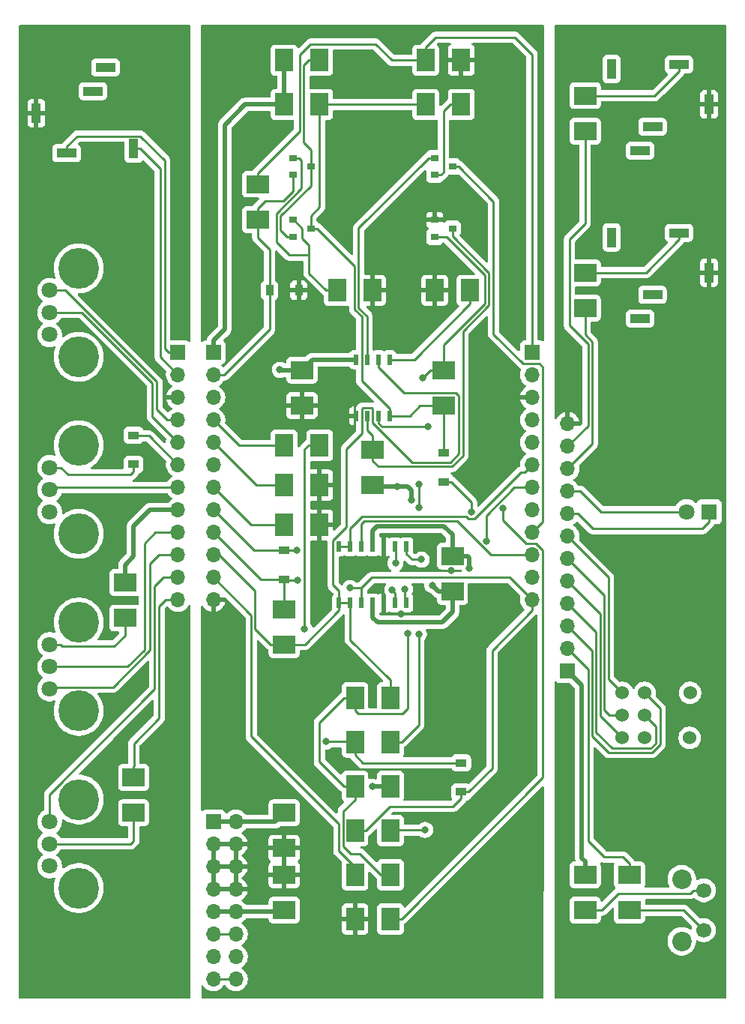
<source format=gbr>
G04 #@! TF.GenerationSoftware,KiCad,Pcbnew,9.0.0*
G04 #@! TF.CreationDate,2025-02-23T15:45:20-07:00*
G04 #@! TF.ProjectId,ADSR_Envelope,41445352-5f45-46e7-9665-6c6f70652e6b,rev?*
G04 #@! TF.SameCoordinates,Original*
G04 #@! TF.FileFunction,Copper,L1,Top*
G04 #@! TF.FilePolarity,Positive*
%FSLAX46Y46*%
G04 Gerber Fmt 4.6, Leading zero omitted, Abs format (unit mm)*
G04 Created by KiCad (PCBNEW 9.0.0) date 2025-02-23 15:45:20*
%MOMM*%
%LPD*%
G01*
G04 APERTURE LIST*
G04 #@! TA.AperFunction,ComponentPad*
%ADD10R,1.800000X1.800000*%
G04 #@! TD*
G04 #@! TA.AperFunction,ComponentPad*
%ADD11C,1.800000*%
G04 #@! TD*
G04 #@! TA.AperFunction,ComponentPad*
%ADD12R,1.000000X2.200000*%
G04 #@! TD*
G04 #@! TA.AperFunction,ComponentPad*
%ADD13R,2.200000X1.000000*%
G04 #@! TD*
G04 #@! TA.AperFunction,ComponentPad*
%ADD14R,1.700000X1.700000*%
G04 #@! TD*
G04 #@! TA.AperFunction,ComponentPad*
%ADD15O,1.700000X1.700000*%
G04 #@! TD*
G04 #@! TA.AperFunction,ComponentPad*
%ADD16C,4.600000*%
G04 #@! TD*
G04 #@! TA.AperFunction,ComponentPad*
%ADD17C,1.524000*%
G04 #@! TD*
G04 #@! TA.AperFunction,ComponentPad*
%ADD18C,2.200000*%
G04 #@! TD*
G04 #@! TA.AperFunction,ComponentPad*
%ADD19C,1.700000*%
G04 #@! TD*
G04 #@! TA.AperFunction,SMDPad,CuDef*
%ADD20R,2.500000X2.000000*%
G04 #@! TD*
G04 #@! TA.AperFunction,SMDPad,CuDef*
%ADD21R,2.000000X2.500000*%
G04 #@! TD*
G04 #@! TA.AperFunction,SMDPad,CuDef*
%ADD22R,1.200000X0.900000*%
G04 #@! TD*
G04 #@! TA.AperFunction,SMDPad,CuDef*
%ADD23R,0.900000X1.200000*%
G04 #@! TD*
G04 #@! TA.AperFunction,SMDPad,CuDef*
%ADD24R,0.900000X0.800000*%
G04 #@! TD*
G04 #@! TA.AperFunction,SMDPad,CuDef*
%ADD25R,0.508000X1.143000*%
G04 #@! TD*
G04 #@! TA.AperFunction,ViaPad*
%ADD26C,0.800000*%
G04 #@! TD*
G04 #@! TA.AperFunction,Conductor*
%ADD27C,0.250000*%
G04 #@! TD*
G04 #@! TA.AperFunction,Conductor*
%ADD28C,0.500000*%
G04 #@! TD*
G04 APERTURE END LIST*
D10*
X78000000Y-55000000D03*
D11*
X75460000Y-55000000D03*
D12*
X2000000Y-10000000D03*
X13000000Y-14000000D03*
D13*
X5400000Y-14500000D03*
X8400000Y-7500000D03*
X9800000Y-4800000D03*
D12*
X78000000Y-28000000D03*
X67000000Y-24000000D03*
D13*
X74600000Y-23500000D03*
X71600000Y-30500000D03*
X70200000Y-33200000D03*
D14*
X22000000Y-90000000D03*
D15*
X24540000Y-90000000D03*
X22000000Y-92540000D03*
X24540000Y-92540000D03*
X22000000Y-95080000D03*
X24540000Y-95080000D03*
X22000000Y-97620000D03*
X24540000Y-97620000D03*
X22000000Y-100160000D03*
X24540000Y-100160000D03*
X22000000Y-102700000D03*
X24540000Y-102700000D03*
X22000000Y-105240000D03*
X24540000Y-105240000D03*
X22000000Y-107780000D03*
X24540000Y-107780000D03*
D12*
X78000000Y-9000000D03*
X67000000Y-5000000D03*
D13*
X74600000Y-4500000D03*
X71600000Y-11500000D03*
X70200000Y-14200000D03*
D16*
X6800000Y-77500000D03*
X6800000Y-67500000D03*
D11*
X3500000Y-70000000D03*
X3500000Y-72500000D03*
X3500000Y-75000000D03*
D16*
X6800000Y-57500000D03*
X6800000Y-47500000D03*
D11*
X3500000Y-50000000D03*
X3500000Y-52500000D03*
X3500000Y-55000000D03*
D16*
X6800000Y-37500000D03*
X6800000Y-27500000D03*
D11*
X3500000Y-30000000D03*
X3500000Y-32500000D03*
X3500000Y-35000000D03*
D16*
X6800000Y-97500000D03*
X6800000Y-87500000D03*
D11*
X3500000Y-90000000D03*
X3500000Y-92500000D03*
X3500000Y-95000000D03*
D17*
X75840000Y-75460000D03*
X75810000Y-80540000D03*
X70730000Y-75460000D03*
X70730000Y-78000000D03*
X70730000Y-80540000D03*
X68190000Y-75460000D03*
X68190000Y-78000000D03*
X68190000Y-80540000D03*
D14*
X62000000Y-73000000D03*
D15*
X62000000Y-70460000D03*
X62000000Y-67920000D03*
X62000000Y-65380000D03*
X62000000Y-62840000D03*
X62000000Y-60300000D03*
X62000000Y-57760000D03*
X62000000Y-55220000D03*
X62000000Y-52680000D03*
X62000000Y-50140000D03*
X62000000Y-47600000D03*
X62000000Y-45060000D03*
D14*
X18000000Y-37000000D03*
D15*
X18000000Y-39540000D03*
X18000000Y-42080000D03*
X18000000Y-44620000D03*
X18000000Y-47160000D03*
X18000000Y-49700000D03*
X18000000Y-52240000D03*
X18000000Y-54780000D03*
X18000000Y-57320000D03*
X18000000Y-59860000D03*
X18000000Y-62400000D03*
X18000000Y-64940000D03*
D14*
X58000000Y-37000000D03*
D15*
X58000000Y-39540000D03*
X58000000Y-42080000D03*
X58000000Y-44620000D03*
X58000000Y-47160000D03*
X58000000Y-49700000D03*
X58000000Y-52240000D03*
X58000000Y-54780000D03*
X58000000Y-57320000D03*
X58000000Y-59860000D03*
X58000000Y-62400000D03*
X58000000Y-64940000D03*
D14*
X22000000Y-37000000D03*
D15*
X22000000Y-39540000D03*
X22000000Y-42080000D03*
X22000000Y-44620000D03*
X22000000Y-47160000D03*
X22000000Y-49700000D03*
X22000000Y-52240000D03*
X22000000Y-54780000D03*
X22000000Y-57320000D03*
X22000000Y-59860000D03*
X22000000Y-62400000D03*
X22000000Y-64940000D03*
D18*
X74900000Y-96500000D03*
X74900000Y-103500000D03*
D19*
X77400000Y-97750000D03*
X77400000Y-102250000D03*
D20*
X48000000Y-43000000D03*
X48000000Y-39000000D03*
D21*
X47000000Y-30000000D03*
X51000000Y-30000000D03*
X30000000Y-52000000D03*
X34000000Y-52000000D03*
X30000000Y-56500000D03*
X34000000Y-56500000D03*
D20*
X30000000Y-100000000D03*
X30000000Y-96000000D03*
X32000000Y-39000000D03*
X32000000Y-43000000D03*
X49000000Y-64000000D03*
X49000000Y-60000000D03*
X30000000Y-93000000D03*
X30000000Y-89000000D03*
D22*
X13000000Y-46350000D03*
X13000000Y-49650000D03*
X50000000Y-86650000D03*
X50000000Y-83350000D03*
D23*
X28350000Y-30000000D03*
X31650000Y-30000000D03*
D22*
X48000000Y-48350000D03*
X48000000Y-51650000D03*
X30000000Y-62650000D03*
X30000000Y-59350000D03*
D24*
X47000000Y-15050000D03*
X47000000Y-16950000D03*
X49000000Y-16000000D03*
X47000000Y-22050000D03*
X47000000Y-23950000D03*
X49000000Y-23000000D03*
X31000000Y-15050000D03*
X31000000Y-16950000D03*
X33000000Y-16000000D03*
X31000000Y-22050000D03*
X31000000Y-23950000D03*
X33000000Y-23000000D03*
D21*
X50000000Y-9000000D03*
X46000000Y-9000000D03*
D20*
X40000000Y-52000000D03*
X40000000Y-48000000D03*
X64000000Y-96000000D03*
X64000000Y-100000000D03*
D21*
X38000000Y-91000000D03*
X42000000Y-91000000D03*
X30000000Y-4000000D03*
X34000000Y-4000000D03*
X30000000Y-9000000D03*
X34000000Y-9000000D03*
X38000000Y-81000000D03*
X42000000Y-81000000D03*
D20*
X69000000Y-96000000D03*
X69000000Y-100000000D03*
D21*
X30000000Y-47500000D03*
X34000000Y-47500000D03*
X42000000Y-101000000D03*
X38000000Y-101000000D03*
D20*
X27000000Y-22000000D03*
X27000000Y-18000000D03*
X13000000Y-85000000D03*
X13000000Y-89000000D03*
D21*
X46000000Y-4000000D03*
X50000000Y-4000000D03*
X36000000Y-30000000D03*
X40000000Y-30000000D03*
D20*
X64000000Y-32000000D03*
X64000000Y-28000000D03*
X64000000Y-12000000D03*
X64000000Y-8000000D03*
D21*
X38000000Y-96000000D03*
X42000000Y-96000000D03*
X38000000Y-86000000D03*
X42000000Y-86000000D03*
D20*
X30000000Y-66000000D03*
X30000000Y-70000000D03*
D25*
X36190000Y-65302000D03*
X37460000Y-65302000D03*
X38730000Y-65302000D03*
X40000000Y-65302000D03*
X41270000Y-65302000D03*
X42540000Y-65302000D03*
X43810000Y-65302000D03*
X43810000Y-58952000D03*
X42540000Y-58952000D03*
X41270000Y-58952000D03*
X40000000Y-58952000D03*
X38730000Y-58952000D03*
X37460000Y-58952000D03*
X36190000Y-58952000D03*
X38095000Y-44175000D03*
X39365000Y-44175000D03*
X40635000Y-44175000D03*
X41905000Y-44175000D03*
X41905000Y-37825000D03*
X40635000Y-37825000D03*
X39365000Y-37825000D03*
X38095000Y-37825000D03*
D21*
X42000000Y-76000000D03*
X38000000Y-76000000D03*
D20*
X12000000Y-63000000D03*
X12000000Y-67000000D03*
D26*
X54711600Y-54610000D03*
X45262800Y-54508600D03*
X45618400Y-39878000D03*
X45262800Y-51866800D03*
X47345600Y-81991200D03*
X37490400Y-10210800D03*
X31597600Y-32156400D03*
X43180000Y-66548000D03*
X26568400Y-108508800D03*
X55880000Y-34442400D03*
X25146000Y-35102800D03*
X47396400Y-68732400D03*
X47396400Y-75488800D03*
X58470800Y-1270000D03*
X21488400Y-1270000D03*
X37185600Y-24485600D03*
X34086800Y-65328800D03*
X34848800Y-73710800D03*
X55829200Y-3352800D03*
X47345600Y-66040000D03*
X58470800Y-108712000D03*
X27736800Y-10160000D03*
X48869600Y-61671200D03*
X43383200Y-29972000D03*
X35864800Y-54305200D03*
X29921200Y-73761600D03*
X29514800Y-38963600D03*
X42773600Y-52120800D03*
X44399200Y-53658600D03*
X46736000Y-63296800D03*
X50901600Y-61366400D03*
X39979600Y-86055200D03*
X34696400Y-80975200D03*
X32308800Y-68275200D03*
X42570400Y-60807600D03*
X43942000Y-68732400D03*
X37439604Y-63601600D03*
X51155600Y-55067200D03*
X42214800Y-63804800D03*
X31496000Y-62738000D03*
X31394400Y-59334400D03*
X43637200Y-63754000D03*
X45212000Y-68834000D03*
X45516800Y-60401200D03*
X46228000Y-45415200D03*
X45923200Y-90932000D03*
X52836660Y-58313740D03*
X1143000Y-108902500D03*
X1206500Y-1143000D03*
X18796000Y-108839000D03*
X18796000Y-1270000D03*
X61341000Y-1270000D03*
X78867000Y-1270000D03*
X78834000Y-57658000D03*
X78834000Y-95123000D03*
X78707000Y-52832000D03*
X61562000Y-108712000D03*
X64356000Y-58166000D03*
X78707000Y-108839000D03*
X64356000Y-51435000D03*
D27*
X52679600Y-28295600D02*
X48334000Y-23950000D01*
X58451402Y-58572400D02*
X57348810Y-58572400D01*
X52679600Y-31496000D02*
X52679600Y-28295600D01*
X45262800Y-54508600D02*
X45262800Y-53942915D01*
X59232800Y-59353798D02*
X58451402Y-58572400D01*
X57348810Y-58572400D02*
X54711600Y-55935190D01*
X45262800Y-53942915D02*
X45262800Y-51866800D01*
X43250000Y-101000000D02*
X59232800Y-85017200D01*
X48334000Y-23950000D02*
X47700000Y-23950000D01*
X45622000Y-39878000D02*
X45618400Y-39878000D01*
X48000000Y-36175600D02*
X52679600Y-31496000D01*
X42000000Y-101000000D02*
X43250000Y-101000000D01*
X48000000Y-39000000D02*
X46500000Y-39000000D01*
X48000000Y-39000000D02*
X48000000Y-36175600D01*
X46500000Y-39000000D02*
X45622000Y-39878000D01*
X54711600Y-55935190D02*
X54711600Y-54610000D01*
X59232800Y-85017200D02*
X59232800Y-59353798D01*
X47700000Y-23950000D02*
X47000000Y-23950000D01*
X33700000Y-23000000D02*
X37954789Y-27254789D01*
X33000000Y-21559200D02*
X33000000Y-23000000D01*
X38760400Y-32969200D02*
X38760400Y-40208900D01*
X35250000Y-9000000D02*
X46000000Y-9000000D01*
X33000000Y-23000000D02*
X33700000Y-23000000D01*
X37954789Y-27254789D02*
X37954789Y-32163590D01*
X45341200Y-43000000D02*
X48000000Y-43000000D01*
X34000000Y-9000000D02*
X34000000Y-20559200D01*
X37954789Y-32163590D02*
X38760400Y-32969200D01*
X41905000Y-43353500D02*
X41905000Y-44175000D01*
X44166200Y-44175000D02*
X45341200Y-43000000D01*
X48000000Y-48350000D02*
X48000000Y-43000000D01*
X34000000Y-20559200D02*
X33000000Y-21559200D01*
X41905000Y-44175000D02*
X44166200Y-44175000D01*
X38760400Y-40208900D02*
X41905000Y-43353500D01*
X34000000Y-9000000D02*
X35250000Y-9000000D01*
X40000000Y-30000000D02*
X43355200Y-30000000D01*
X43411200Y-30000000D02*
X43383200Y-29972000D01*
X43355200Y-30000000D02*
X43383200Y-29972000D01*
X47000000Y-30000000D02*
X43411200Y-30000000D01*
X51000000Y-31500000D02*
X51000000Y-30000000D01*
X41905000Y-37825000D02*
X44675000Y-37825000D01*
X44675000Y-37825000D02*
X51000000Y-31500000D01*
D28*
X49000000Y-66316000D02*
X49000000Y-64000000D01*
X23266400Y-34383600D02*
X23266400Y-11328400D01*
X25594800Y-9000000D02*
X30000000Y-9000000D01*
X33175000Y-37825000D02*
X32000000Y-39000000D01*
X42773600Y-52120800D02*
X40120800Y-52120800D01*
X40120800Y-52120800D02*
X40000000Y-52000000D01*
X22000000Y-35650000D02*
X23266400Y-34383600D01*
X40000000Y-65302000D02*
X40000000Y-66924000D01*
X32000000Y-39000000D02*
X29551200Y-39000000D01*
X43942000Y-52120800D02*
X44399200Y-52578000D01*
X40000000Y-66924000D02*
X40538400Y-67462400D01*
X24540000Y-100160000D02*
X29840000Y-100160000D01*
X40538400Y-67462400D02*
X47853600Y-67462400D01*
X38095000Y-37825000D02*
X33175000Y-37825000D01*
X22000000Y-100160000D02*
X24540000Y-100160000D01*
X29840000Y-100160000D02*
X30000000Y-100000000D01*
X47439200Y-64000000D02*
X46736000Y-63296800D01*
X23266400Y-11328400D02*
X25594800Y-9000000D01*
X49000000Y-64000000D02*
X47439200Y-64000000D01*
X22000000Y-37000000D02*
X22000000Y-35650000D01*
X44399200Y-52578000D02*
X44399200Y-53658600D01*
X42773600Y-52120800D02*
X43942000Y-52120800D01*
X29551200Y-39000000D02*
X29514800Y-38963600D01*
X47853600Y-67462400D02*
X49000000Y-66316000D01*
X30000000Y-9000000D02*
X30000000Y-4000000D01*
X22000000Y-90000000D02*
X24540000Y-90000000D01*
X39979600Y-86055200D02*
X41944800Y-86055200D01*
X29000000Y-90000000D02*
X30000000Y-89000000D01*
X40000000Y-57129600D02*
X40487600Y-56642000D01*
X40000000Y-58952000D02*
X40000000Y-57129600D01*
X41944800Y-86055200D02*
X42000000Y-86000000D01*
X49000000Y-57585200D02*
X49000000Y-60000000D01*
X40487600Y-56642000D02*
X48056800Y-56642000D01*
X48056800Y-56642000D02*
X49000000Y-57585200D01*
X49000000Y-60000000D02*
X50750000Y-60000000D01*
X50901600Y-60151600D02*
X50901600Y-61366400D01*
X24540000Y-90000000D02*
X29000000Y-90000000D01*
X50750000Y-60000000D02*
X50901600Y-60151600D01*
D27*
X3500000Y-50000000D02*
X4772800Y-50000000D01*
X12636500Y-50800000D02*
X13000000Y-50436500D01*
X5572800Y-50800000D02*
X12636500Y-50800000D01*
X13000000Y-50436500D02*
X13000000Y-49719500D01*
X4772800Y-50000000D02*
X5572800Y-50800000D01*
X13000000Y-46419500D02*
X14719500Y-46419500D01*
X14719500Y-46419500D02*
X18000000Y-49700000D01*
X34000000Y-47500000D02*
X32750000Y-47500000D01*
X38000000Y-81000000D02*
X38000000Y-82500000D01*
X34696400Y-80975200D02*
X37975200Y-80975200D01*
X49150000Y-83350000D02*
X50000000Y-83350000D01*
X37975200Y-80975200D02*
X38000000Y-81000000D01*
X38850000Y-83350000D02*
X49150000Y-83350000D01*
X32750000Y-47500000D02*
X32308800Y-47941200D01*
X38000000Y-82500000D02*
X38850000Y-83350000D01*
X32308800Y-47941200D02*
X32308800Y-68275200D01*
X16510000Y-36576000D02*
X16934000Y-37000000D01*
X16934000Y-37000000D02*
X18000000Y-37000000D01*
X13760000Y-12575000D02*
X16510000Y-15325000D01*
X5400000Y-13750000D02*
X6575000Y-12575000D01*
X16510000Y-15325000D02*
X16510000Y-36576000D01*
X5400000Y-14500000D02*
X5400000Y-13750000D01*
X6575000Y-12575000D02*
X13760000Y-12575000D01*
X64000000Y-28000000D02*
X70850000Y-28000000D01*
X74600000Y-24250000D02*
X74600000Y-23500000D01*
X70850000Y-28000000D02*
X74600000Y-24250000D01*
X22000000Y-107780000D02*
X24540000Y-107780000D01*
X23202081Y-102700000D02*
X24540000Y-102700000D01*
X22000000Y-102700000D02*
X23202081Y-102700000D01*
X71850000Y-8000000D02*
X65500000Y-8000000D01*
X65500000Y-8000000D02*
X64000000Y-8000000D01*
X74600000Y-5250000D02*
X71850000Y-8000000D01*
X74600000Y-4500000D02*
X74600000Y-5250000D01*
X48750000Y-9000000D02*
X48006000Y-9744000D01*
X50000000Y-9000000D02*
X48750000Y-9000000D01*
X47700000Y-16950000D02*
X47000000Y-16950000D01*
X48006000Y-9744000D02*
X48006000Y-16644000D01*
X48006000Y-16644000D02*
X47700000Y-16950000D01*
X47000000Y-15050000D02*
X46300000Y-15050000D01*
X39365000Y-32937390D02*
X39365000Y-37003500D01*
X46300000Y-15050000D02*
X38404800Y-22945200D01*
X38404800Y-22945200D02*
X38404800Y-31977190D01*
X38404800Y-31977190D02*
X39365000Y-32937390D01*
X39365000Y-37003500D02*
X39365000Y-37825000D01*
X40000000Y-49250000D02*
X40000000Y-48000000D01*
X53136800Y-31699200D02*
X50190400Y-34645600D01*
X50190400Y-34645600D02*
X50190400Y-48666400D01*
X40000000Y-46400800D02*
X39365000Y-45765800D01*
X48971200Y-49885600D02*
X40635600Y-49885600D01*
X40000000Y-48000000D02*
X40000000Y-46400800D01*
X39365000Y-45765800D02*
X39365000Y-44175000D01*
X49000000Y-23000000D02*
X49000000Y-23904800D01*
X53136800Y-28041600D02*
X53136800Y-31699200D01*
X49000000Y-23904800D02*
X53136800Y-28041600D01*
X50190400Y-48666400D02*
X48971200Y-49885600D01*
X40635600Y-49885600D02*
X40000000Y-49250000D01*
X29565600Y-21590000D02*
X29565600Y-23215600D01*
X33000000Y-16000000D02*
X33000000Y-18155600D01*
X34000000Y-4000000D02*
X32750000Y-4000000D01*
X29565600Y-23215600D02*
X30300000Y-23950000D01*
X32207200Y-4542800D02*
X32207200Y-13309600D01*
X33000000Y-18155600D02*
X29565600Y-21590000D01*
X32207200Y-13309600D02*
X33000000Y-14102400D01*
X32750000Y-4000000D02*
X32207200Y-4542800D01*
X33000000Y-14102400D02*
X33000000Y-16000000D01*
X30300000Y-23950000D02*
X31000000Y-23950000D01*
X29115590Y-24543590D02*
X30581600Y-26009600D01*
X31953200Y-18491200D02*
X29115590Y-21328810D01*
X31953200Y-15303200D02*
X31953200Y-18491200D01*
X32816800Y-26009600D02*
X32816800Y-28066800D01*
X31000000Y-15050000D02*
X31700000Y-15050000D01*
X31700000Y-15050000D02*
X31953200Y-15303200D01*
X32054800Y-23054800D02*
X32054800Y-24130000D01*
X34750000Y-30000000D02*
X36000000Y-30000000D01*
X29115590Y-21328810D02*
X29115590Y-24543590D01*
X32816800Y-28066800D02*
X34750000Y-30000000D01*
X32054800Y-24130000D02*
X32816800Y-24892000D01*
X31000000Y-22050000D02*
X31050000Y-22050000D01*
X32816800Y-24892000D02*
X32816800Y-26009600D01*
X31050000Y-22050000D02*
X32054800Y-23054800D01*
X30581600Y-26009600D02*
X32816800Y-26009600D01*
X4932800Y-70160000D02*
X10802500Y-70160000D01*
X4772800Y-70000000D02*
X4932800Y-70160000D01*
X3500000Y-70000000D02*
X4772800Y-70000000D01*
X10802500Y-70160000D02*
X12000000Y-68962500D01*
X12000000Y-68962500D02*
X12000000Y-67000000D01*
X65862000Y-100000000D02*
X64000000Y-100000000D01*
X75840419Y-98107500D02*
X67754500Y-98107500D01*
X67754500Y-98107500D02*
X65862000Y-100000000D01*
X76197919Y-97750000D02*
X75840419Y-98107500D01*
X77400000Y-97750000D02*
X76197919Y-97750000D01*
X69000000Y-100000000D02*
X75150000Y-100000000D01*
X75150000Y-100000000D02*
X77400000Y-102250000D01*
X12660000Y-92500000D02*
X13000000Y-92160000D01*
X13000000Y-92160000D02*
X13000000Y-89000000D01*
X3500000Y-92500000D02*
X12660000Y-92500000D01*
X38557200Y-93624400D02*
X40944800Y-96012000D01*
X38000000Y-76000000D02*
X38000000Y-77500000D01*
X40944800Y-96012000D02*
X41988000Y-96012000D01*
X38325600Y-77825600D02*
X43332400Y-77825600D01*
X33971399Y-78778601D02*
X33971399Y-83221399D01*
X42570400Y-58982400D02*
X42540000Y-58952000D01*
X36674999Y-88825001D02*
X36674999Y-92808999D01*
X36750000Y-76000000D02*
X33971399Y-78778601D01*
X41988000Y-96012000D02*
X42000000Y-96000000D01*
X36750000Y-86000000D02*
X38000000Y-86000000D01*
X38000000Y-86000000D02*
X38000000Y-87500000D01*
X38000000Y-77500000D02*
X38325600Y-77825600D01*
X43332400Y-77825600D02*
X43942000Y-77216000D01*
X36674999Y-92808999D02*
X37490400Y-93624400D01*
X43942000Y-77216000D02*
X43942000Y-69298085D01*
X33971399Y-83221399D02*
X36750000Y-86000000D01*
X38000000Y-87500000D02*
X36674999Y-88825001D01*
X42570400Y-60807600D02*
X42570400Y-58982400D01*
X43942000Y-69298085D02*
X43942000Y-68732400D01*
X38000000Y-76000000D02*
X36750000Y-76000000D01*
X37490400Y-93624400D02*
X38557200Y-93624400D01*
X22000000Y-47160000D02*
X26840000Y-52000000D01*
X26840000Y-52000000D02*
X30000000Y-52000000D01*
X22000000Y-52240000D02*
X26260000Y-56500000D01*
X26260000Y-56500000D02*
X30000000Y-56500000D01*
X41959600Y-88290400D02*
X49059600Y-88290400D01*
X55493200Y-62433200D02*
X57150001Y-64090001D01*
X50000000Y-87350000D02*
X50000000Y-86650000D01*
X38730000Y-63581200D02*
X38709600Y-63601600D01*
X53492400Y-84007600D02*
X50850000Y-86650000D01*
X38730000Y-63733600D02*
X38730000Y-63581200D01*
X57150001Y-64090001D02*
X58000000Y-64940000D01*
X38730000Y-63581200D02*
X39878000Y-62433200D01*
X38730000Y-64480500D02*
X38730000Y-63733600D01*
X38709600Y-63601600D02*
X37439604Y-63601600D01*
X39878000Y-62433200D02*
X55493200Y-62433200D01*
X49059600Y-88290400D02*
X50000000Y-87350000D01*
X38000000Y-91000000D02*
X39250000Y-91000000D01*
X58000000Y-64940000D02*
X58000000Y-66142081D01*
X58000000Y-66142081D02*
X53492400Y-70649681D01*
X50850000Y-86650000D02*
X50000000Y-86650000D01*
X53492400Y-70649681D02*
X53492400Y-84007600D01*
X38730000Y-65302000D02*
X38730000Y-64480500D01*
X39250000Y-91000000D02*
X41959600Y-88290400D01*
X31000000Y-18784000D02*
X31000000Y-16950000D01*
X22000000Y-39540000D02*
X23202081Y-39540000D01*
X27000000Y-20750000D02*
X27836400Y-19913600D01*
X27000000Y-22000000D02*
X27000000Y-20750000D01*
X27000000Y-24002800D02*
X27000000Y-22000000D01*
X29870400Y-19913600D02*
X31000000Y-18784000D01*
X28350000Y-34392081D02*
X28350000Y-30850000D01*
X23202081Y-39540000D02*
X28350000Y-34392081D01*
X27836400Y-19913600D02*
X29870400Y-19913600D01*
X28350000Y-30000000D02*
X28350000Y-25352800D01*
X28350000Y-30850000D02*
X28350000Y-30000000D01*
X28350000Y-25352800D02*
X27000000Y-24002800D01*
X51155600Y-53955600D02*
X51155600Y-54501515D01*
X51155600Y-54501515D02*
X51155600Y-55067200D01*
X48850000Y-51650000D02*
X51155600Y-53955600D01*
X48000000Y-51650000D02*
X48850000Y-51650000D01*
X27330000Y-62650000D02*
X30000000Y-62650000D01*
X22000000Y-57320000D02*
X27330000Y-62650000D01*
X42540000Y-65302000D02*
X42540000Y-64130000D01*
X30000000Y-62650000D02*
X30000000Y-63350000D01*
X42540000Y-64130000D02*
X42214800Y-63804800D01*
X31496000Y-62738000D02*
X30088000Y-62738000D01*
X30088000Y-62738000D02*
X30000000Y-62650000D01*
X30000000Y-63350000D02*
X30000000Y-66000000D01*
X22000000Y-54780000D02*
X26570000Y-59350000D01*
X30000000Y-59350000D02*
X31378800Y-59350000D01*
X43637200Y-65129200D02*
X43810000Y-65302000D01*
X26570000Y-59350000D02*
X30000000Y-59350000D01*
X31378800Y-59350000D02*
X31394400Y-59334400D01*
X43637200Y-63754000D02*
X43637200Y-65129200D01*
X63442000Y-52680000D02*
X65762000Y-55000000D01*
X65762000Y-55000000D02*
X75460000Y-55000000D01*
X62000000Y-52680000D02*
X63442000Y-52680000D01*
X78000000Y-56150000D02*
X78000000Y-55000000D01*
X64878100Y-56896000D02*
X77254000Y-56896000D01*
X62000000Y-55220000D02*
X63202100Y-55220000D01*
X63202100Y-55220000D02*
X64878100Y-56896000D01*
X77254000Y-56896000D02*
X78000000Y-56150000D01*
X18000000Y-39540000D02*
X16002000Y-37542000D01*
X13750000Y-14000000D02*
X13000000Y-14000000D01*
X16002000Y-16252000D02*
X13750000Y-14000000D01*
X16002000Y-37542000D02*
X16002000Y-16252000D01*
X66609000Y-73879000D02*
X68190000Y-75460000D01*
X66609000Y-62369000D02*
X66609000Y-73879000D01*
X62000000Y-57760000D02*
X66609000Y-62369000D01*
X66159000Y-77401000D02*
X66758000Y-78000000D01*
X62000000Y-60300000D02*
X66159000Y-64459000D01*
X66758000Y-78000000D02*
X68190000Y-78000000D01*
X66159000Y-64459000D02*
X66159000Y-77401000D01*
X62000000Y-62840000D02*
X65673000Y-66513000D01*
X65673000Y-66513000D02*
X65673000Y-78023000D01*
X65673000Y-78023000D02*
X68190000Y-80540000D01*
X71943000Y-81151600D02*
X71943000Y-79213000D01*
X65223000Y-68603000D02*
X65223000Y-79894000D01*
X71375600Y-81719000D02*
X71943000Y-81151600D01*
X62000000Y-65380000D02*
X65223000Y-68603000D01*
X67048000Y-81719000D02*
X71375600Y-81719000D01*
X65223000Y-79894000D02*
X67048000Y-81719000D01*
X71943000Y-79213000D02*
X70730000Y-78000000D01*
X64773000Y-70693000D02*
X64773000Y-80333000D01*
X62000000Y-67920000D02*
X64773000Y-70693000D01*
X72451000Y-77181000D02*
X70730000Y-75460000D01*
X66609000Y-82169000D02*
X71562000Y-82169000D01*
X71562000Y-82169000D02*
X72451000Y-81280000D01*
X72451000Y-81280000D02*
X72451000Y-77181000D01*
X64773000Y-80333000D02*
X66609000Y-82169000D01*
X64323000Y-72783000D02*
X64323000Y-92202000D01*
X62000000Y-70460000D02*
X64323000Y-72783000D01*
X66121000Y-94000000D02*
X68250000Y-94000000D01*
X68250000Y-94000000D02*
X69000000Y-94750000D01*
X64323000Y-92202000D02*
X66121000Y-94000000D01*
X69000000Y-94750000D02*
X69000000Y-96000000D01*
X43250000Y-81000000D02*
X45212000Y-79038000D01*
X42000000Y-81000000D02*
X43250000Y-81000000D01*
X45212000Y-79038000D02*
X45212000Y-68834000D01*
X24880000Y-47500000D02*
X30000000Y-47500000D01*
X22000000Y-44620000D02*
X24880000Y-47500000D01*
X40635000Y-38646500D02*
X43542900Y-41554400D01*
X43542900Y-41554400D02*
X49389402Y-41554400D01*
X22000000Y-59860000D02*
X22623600Y-59860000D01*
X36169600Y-63906400D02*
X36169600Y-65281600D01*
X38760400Y-46177200D02*
X37033200Y-47904400D01*
X39979600Y-44977510D02*
X39979600Y-43379098D01*
X39979600Y-43379098D02*
X39879001Y-43278499D01*
X49733200Y-48463200D02*
X48768000Y-49428400D01*
X37033200Y-56692800D02*
X35509200Y-58216800D01*
X36190000Y-65302000D02*
X36190000Y-66123500D01*
X37033200Y-47904400D02*
X37033200Y-56692800D01*
X32313500Y-70000000D02*
X31500000Y-70000000D01*
X49389402Y-41554400D02*
X49733200Y-41898198D01*
X39879001Y-43278499D02*
X38850999Y-43278499D01*
X42000000Y-74004000D02*
X42000000Y-76000000D01*
X31500000Y-70000000D02*
X30000000Y-70000000D01*
X35509200Y-58216800D02*
X35509200Y-63246000D01*
X28500000Y-70000000D02*
X30000000Y-70000000D01*
X44430490Y-49428400D02*
X39979600Y-44977510D01*
X38850999Y-43278499D02*
X38785999Y-43343499D01*
X37460000Y-65302000D02*
X36190000Y-65302000D01*
X37460000Y-65302000D02*
X37460000Y-69464000D01*
X48768000Y-49428400D02*
X44430490Y-49428400D01*
X38785999Y-43357601D02*
X38760400Y-43383200D01*
X38760400Y-43383200D02*
X38760400Y-46177200D01*
X37460000Y-69464000D02*
X42000000Y-74004000D01*
X49733200Y-41898198D02*
X49733200Y-48463200D01*
X35509200Y-63246000D02*
X36169600Y-63906400D01*
X36169600Y-65281600D02*
X36190000Y-65302000D01*
X22623600Y-59860000D02*
X26720800Y-63957200D01*
X40635000Y-37825000D02*
X40635000Y-38646500D01*
X26720800Y-68220800D02*
X28500000Y-70000000D01*
X36190000Y-66123500D02*
X32313500Y-70000000D01*
X38785999Y-43343499D02*
X38785999Y-43357601D01*
X26720800Y-63957200D02*
X26720800Y-68220800D01*
X43810000Y-59773500D02*
X44437700Y-60401200D01*
X22000000Y-62400000D02*
X26270790Y-66670790D01*
X38000000Y-95150000D02*
X38000000Y-96000000D01*
X36169600Y-93319600D02*
X38000000Y-95150000D01*
X44437700Y-60401200D02*
X45516800Y-60401200D01*
X26270790Y-80372790D02*
X36169600Y-90271600D01*
X26270790Y-66670790D02*
X26270790Y-80372790D01*
X36169600Y-90271600D02*
X36169600Y-93319600D01*
X43810000Y-58952000D02*
X43810000Y-59773500D01*
X13017500Y-83732500D02*
X13000000Y-83750000D01*
X13000000Y-83750000D02*
X13000000Y-85000000D01*
X15875000Y-65659000D02*
X15875000Y-78295500D01*
X13017500Y-81153000D02*
X13017500Y-83732500D01*
X15875000Y-78295500D02*
X13017500Y-81153000D01*
X16594000Y-64940000D02*
X15875000Y-65659000D01*
X18000000Y-64940000D02*
X16594000Y-64940000D01*
X15367000Y-75048000D02*
X3500000Y-86915000D01*
X3500000Y-86915000D02*
X3500000Y-90000000D01*
X15367000Y-63373000D02*
X15367000Y-75048000D01*
X16340000Y-62400000D02*
X15367000Y-63373000D01*
X18000000Y-62400000D02*
X16340000Y-62400000D01*
X3697000Y-74803000D02*
X10658400Y-74803000D01*
X3500000Y-75000000D02*
X3697000Y-74803000D01*
X15832000Y-59860000D02*
X18000000Y-59860000D01*
X14859000Y-70602400D02*
X14859000Y-60833000D01*
X14859000Y-60833000D02*
X15832000Y-59860000D01*
X10658400Y-74803000D02*
X14859000Y-70602400D01*
X12325000Y-72500000D02*
X14224000Y-70601000D01*
X14224000Y-70601000D02*
X14224000Y-58547000D01*
X15451000Y-57320000D02*
X18000000Y-57320000D01*
X14224000Y-58547000D02*
X15451000Y-57320000D01*
X3500000Y-72500000D02*
X12325000Y-72500000D01*
X18000000Y-52240000D02*
X3760000Y-52240000D01*
X3760000Y-52240000D02*
X3500000Y-52500000D01*
X3500000Y-32500000D02*
X7147200Y-32500000D01*
X15113000Y-44273000D02*
X18000000Y-47160000D01*
X7147200Y-32500000D02*
X15113000Y-40465800D01*
X15113000Y-40465800D02*
X15113000Y-44273000D01*
X5283600Y-30000000D02*
X15621000Y-40337400D01*
X16764000Y-44577000D02*
X17957000Y-44577000D01*
X15621000Y-40337400D02*
X15621000Y-43434000D01*
X3500000Y-30000000D02*
X5283600Y-30000000D01*
X15621000Y-43434000D02*
X16764000Y-44577000D01*
X17957000Y-44577000D02*
X18000000Y-44620000D01*
X31757191Y-3407807D02*
X32980598Y-2184400D01*
X46000000Y-4000000D02*
X46000000Y-2500000D01*
X31757191Y-11992809D02*
X31757191Y-3407807D01*
X58000000Y-3339200D02*
X58000000Y-37000000D01*
X47077600Y-1422400D02*
X56083200Y-1422400D01*
X32980598Y-2184400D02*
X40335200Y-2184400D01*
X56083200Y-1422400D02*
X58000000Y-3339200D01*
X40335200Y-2184400D02*
X42150800Y-4000000D01*
X27000000Y-18000000D02*
X27000000Y-16750000D01*
X27000000Y-16750000D02*
X31757191Y-11992809D01*
X46000000Y-2500000D02*
X47077600Y-1422400D01*
X42150800Y-4000000D02*
X46000000Y-4000000D01*
X41053700Y-45415200D02*
X46228000Y-45415200D01*
X40635000Y-44996500D02*
X41053700Y-45415200D01*
X40635000Y-44175000D02*
X40635000Y-44996500D01*
X50807598Y-55792202D02*
X51497398Y-55792202D01*
X38811200Y-55575200D02*
X50590596Y-55575200D01*
X36190000Y-58952000D02*
X37460000Y-58952000D01*
X51497398Y-55792202D02*
X56739601Y-50549999D01*
X56739601Y-50549999D02*
X57150001Y-50549999D01*
X50590596Y-55575200D02*
X50807598Y-55792202D01*
X37460000Y-56926400D02*
X38811200Y-55575200D01*
X37460000Y-58952000D02*
X37460000Y-56926400D01*
X57150001Y-50549999D02*
X58000000Y-49700000D01*
X52836660Y-57748055D02*
X52836660Y-58313740D01*
X42068000Y-90932000D02*
X42000000Y-91000000D01*
X56008598Y-52240000D02*
X52836660Y-55411938D01*
X58000000Y-52240000D02*
X56008598Y-52240000D01*
X52836660Y-55411938D02*
X52836660Y-57748055D01*
X45923200Y-90932000D02*
X42068000Y-90932000D01*
X59232800Y-56087200D02*
X59232800Y-38709600D01*
X49700000Y-16000000D02*
X49000000Y-16000000D01*
X57018198Y-38303200D02*
X53644800Y-34929802D01*
X53644800Y-19944800D02*
X49700000Y-16000000D01*
X53644800Y-34929802D02*
X53644800Y-19944800D01*
X58000000Y-57320000D02*
X59232800Y-56087200D01*
X58826400Y-38303200D02*
X57018198Y-38303200D01*
X59232800Y-38709600D02*
X58826400Y-38303200D01*
X38730000Y-58952000D02*
X38730000Y-56367600D01*
X39072389Y-56025211D02*
X49522811Y-56025211D01*
X38730000Y-56367600D02*
X39072389Y-56025211D01*
X49522811Y-56025211D02*
X53357600Y-59860000D01*
X56797919Y-59860000D02*
X58000000Y-59860000D01*
X53357600Y-59860000D02*
X56797919Y-59860000D01*
D28*
X62000000Y-73000000D02*
X63627000Y-74627000D01*
X63627000Y-74627000D02*
X63627000Y-94127000D01*
X64000000Y-94500000D02*
X64000000Y-96000000D01*
X63627000Y-94127000D02*
X64000000Y-94500000D01*
X14816000Y-54780000D02*
X18000000Y-54780000D01*
X12000000Y-61000000D02*
X12000000Y-63000000D01*
X13000000Y-60000000D02*
X12000000Y-61000000D01*
X13000000Y-60000000D02*
X13000000Y-56596000D01*
X13000000Y-56596000D02*
X14816000Y-54780000D01*
D27*
X64325500Y-36068000D02*
X64325500Y-45274500D01*
X64000000Y-12000000D02*
X64000000Y-22454000D01*
X62230000Y-24224000D02*
X62230000Y-33972500D01*
X64325500Y-45274500D02*
X62000000Y-47600000D01*
X62230000Y-33972500D02*
X64325500Y-36068000D01*
X64000000Y-22454000D02*
X62230000Y-24224000D01*
X64800000Y-35800000D02*
X64000000Y-35000000D01*
X62000000Y-50140000D02*
X64800000Y-47340000D01*
X64000000Y-35000000D02*
X64000000Y-32000000D01*
X64800000Y-47340000D02*
X64800000Y-35800000D01*
G04 #@! TA.AperFunction,Conductor*
G36*
X23406027Y-64706002D02*
G01*
X23427001Y-64722905D01*
X25600385Y-66896289D01*
X25634411Y-66958601D01*
X25637290Y-66985384D01*
X25637290Y-80310396D01*
X25637290Y-80435184D01*
X25661635Y-80557575D01*
X25709390Y-80672865D01*
X25778719Y-80776623D01*
X25778721Y-80776625D01*
X35499195Y-90497099D01*
X35533221Y-90559411D01*
X35536100Y-90586194D01*
X35536100Y-93381996D01*
X35545785Y-93430686D01*
X35560445Y-93504385D01*
X35608200Y-93619675D01*
X35677529Y-93723433D01*
X35677531Y-93723435D01*
X36467072Y-94512976D01*
X36501098Y-94575288D01*
X36497010Y-94632468D01*
X36499823Y-94633133D01*
X36498009Y-94640804D01*
X36491500Y-94701350D01*
X36491500Y-97298649D01*
X36498009Y-97359196D01*
X36498011Y-97359204D01*
X36549110Y-97496202D01*
X36549112Y-97496207D01*
X36636738Y-97613261D01*
X36753792Y-97700887D01*
X36753794Y-97700888D01*
X36753796Y-97700889D01*
X36812875Y-97722924D01*
X36890795Y-97751988D01*
X36890803Y-97751990D01*
X36951350Y-97758499D01*
X36951355Y-97758499D01*
X36951362Y-97758500D01*
X36951368Y-97758500D01*
X39048632Y-97758500D01*
X39048638Y-97758500D01*
X39048645Y-97758499D01*
X39048649Y-97758499D01*
X39109196Y-97751990D01*
X39109199Y-97751989D01*
X39109201Y-97751989D01*
X39246204Y-97700889D01*
X39363261Y-97613261D01*
X39442059Y-97508000D01*
X39450887Y-97496207D01*
X39450887Y-97496206D01*
X39450889Y-97496204D01*
X39501989Y-97359201D01*
X39508500Y-97298638D01*
X39508500Y-95775794D01*
X39528502Y-95707673D01*
X39582158Y-95661180D01*
X39652432Y-95651076D01*
X39717012Y-95680570D01*
X39723595Y-95686699D01*
X40454595Y-96417699D01*
X40488621Y-96480011D01*
X40491500Y-96506794D01*
X40491500Y-97298649D01*
X40498009Y-97359196D01*
X40498011Y-97359204D01*
X40549110Y-97496202D01*
X40549112Y-97496207D01*
X40636738Y-97613261D01*
X40753792Y-97700887D01*
X40753794Y-97700888D01*
X40753796Y-97700889D01*
X40812875Y-97722924D01*
X40890795Y-97751988D01*
X40890803Y-97751990D01*
X40951350Y-97758499D01*
X40951355Y-97758499D01*
X40951362Y-97758500D01*
X40951368Y-97758500D01*
X43048632Y-97758500D01*
X43048638Y-97758500D01*
X43048645Y-97758499D01*
X43048649Y-97758499D01*
X43109196Y-97751990D01*
X43109199Y-97751989D01*
X43109201Y-97751989D01*
X43246204Y-97700889D01*
X43363261Y-97613261D01*
X43442059Y-97508000D01*
X43450887Y-97496207D01*
X43450887Y-97496206D01*
X43450889Y-97496204D01*
X43501989Y-97359201D01*
X43508500Y-97298638D01*
X43508500Y-94701362D01*
X43506193Y-94679901D01*
X43501990Y-94640803D01*
X43501988Y-94640795D01*
X43454313Y-94512976D01*
X43450889Y-94503796D01*
X43450888Y-94503794D01*
X43450887Y-94503792D01*
X43363261Y-94386738D01*
X43246207Y-94299112D01*
X43246202Y-94299110D01*
X43109204Y-94248011D01*
X43109196Y-94248009D01*
X43048649Y-94241500D01*
X43048638Y-94241500D01*
X40951362Y-94241500D01*
X40951350Y-94241500D01*
X40890803Y-94248009D01*
X40890795Y-94248011D01*
X40753797Y-94299110D01*
X40753792Y-94299112D01*
X40636738Y-94386738D01*
X40543710Y-94511010D01*
X40540701Y-94508758D01*
X40503012Y-94546409D01*
X40433630Y-94561464D01*
X40367123Y-94536619D01*
X40353589Y-94524885D01*
X38961035Y-93132331D01*
X38961033Y-93132329D01*
X38857275Y-93063000D01*
X38741985Y-93015245D01*
X38705955Y-93008078D01*
X38643048Y-92975171D01*
X38607916Y-92913476D01*
X38611716Y-92842581D01*
X38653242Y-92784995D01*
X38719309Y-92759001D01*
X38730539Y-92758500D01*
X39048632Y-92758500D01*
X39048638Y-92758500D01*
X39048645Y-92758499D01*
X39048649Y-92758499D01*
X39109196Y-92751990D01*
X39109199Y-92751989D01*
X39109201Y-92751989D01*
X39246204Y-92700889D01*
X39363261Y-92613261D01*
X39450889Y-92496204D01*
X39501989Y-92359201D01*
X39503637Y-92343879D01*
X39508499Y-92298649D01*
X39508500Y-92298632D01*
X39508500Y-91656527D01*
X39528502Y-91588406D01*
X39564495Y-91551764D01*
X39653833Y-91492071D01*
X40276405Y-90869499D01*
X40338717Y-90835473D01*
X40409532Y-90840538D01*
X40466368Y-90883085D01*
X40491179Y-90949605D01*
X40491500Y-90958594D01*
X40491500Y-92298649D01*
X40498009Y-92359196D01*
X40498011Y-92359204D01*
X40549110Y-92496202D01*
X40549112Y-92496207D01*
X40636738Y-92613261D01*
X40753792Y-92700887D01*
X40753794Y-92700888D01*
X40753796Y-92700889D01*
X40812875Y-92722924D01*
X40890795Y-92751988D01*
X40890803Y-92751990D01*
X40951350Y-92758499D01*
X40951355Y-92758499D01*
X40951362Y-92758500D01*
X40951368Y-92758500D01*
X43048632Y-92758500D01*
X43048638Y-92758500D01*
X43048645Y-92758499D01*
X43048649Y-92758499D01*
X43109196Y-92751990D01*
X43109199Y-92751989D01*
X43109201Y-92751989D01*
X43246204Y-92700889D01*
X43363261Y-92613261D01*
X43450889Y-92496204D01*
X43501989Y-92359201D01*
X43503637Y-92343879D01*
X43508499Y-92298649D01*
X43508500Y-92298632D01*
X43508500Y-91691500D01*
X43528502Y-91623379D01*
X43582158Y-91576886D01*
X43634500Y-91565500D01*
X45219697Y-91565500D01*
X45287818Y-91585502D01*
X45308792Y-91602405D01*
X45344065Y-91637678D01*
X45492864Y-91737102D01*
X45658200Y-91805587D01*
X45833721Y-91840500D01*
X45833722Y-91840500D01*
X46012678Y-91840500D01*
X46012679Y-91840500D01*
X46188200Y-91805587D01*
X46353536Y-91737102D01*
X46502335Y-91637678D01*
X46628878Y-91511135D01*
X46728302Y-91362336D01*
X46796787Y-91197000D01*
X46831700Y-91021479D01*
X46831700Y-90842521D01*
X46796787Y-90667000D01*
X46728302Y-90501664D01*
X46628878Y-90352865D01*
X46502335Y-90226322D01*
X46353536Y-90126898D01*
X46236629Y-90078473D01*
X46188203Y-90058414D01*
X46188201Y-90058413D01*
X46188200Y-90058413D01*
X46099845Y-90040838D01*
X46012681Y-90023500D01*
X46012679Y-90023500D01*
X45833721Y-90023500D01*
X45833718Y-90023500D01*
X45707373Y-90048632D01*
X45658200Y-90058413D01*
X45658199Y-90058413D01*
X45658196Y-90058414D01*
X45492862Y-90126899D01*
X45344069Y-90226319D01*
X45344062Y-90226324D01*
X45308792Y-90261595D01*
X45246480Y-90295621D01*
X45219697Y-90298500D01*
X43634500Y-90298500D01*
X43566379Y-90278498D01*
X43519886Y-90224842D01*
X43508500Y-90172500D01*
X43508500Y-89701367D01*
X43508499Y-89701350D01*
X43501990Y-89640803D01*
X43501988Y-89640795D01*
X43450889Y-89503797D01*
X43450887Y-89503792D01*
X43363261Y-89386738D01*
X43246207Y-89299112D01*
X43246202Y-89299110D01*
X43109204Y-89248011D01*
X43109196Y-89248009D01*
X43048649Y-89241500D01*
X43048638Y-89241500D01*
X42208594Y-89241500D01*
X42187006Y-89235161D01*
X42164562Y-89233556D01*
X42153605Y-89225354D01*
X42140473Y-89221498D01*
X42125737Y-89204492D01*
X42107726Y-89191009D01*
X42102943Y-89178186D01*
X42093980Y-89167842D01*
X42090777Y-89145569D01*
X42082915Y-89124489D01*
X42085823Y-89111116D01*
X42083876Y-89097568D01*
X42093223Y-89077101D01*
X42098006Y-89055115D01*
X42111491Y-89037101D01*
X42113370Y-89032988D01*
X42119499Y-89026405D01*
X42185099Y-88960805D01*
X42247411Y-88926779D01*
X42274194Y-88923900D01*
X49121993Y-88923900D01*
X49121994Y-88923900D01*
X49244385Y-88899555D01*
X49359675Y-88851800D01*
X49463433Y-88782471D01*
X50492071Y-87753833D01*
X50527447Y-87700889D01*
X50551930Y-87664248D01*
X50606406Y-87618720D01*
X50645353Y-87609518D01*
X50645283Y-87608861D01*
X50709196Y-87601990D01*
X50709199Y-87601989D01*
X50709201Y-87601989D01*
X50846204Y-87550889D01*
X50848581Y-87549110D01*
X50963261Y-87463261D01*
X51050887Y-87346207D01*
X51050888Y-87346205D01*
X51050887Y-87346205D01*
X51050889Y-87346204D01*
X51073065Y-87286745D01*
X51115610Y-87229912D01*
X51142900Y-87214371D01*
X51150075Y-87211400D01*
X51253833Y-87142071D01*
X53984471Y-84411433D01*
X54053800Y-84307675D01*
X54101555Y-84192385D01*
X54125900Y-84069994D01*
X54125900Y-83945206D01*
X54125900Y-70964275D01*
X54145902Y-70896154D01*
X54162805Y-70875180D01*
X58384205Y-66653780D01*
X58446517Y-66619754D01*
X58517332Y-66624819D01*
X58574168Y-66667366D01*
X58598979Y-66733886D01*
X58599300Y-66742875D01*
X58599300Y-84702605D01*
X58579298Y-84770726D01*
X58562395Y-84791700D01*
X43698027Y-99656067D01*
X43635715Y-99690093D01*
X43564900Y-99685028D01*
X43508064Y-99642481D01*
X43490877Y-99611005D01*
X43450978Y-99504035D01*
X43450889Y-99503796D01*
X43450888Y-99503794D01*
X43450887Y-99503792D01*
X43363261Y-99386738D01*
X43246207Y-99299112D01*
X43246202Y-99299110D01*
X43109204Y-99248011D01*
X43109196Y-99248009D01*
X43048649Y-99241500D01*
X43048638Y-99241500D01*
X40951362Y-99241500D01*
X40951350Y-99241500D01*
X40890803Y-99248009D01*
X40890795Y-99248011D01*
X40753797Y-99299110D01*
X40753792Y-99299112D01*
X40636738Y-99386738D01*
X40549112Y-99503792D01*
X40549110Y-99503797D01*
X40498011Y-99640795D01*
X40498009Y-99640803D01*
X40491500Y-99701350D01*
X40491500Y-102298649D01*
X40498009Y-102359196D01*
X40498011Y-102359204D01*
X40549110Y-102496202D01*
X40549112Y-102496207D01*
X40636738Y-102613261D01*
X40753792Y-102700887D01*
X40753794Y-102700888D01*
X40753796Y-102700889D01*
X40812875Y-102722924D01*
X40890795Y-102751988D01*
X40890803Y-102751990D01*
X40951350Y-102758499D01*
X40951355Y-102758499D01*
X40951362Y-102758500D01*
X40951368Y-102758500D01*
X43048632Y-102758500D01*
X43048638Y-102758500D01*
X43048645Y-102758499D01*
X43048649Y-102758499D01*
X43109196Y-102751990D01*
X43109199Y-102751989D01*
X43109201Y-102751989D01*
X43246204Y-102700889D01*
X43246799Y-102700444D01*
X43363261Y-102613261D01*
X43450887Y-102496207D01*
X43450887Y-102496206D01*
X43450889Y-102496204D01*
X43501989Y-102359201D01*
X43508500Y-102298638D01*
X43508500Y-101656527D01*
X43528502Y-101588406D01*
X43564495Y-101551764D01*
X43653833Y-101492071D01*
X59107681Y-86038223D01*
X59169989Y-86004200D01*
X59240804Y-86009265D01*
X59297640Y-86051812D01*
X59322451Y-86118332D01*
X59322772Y-86127394D01*
X59309077Y-109848573D01*
X59289036Y-109916682D01*
X59235353Y-109963144D01*
X59183077Y-109974500D01*
X20763423Y-109974500D01*
X20695302Y-109954498D01*
X20648809Y-109900842D01*
X20637423Y-109848573D01*
X20637013Y-109138500D01*
X20636703Y-108602661D01*
X20656666Y-108534532D01*
X20710294Y-108488008D01*
X20780563Y-108477863D01*
X20845160Y-108507319D01*
X20864639Y-108528530D01*
X20963795Y-108665006D01*
X21114990Y-108816201D01*
X21114993Y-108816203D01*
X21114996Y-108816206D01*
X21287991Y-108941894D01*
X21478517Y-109038972D01*
X21681878Y-109105047D01*
X21681879Y-109105047D01*
X21681884Y-109105049D01*
X21893084Y-109138500D01*
X21893087Y-109138500D01*
X22106913Y-109138500D01*
X22106916Y-109138500D01*
X22318116Y-109105049D01*
X22521483Y-109038972D01*
X22712009Y-108941894D01*
X22885004Y-108816206D01*
X23036206Y-108665004D01*
X23161894Y-108492009D01*
X23161899Y-108491997D01*
X23162561Y-108490920D01*
X23162924Y-108490591D01*
X23164804Y-108488004D01*
X23165347Y-108488398D01*
X23215204Y-108443283D01*
X23285244Y-108431670D01*
X23350445Y-108459766D01*
X23375021Y-108488130D01*
X23375196Y-108488004D01*
X23376668Y-108490030D01*
X23377439Y-108490920D01*
X23378105Y-108492007D01*
X23378106Y-108492009D01*
X23503794Y-108665004D01*
X23503796Y-108665006D01*
X23503798Y-108665009D01*
X23654990Y-108816201D01*
X23654993Y-108816203D01*
X23654996Y-108816206D01*
X23827991Y-108941894D01*
X24018517Y-109038972D01*
X24221878Y-109105047D01*
X24221879Y-109105047D01*
X24221884Y-109105049D01*
X24433084Y-109138500D01*
X24433087Y-109138500D01*
X24646913Y-109138500D01*
X24646916Y-109138500D01*
X24858116Y-109105049D01*
X25061483Y-109038972D01*
X25252009Y-108941894D01*
X25425004Y-108816206D01*
X25576206Y-108665004D01*
X25701894Y-108492009D01*
X25798972Y-108301483D01*
X25865049Y-108098116D01*
X25898500Y-107886916D01*
X25898500Y-107673084D01*
X25865049Y-107461884D01*
X25798972Y-107258517D01*
X25701894Y-107067991D01*
X25576206Y-106894996D01*
X25576203Y-106894993D01*
X25576201Y-106894990D01*
X25425009Y-106743798D01*
X25425006Y-106743796D01*
X25425004Y-106743794D01*
X25252009Y-106618106D01*
X25252007Y-106618105D01*
X25250920Y-106617439D01*
X25250591Y-106617075D01*
X25248004Y-106615196D01*
X25248398Y-106614652D01*
X25203283Y-106564796D01*
X25191670Y-106494756D01*
X25219766Y-106429555D01*
X25248130Y-106404978D01*
X25248004Y-106404804D01*
X25250030Y-106403331D01*
X25250920Y-106402561D01*
X25251997Y-106401899D01*
X25252009Y-106401894D01*
X25425004Y-106276206D01*
X25576206Y-106125004D01*
X25701894Y-105952009D01*
X25798972Y-105761483D01*
X25865049Y-105558116D01*
X25898500Y-105346916D01*
X25898500Y-105133084D01*
X25865049Y-104921884D01*
X25798972Y-104718517D01*
X25701894Y-104527991D01*
X25576206Y-104354996D01*
X25576203Y-104354993D01*
X25576201Y-104354990D01*
X25425009Y-104203798D01*
X25425006Y-104203796D01*
X25425004Y-104203794D01*
X25252009Y-104078106D01*
X25252007Y-104078105D01*
X25250920Y-104077439D01*
X25250591Y-104077075D01*
X25248004Y-104075196D01*
X25248398Y-104074652D01*
X25203283Y-104024796D01*
X25191670Y-103954756D01*
X25219766Y-103889555D01*
X25248130Y-103864978D01*
X25248004Y-103864804D01*
X25250030Y-103863331D01*
X25250920Y-103862561D01*
X25251997Y-103861899D01*
X25252009Y-103861894D01*
X25425004Y-103736206D01*
X25576206Y-103585004D01*
X25701894Y-103412009D01*
X25798972Y-103221483D01*
X25865049Y-103018116D01*
X25898500Y-102806916D01*
X25898500Y-102593084D01*
X25865049Y-102381884D01*
X25837988Y-102298597D01*
X36492000Y-102298597D01*
X36498505Y-102359093D01*
X36549555Y-102495964D01*
X36549555Y-102495965D01*
X36637095Y-102612904D01*
X36754034Y-102700444D01*
X36890906Y-102751494D01*
X36951402Y-102757999D01*
X36951415Y-102758000D01*
X37746000Y-102758000D01*
X38254000Y-102758000D01*
X39048585Y-102758000D01*
X39048597Y-102757999D01*
X39109093Y-102751494D01*
X39245964Y-102700444D01*
X39245965Y-102700444D01*
X39362904Y-102612904D01*
X39450444Y-102495965D01*
X39450444Y-102495964D01*
X39501494Y-102359093D01*
X39507999Y-102298597D01*
X39508000Y-102298585D01*
X39508000Y-101254000D01*
X38254000Y-101254000D01*
X38254000Y-102758000D01*
X37746000Y-102758000D01*
X37746000Y-101254000D01*
X36492000Y-101254000D01*
X36492000Y-102298597D01*
X25837988Y-102298597D01*
X25798972Y-102178517D01*
X25701894Y-101987991D01*
X25576206Y-101814996D01*
X25576203Y-101814993D01*
X25576201Y-101814990D01*
X25425009Y-101663798D01*
X25425006Y-101663796D01*
X25425004Y-101663794D01*
X25294781Y-101569182D01*
X25252012Y-101538108D01*
X25250920Y-101537439D01*
X25250591Y-101537075D01*
X25248004Y-101535196D01*
X25248398Y-101534652D01*
X25203283Y-101484796D01*
X25191670Y-101414756D01*
X25219766Y-101349555D01*
X25248130Y-101324978D01*
X25248004Y-101324804D01*
X25250030Y-101323331D01*
X25250920Y-101322561D01*
X25251997Y-101321899D01*
X25252009Y-101321894D01*
X25425004Y-101196206D01*
X25576206Y-101045004D01*
X25630380Y-100970438D01*
X25686602Y-100927085D01*
X25732316Y-100918500D01*
X28115500Y-100918500D01*
X28183621Y-100938502D01*
X28230114Y-100992158D01*
X28241500Y-101044500D01*
X28241500Y-101048649D01*
X28248009Y-101109196D01*
X28248011Y-101109204D01*
X28299110Y-101246202D01*
X28299112Y-101246207D01*
X28386738Y-101363261D01*
X28503792Y-101450887D01*
X28503794Y-101450888D01*
X28503796Y-101450889D01*
X28562875Y-101472924D01*
X28640795Y-101501988D01*
X28640803Y-101501990D01*
X28701350Y-101508499D01*
X28701355Y-101508499D01*
X28701362Y-101508500D01*
X28701368Y-101508500D01*
X31298632Y-101508500D01*
X31298638Y-101508500D01*
X31298645Y-101508499D01*
X31298649Y-101508499D01*
X31359196Y-101501990D01*
X31359199Y-101501989D01*
X31359201Y-101501989D01*
X31496204Y-101450889D01*
X31524109Y-101430000D01*
X31613261Y-101363261D01*
X31700887Y-101246207D01*
X31700887Y-101246206D01*
X31700889Y-101246204D01*
X31751989Y-101109201D01*
X31758500Y-101048638D01*
X31758500Y-99701402D01*
X36492000Y-99701402D01*
X36492000Y-100746000D01*
X37746000Y-100746000D01*
X38254000Y-100746000D01*
X39508000Y-100746000D01*
X39508000Y-99701414D01*
X39507999Y-99701402D01*
X39501494Y-99640906D01*
X39450444Y-99504035D01*
X39450444Y-99504034D01*
X39362904Y-99387095D01*
X39245965Y-99299555D01*
X39109093Y-99248505D01*
X39048597Y-99242000D01*
X38254000Y-99242000D01*
X38254000Y-100746000D01*
X37746000Y-100746000D01*
X37746000Y-99242000D01*
X36951402Y-99242000D01*
X36890906Y-99248505D01*
X36754035Y-99299555D01*
X36754034Y-99299555D01*
X36637095Y-99387095D01*
X36549555Y-99504034D01*
X36549555Y-99504035D01*
X36498505Y-99640906D01*
X36492000Y-99701402D01*
X31758500Y-99701402D01*
X31758500Y-98951362D01*
X31757761Y-98944488D01*
X31751990Y-98890803D01*
X31751988Y-98890795D01*
X31700889Y-98753797D01*
X31700887Y-98753792D01*
X31613261Y-98636738D01*
X31496207Y-98549112D01*
X31496202Y-98549110D01*
X31359204Y-98498011D01*
X31359196Y-98498009D01*
X31298649Y-98491500D01*
X31298638Y-98491500D01*
X28701362Y-98491500D01*
X28701350Y-98491500D01*
X28640803Y-98498009D01*
X28640795Y-98498011D01*
X28503797Y-98549110D01*
X28503792Y-98549112D01*
X28386738Y-98636738D01*
X28299112Y-98753792D01*
X28299110Y-98753797D01*
X28248011Y-98890795D01*
X28248009Y-98890803D01*
X28241500Y-98951350D01*
X28241500Y-99275500D01*
X28221498Y-99343621D01*
X28167842Y-99390114D01*
X28115500Y-99401500D01*
X25732316Y-99401500D01*
X25664195Y-99381498D01*
X25630380Y-99349561D01*
X25626949Y-99344838D01*
X25576206Y-99274996D01*
X25576203Y-99274993D01*
X25576201Y-99274990D01*
X25425009Y-99123798D01*
X25425006Y-99123796D01*
X25425004Y-99123794D01*
X25355806Y-99073518D01*
X25252006Y-98998103D01*
X25250427Y-98997136D01*
X25249952Y-98996611D01*
X25248004Y-98995196D01*
X25248301Y-98994786D01*
X25202797Y-98944488D01*
X25191191Y-98874446D01*
X25219296Y-98809249D01*
X25247844Y-98784516D01*
X25247742Y-98784376D01*
X25249382Y-98783184D01*
X25250448Y-98782261D01*
X25251754Y-98781460D01*
X25424679Y-98655822D01*
X25575822Y-98504679D01*
X25701463Y-98331750D01*
X25798506Y-98141292D01*
X25798509Y-98141286D01*
X25864559Y-97938004D01*
X25874698Y-97874000D01*
X24970703Y-97874000D01*
X25005925Y-97812993D01*
X25040000Y-97685826D01*
X25040000Y-97554174D01*
X25005925Y-97427007D01*
X24970703Y-97366000D01*
X25874697Y-97366000D01*
X25864559Y-97301995D01*
X25798509Y-97098713D01*
X25798506Y-97098707D01*
X25772974Y-97048597D01*
X28242000Y-97048597D01*
X28248505Y-97109093D01*
X28299555Y-97245964D01*
X28299555Y-97245965D01*
X28387095Y-97362904D01*
X28504034Y-97450444D01*
X28640906Y-97501494D01*
X28701402Y-97507999D01*
X28701415Y-97508000D01*
X29746000Y-97508000D01*
X30254000Y-97508000D01*
X31298585Y-97508000D01*
X31298597Y-97507999D01*
X31359093Y-97501494D01*
X31495964Y-97450444D01*
X31495965Y-97450444D01*
X31612904Y-97362904D01*
X31700444Y-97245965D01*
X31700444Y-97245964D01*
X31751494Y-97109093D01*
X31757999Y-97048597D01*
X31758000Y-97048585D01*
X31758000Y-96254000D01*
X30254000Y-96254000D01*
X30254000Y-97508000D01*
X29746000Y-97508000D01*
X29746000Y-96254000D01*
X28242000Y-96254000D01*
X28242000Y-97048597D01*
X25772974Y-97048597D01*
X25701463Y-96908249D01*
X25575822Y-96735320D01*
X25424679Y-96584177D01*
X25251748Y-96458534D01*
X25249955Y-96457436D01*
X25249415Y-96456840D01*
X25247742Y-96455624D01*
X25247997Y-96455272D01*
X25227860Y-96433017D01*
X25204745Y-96409551D01*
X25204177Y-96406842D01*
X25202321Y-96404791D01*
X25196935Y-96372303D01*
X25190176Y-96340065D01*
X25191162Y-96337479D01*
X25190710Y-96334750D01*
X25203744Y-96304505D01*
X25215487Y-96273734D01*
X25217978Y-96271481D01*
X25218810Y-96269551D01*
X25241037Y-96248566D01*
X25434499Y-96106002D01*
X25575822Y-95964679D01*
X25701463Y-95791750D01*
X25798506Y-95601292D01*
X25798509Y-95601286D01*
X25864559Y-95398004D01*
X25874698Y-95334000D01*
X24970703Y-95334000D01*
X25005925Y-95272993D01*
X25040000Y-95145826D01*
X25040000Y-95014174D01*
X25005925Y-94887007D01*
X24970703Y-94826000D01*
X25874697Y-94826000D01*
X25864559Y-94761995D01*
X25798509Y-94558713D01*
X25798506Y-94558707D01*
X25701463Y-94368249D01*
X25575822Y-94195320D01*
X25429099Y-94048597D01*
X28242000Y-94048597D01*
X28248505Y-94109093D01*
X28299555Y-94245964D01*
X28299555Y-94245965D01*
X28387095Y-94362904D01*
X28435490Y-94399132D01*
X28478037Y-94455968D01*
X28483101Y-94526784D01*
X28449076Y-94589096D01*
X28435490Y-94600868D01*
X28387095Y-94637095D01*
X28299555Y-94754034D01*
X28299555Y-94754035D01*
X28248505Y-94890906D01*
X28242000Y-94951402D01*
X28242000Y-95746000D01*
X29746000Y-95746000D01*
X30254000Y-95746000D01*
X31758000Y-95746000D01*
X31758000Y-94951414D01*
X31757999Y-94951402D01*
X31751494Y-94890906D01*
X31700444Y-94754035D01*
X31700444Y-94754034D01*
X31612906Y-94637098D01*
X31564509Y-94600869D01*
X31521963Y-94544033D01*
X31516897Y-94473217D01*
X31550922Y-94410905D01*
X31564509Y-94399131D01*
X31612906Y-94362901D01*
X31700444Y-94245965D01*
X31700444Y-94245964D01*
X31751494Y-94109093D01*
X31757999Y-94048597D01*
X31758000Y-94048585D01*
X31758000Y-93254000D01*
X30254000Y-93254000D01*
X30254000Y-95746000D01*
X29746000Y-95746000D01*
X29746000Y-93254000D01*
X28242000Y-93254000D01*
X28242000Y-94048597D01*
X25429099Y-94048597D01*
X25424679Y-94044177D01*
X25251748Y-93918534D01*
X25249955Y-93917436D01*
X25249415Y-93916840D01*
X25247742Y-93915624D01*
X25247997Y-93915272D01*
X25202321Y-93864791D01*
X25190710Y-93794750D01*
X25218810Y-93729551D01*
X25247789Y-93704440D01*
X25247742Y-93704376D01*
X25248496Y-93703827D01*
X25249955Y-93702564D01*
X25251748Y-93701465D01*
X25424679Y-93575822D01*
X25575822Y-93424679D01*
X25701465Y-93251747D01*
X25756056Y-93144607D01*
X25756056Y-93144606D01*
X25798506Y-93061292D01*
X25798509Y-93061286D01*
X25864559Y-92858004D01*
X25874698Y-92794000D01*
X24970703Y-92794000D01*
X25005925Y-92732993D01*
X25040000Y-92605826D01*
X25040000Y-92474174D01*
X25005925Y-92347007D01*
X24970703Y-92286000D01*
X25874697Y-92286000D01*
X25864559Y-92221995D01*
X25798509Y-92018713D01*
X25798506Y-92018706D01*
X25791643Y-92005236D01*
X25764213Y-91951402D01*
X28242000Y-91951402D01*
X28242000Y-92746000D01*
X29746000Y-92746000D01*
X30254000Y-92746000D01*
X31758000Y-92746000D01*
X31758000Y-91951414D01*
X31757999Y-91951402D01*
X31751494Y-91890906D01*
X31700444Y-91754035D01*
X31700444Y-91754034D01*
X31612904Y-91637095D01*
X31495965Y-91549555D01*
X31359093Y-91498505D01*
X31298597Y-91492000D01*
X30254000Y-91492000D01*
X30254000Y-92746000D01*
X29746000Y-92746000D01*
X29746000Y-91492000D01*
X28701402Y-91492000D01*
X28640906Y-91498505D01*
X28504035Y-91549555D01*
X28504034Y-91549555D01*
X28387095Y-91637095D01*
X28299555Y-91754034D01*
X28299555Y-91754035D01*
X28248505Y-91890906D01*
X28242000Y-91951402D01*
X25764213Y-91951402D01*
X25701464Y-91828250D01*
X25575822Y-91655320D01*
X25424679Y-91504177D01*
X25251749Y-91378535D01*
X25250433Y-91377729D01*
X25250037Y-91377291D01*
X25247742Y-91375624D01*
X25248092Y-91375141D01*
X25202800Y-91325084D01*
X25191190Y-91255043D01*
X25219291Y-91189844D01*
X25248076Y-91164903D01*
X25248004Y-91164804D01*
X25249158Y-91163965D01*
X25250441Y-91162854D01*
X25251992Y-91161902D01*
X25252009Y-91161894D01*
X25425004Y-91036206D01*
X25576206Y-90885004D01*
X25630380Y-90810438D01*
X25686602Y-90767085D01*
X25732316Y-90758500D01*
X29074701Y-90758500D01*
X29074705Y-90758500D01*
X29074706Y-90758500D01*
X29147976Y-90743925D01*
X29221247Y-90729351D01*
X29359284Y-90672174D01*
X29483515Y-90589166D01*
X29527276Y-90545405D01*
X29589588Y-90511379D01*
X29616371Y-90508500D01*
X31298632Y-90508500D01*
X31298638Y-90508500D01*
X31298645Y-90508499D01*
X31298649Y-90508499D01*
X31359196Y-90501990D01*
X31359199Y-90501989D01*
X31359201Y-90501989D01*
X31360073Y-90501664D01*
X31378045Y-90494960D01*
X31496204Y-90450889D01*
X31613261Y-90363261D01*
X31676714Y-90278498D01*
X31700887Y-90246207D01*
X31700887Y-90246206D01*
X31700889Y-90246204D01*
X31751989Y-90109201D01*
X31758500Y-90048638D01*
X31758500Y-87951362D01*
X31758499Y-87951350D01*
X31751990Y-87890803D01*
X31751988Y-87890795D01*
X31710104Y-87778502D01*
X31700889Y-87753796D01*
X31700888Y-87753794D01*
X31700887Y-87753792D01*
X31613261Y-87636738D01*
X31496207Y-87549112D01*
X31496202Y-87549110D01*
X31359204Y-87498011D01*
X31359196Y-87498009D01*
X31298649Y-87491500D01*
X31298638Y-87491500D01*
X28701362Y-87491500D01*
X28701350Y-87491500D01*
X28640803Y-87498009D01*
X28640795Y-87498011D01*
X28503797Y-87549110D01*
X28503792Y-87549112D01*
X28386738Y-87636738D01*
X28299112Y-87753792D01*
X28299110Y-87753797D01*
X28248011Y-87890795D01*
X28248009Y-87890803D01*
X28241500Y-87951350D01*
X28241500Y-89115500D01*
X28221498Y-89183621D01*
X28167842Y-89230114D01*
X28115500Y-89241500D01*
X25732316Y-89241500D01*
X25664195Y-89221498D01*
X25630380Y-89189561D01*
X25576206Y-89114996D01*
X25576203Y-89114993D01*
X25576201Y-89114990D01*
X25425009Y-88963798D01*
X25425006Y-88963796D01*
X25425004Y-88963794D01*
X25270857Y-88851800D01*
X25252012Y-88838108D01*
X25252011Y-88838107D01*
X25252009Y-88838106D01*
X25061483Y-88741028D01*
X25061480Y-88741027D01*
X25061478Y-88741026D01*
X24858120Y-88674952D01*
X24858123Y-88674952D01*
X24818801Y-88668724D01*
X24646916Y-88641500D01*
X24433084Y-88641500D01*
X24221884Y-88674951D01*
X24221878Y-88674952D01*
X24018521Y-88741026D01*
X24018515Y-88741029D01*
X23827987Y-88838108D01*
X23654995Y-88963794D01*
X23552018Y-89066771D01*
X23489706Y-89100796D01*
X23418890Y-89095730D01*
X23362054Y-89053184D01*
X23344871Y-89021715D01*
X23300889Y-88903796D01*
X23300886Y-88903792D01*
X23300886Y-88903791D01*
X23213261Y-88786738D01*
X23096207Y-88699112D01*
X23096202Y-88699110D01*
X22959204Y-88648011D01*
X22959196Y-88648009D01*
X22898649Y-88641500D01*
X22898638Y-88641500D01*
X21101362Y-88641500D01*
X21101350Y-88641500D01*
X21040803Y-88648009D01*
X21040795Y-88648011D01*
X20903797Y-88699110D01*
X20903793Y-88699112D01*
X20826695Y-88756827D01*
X20760175Y-88781637D01*
X20690801Y-88766545D01*
X20640599Y-88716343D01*
X20625187Y-88656031D01*
X20625000Y-88332930D01*
X20611949Y-65727740D01*
X20631912Y-65659608D01*
X20685541Y-65613085D01*
X20755809Y-65602940D01*
X20820406Y-65632396D01*
X20839885Y-65653606D01*
X20964181Y-65824683D01*
X21115320Y-65975822D01*
X21288249Y-66101463D01*
X21478707Y-66198506D01*
X21478713Y-66198509D01*
X21681998Y-66264560D01*
X21746000Y-66274696D01*
X21746000Y-65370702D01*
X21807007Y-65405925D01*
X21934174Y-65440000D01*
X22065826Y-65440000D01*
X22192993Y-65405925D01*
X22254000Y-65370702D01*
X22254000Y-66274696D01*
X22318001Y-66264560D01*
X22521286Y-66198509D01*
X22521292Y-66198506D01*
X22711750Y-66101463D01*
X22884679Y-65975822D01*
X23035822Y-65824679D01*
X23161463Y-65651750D01*
X23258506Y-65461292D01*
X23258509Y-65461286D01*
X23324559Y-65258004D01*
X23334698Y-65194000D01*
X22430703Y-65194000D01*
X22465925Y-65132993D01*
X22500000Y-65005826D01*
X22500000Y-64874174D01*
X22465925Y-64747007D01*
X22430703Y-64686000D01*
X23337906Y-64686000D01*
X23406027Y-64706002D01*
G37*
G04 #@! TD.AperFunction*
G04 #@! TA.AperFunction,Conductor*
G36*
X24074075Y-97427007D02*
G01*
X24040000Y-97554174D01*
X24040000Y-97685826D01*
X24074075Y-97812993D01*
X24109297Y-97874000D01*
X22430703Y-97874000D01*
X22465925Y-97812993D01*
X22500000Y-97685826D01*
X22500000Y-97554174D01*
X22465925Y-97427007D01*
X22430703Y-97366000D01*
X24109297Y-97366000D01*
X24074075Y-97427007D01*
G37*
G04 #@! TD.AperFunction*
G04 #@! TA.AperFunction,Conductor*
G36*
X22254000Y-97189297D02*
G01*
X22192993Y-97154075D01*
X22065826Y-97120000D01*
X21934174Y-97120000D01*
X21807007Y-97154075D01*
X21746000Y-97189297D01*
X21746000Y-95510702D01*
X21807007Y-95545925D01*
X21934174Y-95580000D01*
X22065826Y-95580000D01*
X22192993Y-95545925D01*
X22254000Y-95510702D01*
X22254000Y-97189297D01*
G37*
G04 #@! TD.AperFunction*
G04 #@! TA.AperFunction,Conductor*
G36*
X24794000Y-97189297D02*
G01*
X24732993Y-97154075D01*
X24605826Y-97120000D01*
X24474174Y-97120000D01*
X24347007Y-97154075D01*
X24286000Y-97189297D01*
X24286000Y-95510702D01*
X24347007Y-95545925D01*
X24474174Y-95580000D01*
X24605826Y-95580000D01*
X24732993Y-95545925D01*
X24794000Y-95510702D01*
X24794000Y-97189297D01*
G37*
G04 #@! TD.AperFunction*
G04 #@! TA.AperFunction,Conductor*
G36*
X24074075Y-94887007D02*
G01*
X24040000Y-95014174D01*
X24040000Y-95145826D01*
X24074075Y-95272993D01*
X24109297Y-95334000D01*
X22430703Y-95334000D01*
X22465925Y-95272993D01*
X22500000Y-95145826D01*
X22500000Y-95014174D01*
X22465925Y-94887007D01*
X22430703Y-94826000D01*
X24109297Y-94826000D01*
X24074075Y-94887007D01*
G37*
G04 #@! TD.AperFunction*
G04 #@! TA.AperFunction,Conductor*
G36*
X22254000Y-94649297D02*
G01*
X22192993Y-94614075D01*
X22065826Y-94580000D01*
X21934174Y-94580000D01*
X21807007Y-94614075D01*
X21746000Y-94649297D01*
X21746000Y-92970702D01*
X21807007Y-93005925D01*
X21934174Y-93040000D01*
X22065826Y-93040000D01*
X22192993Y-93005925D01*
X22254000Y-92970702D01*
X22254000Y-94649297D01*
G37*
G04 #@! TD.AperFunction*
G04 #@! TA.AperFunction,Conductor*
G36*
X24794000Y-94649297D02*
G01*
X24732993Y-94614075D01*
X24605826Y-94580000D01*
X24474174Y-94580000D01*
X24347007Y-94614075D01*
X24286000Y-94649297D01*
X24286000Y-92970702D01*
X24347007Y-93005925D01*
X24474174Y-93040000D01*
X24605826Y-93040000D01*
X24732993Y-93005925D01*
X24794000Y-92970702D01*
X24794000Y-94649297D01*
G37*
G04 #@! TD.AperFunction*
G04 #@! TA.AperFunction,Conductor*
G36*
X24074075Y-92347007D02*
G01*
X24040000Y-92474174D01*
X24040000Y-92605826D01*
X24074075Y-92732993D01*
X24109297Y-92794000D01*
X22430703Y-92794000D01*
X22465925Y-92732993D01*
X22500000Y-92605826D01*
X22500000Y-92474174D01*
X22465925Y-92347007D01*
X22430703Y-92286000D01*
X24109297Y-92286000D01*
X24074075Y-92347007D01*
G37*
G04 #@! TD.AperFunction*
G04 #@! TA.AperFunction,Conductor*
G36*
X36744532Y-66569038D02*
G01*
X36801368Y-66611585D01*
X36826179Y-66678105D01*
X36826500Y-66687094D01*
X36826500Y-69526396D01*
X36836185Y-69575086D01*
X36850845Y-69648785D01*
X36898600Y-69764075D01*
X36967929Y-69867833D01*
X36967931Y-69867835D01*
X41126500Y-74026405D01*
X41160526Y-74088717D01*
X41155461Y-74159533D01*
X41112914Y-74216368D01*
X41046394Y-74241179D01*
X41037405Y-74241500D01*
X40951350Y-74241500D01*
X40890803Y-74248009D01*
X40890795Y-74248011D01*
X40753797Y-74299110D01*
X40753792Y-74299112D01*
X40636738Y-74386738D01*
X40549112Y-74503792D01*
X40549110Y-74503797D01*
X40498011Y-74640795D01*
X40498009Y-74640803D01*
X40491500Y-74701350D01*
X40491500Y-77066100D01*
X40471498Y-77134221D01*
X40417842Y-77180714D01*
X40365500Y-77192100D01*
X39634500Y-77192100D01*
X39566379Y-77172098D01*
X39519886Y-77118442D01*
X39508500Y-77066100D01*
X39508500Y-74701367D01*
X39508499Y-74701350D01*
X39501990Y-74640803D01*
X39501988Y-74640795D01*
X39450889Y-74503797D01*
X39450887Y-74503792D01*
X39363261Y-74386738D01*
X39246207Y-74299112D01*
X39246202Y-74299110D01*
X39109204Y-74248011D01*
X39109196Y-74248009D01*
X39048649Y-74241500D01*
X39048638Y-74241500D01*
X36951362Y-74241500D01*
X36951350Y-74241500D01*
X36890803Y-74248009D01*
X36890795Y-74248011D01*
X36753797Y-74299110D01*
X36753792Y-74299112D01*
X36636738Y-74386738D01*
X36549112Y-74503792D01*
X36549110Y-74503797D01*
X36498011Y-74640795D01*
X36498009Y-74640803D01*
X36491500Y-74701350D01*
X36491500Y-75343471D01*
X36471498Y-75411592D01*
X36435503Y-75448236D01*
X36346167Y-75507929D01*
X36346164Y-75507931D01*
X33479330Y-78374765D01*
X33479325Y-78374772D01*
X33410000Y-78478524D01*
X33362245Y-78593813D01*
X33337899Y-78716204D01*
X33337899Y-78716207D01*
X33337899Y-83159005D01*
X33337899Y-83283793D01*
X33362244Y-83406184D01*
X33409999Y-83521474D01*
X33479328Y-83625232D01*
X36346167Y-86492071D01*
X36435503Y-86551763D01*
X36481029Y-86606238D01*
X36491500Y-86656527D01*
X36491500Y-87298649D01*
X36498009Y-87359196D01*
X36498011Y-87359204D01*
X36549110Y-87496202D01*
X36549112Y-87496207D01*
X36636738Y-87613261D01*
X36722833Y-87677711D01*
X36765380Y-87734547D01*
X36770444Y-87805363D01*
X36736420Y-87867674D01*
X36271166Y-88332930D01*
X36182926Y-88421170D01*
X36182925Y-88421172D01*
X36113599Y-88524926D01*
X36065844Y-88640216D01*
X36062698Y-88656031D01*
X36041499Y-88762604D01*
X36041499Y-88943405D01*
X36021497Y-89011526D01*
X35967841Y-89058019D01*
X35897567Y-89068123D01*
X35832987Y-89038629D01*
X35826404Y-89032500D01*
X26941195Y-80147291D01*
X26907169Y-80084979D01*
X26904290Y-80058196D01*
X26904290Y-69604384D01*
X26924292Y-69536263D01*
X26977948Y-69489770D01*
X27048222Y-69479666D01*
X27112802Y-69509160D01*
X27119368Y-69515273D01*
X28096167Y-70492072D01*
X28185503Y-70551764D01*
X28231029Y-70606239D01*
X28241500Y-70656528D01*
X28241500Y-71048649D01*
X28248009Y-71109196D01*
X28248011Y-71109204D01*
X28299110Y-71246202D01*
X28299112Y-71246207D01*
X28386738Y-71363261D01*
X28503792Y-71450887D01*
X28503794Y-71450888D01*
X28503796Y-71450889D01*
X28562875Y-71472924D01*
X28640795Y-71501988D01*
X28640803Y-71501990D01*
X28701350Y-71508499D01*
X28701355Y-71508499D01*
X28701362Y-71508500D01*
X28701368Y-71508500D01*
X31298632Y-71508500D01*
X31298638Y-71508500D01*
X31298645Y-71508499D01*
X31298649Y-71508499D01*
X31359196Y-71501990D01*
X31359199Y-71501989D01*
X31359201Y-71501989D01*
X31496204Y-71450889D01*
X31613261Y-71363261D01*
X31700889Y-71246204D01*
X31751989Y-71109201D01*
X31758500Y-71048638D01*
X31758500Y-70759500D01*
X31778502Y-70691379D01*
X31832158Y-70644886D01*
X31884500Y-70633500D01*
X32375893Y-70633500D01*
X32375894Y-70633500D01*
X32498285Y-70609155D01*
X32613575Y-70561400D01*
X32717333Y-70492071D01*
X36611405Y-66597999D01*
X36673717Y-66563973D01*
X36744532Y-66569038D01*
G37*
G04 #@! TD.AperFunction*
G04 #@! TA.AperFunction,Conductor*
G36*
X55246727Y-63086702D02*
G01*
X55267701Y-63103605D01*
X56647581Y-64483485D01*
X56681607Y-64545797D01*
X56678321Y-64611510D01*
X56674952Y-64621879D01*
X56674951Y-64621882D01*
X56674951Y-64621884D01*
X56641500Y-64833084D01*
X56641500Y-65046916D01*
X56674933Y-65258004D01*
X56674952Y-65258121D01*
X56740964Y-65461286D01*
X56741028Y-65461483D01*
X56838106Y-65652009D01*
X56963794Y-65825004D01*
X56963796Y-65825006D01*
X56963798Y-65825009D01*
X57103387Y-65964598D01*
X57137413Y-66026910D01*
X57132348Y-66097725D01*
X57103387Y-66142788D01*
X53088567Y-70157610D01*
X53000331Y-70245845D01*
X53000329Y-70245848D01*
X52931000Y-70349606D01*
X52883245Y-70464896D01*
X52877839Y-70492073D01*
X52858900Y-70587284D01*
X52858900Y-83693005D01*
X52838898Y-83761126D01*
X52821995Y-83782100D01*
X50909857Y-85694237D01*
X50847545Y-85728263D01*
X50776730Y-85723198D01*
X50709200Y-85698010D01*
X50709196Y-85698009D01*
X50648649Y-85691500D01*
X50648638Y-85691500D01*
X49351362Y-85691500D01*
X49351350Y-85691500D01*
X49290803Y-85698009D01*
X49290795Y-85698011D01*
X49153797Y-85749110D01*
X49153792Y-85749112D01*
X49036738Y-85836738D01*
X48949112Y-85953792D01*
X48949110Y-85953797D01*
X48898011Y-86090795D01*
X48898009Y-86090803D01*
X48891500Y-86151350D01*
X48891500Y-87148649D01*
X48898009Y-87209196D01*
X48898011Y-87209204D01*
X48949110Y-87346203D01*
X48951657Y-87349605D01*
X48953142Y-87353586D01*
X48953430Y-87354114D01*
X48953354Y-87354155D01*
X48960597Y-87373575D01*
X48976468Y-87416124D01*
X48961377Y-87485498D01*
X48961376Y-87485499D01*
X48961376Y-87485500D01*
X48956749Y-87491681D01*
X48939885Y-87514209D01*
X48834101Y-87619995D01*
X48771789Y-87654020D01*
X48745005Y-87656900D01*
X43572427Y-87656900D01*
X43504306Y-87636898D01*
X43457813Y-87583242D01*
X43447709Y-87512968D01*
X43454372Y-87486867D01*
X43501988Y-87359204D01*
X43501990Y-87359196D01*
X43508499Y-87298649D01*
X43508500Y-87298632D01*
X43508500Y-84701367D01*
X43508499Y-84701350D01*
X43501990Y-84640803D01*
X43501988Y-84640795D01*
X43450889Y-84503797D01*
X43450887Y-84503792D01*
X43363261Y-84386738D01*
X43246207Y-84299112D01*
X43246202Y-84299110D01*
X43109204Y-84248011D01*
X43109196Y-84248009D01*
X43048649Y-84241500D01*
X43048638Y-84241500D01*
X40951362Y-84241500D01*
X40951350Y-84241500D01*
X40890803Y-84248009D01*
X40890795Y-84248011D01*
X40753797Y-84299110D01*
X40753792Y-84299112D01*
X40636738Y-84386738D01*
X40549112Y-84503792D01*
X40549110Y-84503797D01*
X40498011Y-84640795D01*
X40498009Y-84640803D01*
X40491500Y-84701350D01*
X40491500Y-85095309D01*
X40471498Y-85163430D01*
X40417842Y-85209923D01*
X40347568Y-85220027D01*
X40317282Y-85211718D01*
X40244605Y-85181614D01*
X40069081Y-85146700D01*
X40069079Y-85146700D01*
X39890121Y-85146700D01*
X39890118Y-85146700D01*
X39785943Y-85167422D01*
X39714600Y-85181613D01*
X39714598Y-85181613D01*
X39714592Y-85181615D01*
X39682717Y-85194818D01*
X39612127Y-85202407D01*
X39548640Y-85170627D01*
X39512414Y-85109568D01*
X39508500Y-85078409D01*
X39508500Y-84701367D01*
X39508499Y-84701350D01*
X39501990Y-84640803D01*
X39501988Y-84640795D01*
X39450889Y-84503797D01*
X39450887Y-84503792D01*
X39363261Y-84386738D01*
X39246207Y-84299112D01*
X39246202Y-84299110D01*
X39109204Y-84248011D01*
X39109196Y-84248009D01*
X39048649Y-84241500D01*
X39048638Y-84241500D01*
X36951362Y-84241500D01*
X36951350Y-84241500D01*
X36890803Y-84248009D01*
X36890795Y-84248011D01*
X36753797Y-84299110D01*
X36753792Y-84299112D01*
X36636738Y-84386738D01*
X36549112Y-84503792D01*
X36549111Y-84503795D01*
X36509122Y-84611007D01*
X36466575Y-84667842D01*
X36400054Y-84692652D01*
X36330680Y-84677560D01*
X36301972Y-84656068D01*
X34641804Y-82995900D01*
X34607778Y-82933588D01*
X34604899Y-82906805D01*
X34604899Y-82009700D01*
X34624901Y-81941579D01*
X34678557Y-81895086D01*
X34730899Y-81883700D01*
X34785878Y-81883700D01*
X34785879Y-81883700D01*
X34961400Y-81848787D01*
X35126736Y-81780302D01*
X35275535Y-81680878D01*
X35310808Y-81645605D01*
X35373120Y-81611579D01*
X35399903Y-81608700D01*
X36365500Y-81608700D01*
X36433621Y-81628702D01*
X36480114Y-81682358D01*
X36491500Y-81734700D01*
X36491500Y-82298649D01*
X36498009Y-82359196D01*
X36498011Y-82359204D01*
X36549110Y-82496202D01*
X36549112Y-82496207D01*
X36636738Y-82613261D01*
X36753792Y-82700887D01*
X36753794Y-82700888D01*
X36753796Y-82700889D01*
X36812875Y-82722924D01*
X36890795Y-82751988D01*
X36890803Y-82751990D01*
X36951350Y-82758499D01*
X36951355Y-82758499D01*
X36951362Y-82758500D01*
X37343472Y-82758500D01*
X37411593Y-82778502D01*
X37448237Y-82814498D01*
X37507929Y-82903833D01*
X38446167Y-83842072D01*
X38549925Y-83911401D01*
X38631447Y-83945168D01*
X38665215Y-83959155D01*
X38787606Y-83983500D01*
X38787607Y-83983500D01*
X38912394Y-83983500D01*
X48840113Y-83983500D01*
X48908234Y-84003502D01*
X48942275Y-84040064D01*
X48943711Y-84038990D01*
X48949110Y-84046202D01*
X48949111Y-84046204D01*
X48966919Y-84069992D01*
X49036738Y-84163261D01*
X49153792Y-84250887D01*
X49153794Y-84250888D01*
X49153796Y-84250889D01*
X49212875Y-84272924D01*
X49290795Y-84301988D01*
X49290803Y-84301990D01*
X49351350Y-84308499D01*
X49351355Y-84308499D01*
X49351362Y-84308500D01*
X49351368Y-84308500D01*
X50648632Y-84308500D01*
X50648638Y-84308500D01*
X50648645Y-84308499D01*
X50648649Y-84308499D01*
X50709196Y-84301990D01*
X50709199Y-84301989D01*
X50709201Y-84301989D01*
X50716915Y-84299112D01*
X50728045Y-84294960D01*
X50846204Y-84250889D01*
X50850052Y-84248009D01*
X50963261Y-84163261D01*
X51050887Y-84046207D01*
X51050887Y-84046206D01*
X51050889Y-84046204D01*
X51094960Y-83928045D01*
X51101988Y-83909204D01*
X51101990Y-83909196D01*
X51108499Y-83848649D01*
X51108500Y-83848632D01*
X51108500Y-82851367D01*
X51108499Y-82851350D01*
X51101990Y-82790803D01*
X51101988Y-82790795D01*
X51066816Y-82696498D01*
X51050889Y-82653796D01*
X51050888Y-82653794D01*
X51050887Y-82653792D01*
X50963261Y-82536738D01*
X50846207Y-82449112D01*
X50846202Y-82449110D01*
X50709204Y-82398011D01*
X50709196Y-82398009D01*
X50648649Y-82391500D01*
X50648638Y-82391500D01*
X49351362Y-82391500D01*
X49351350Y-82391500D01*
X49290803Y-82398009D01*
X49290795Y-82398011D01*
X49153797Y-82449110D01*
X49153792Y-82449112D01*
X49036738Y-82536738D01*
X48979455Y-82613261D01*
X48951290Y-82650886D01*
X48943711Y-82661010D01*
X48941918Y-82659668D01*
X48900493Y-82701091D01*
X48840113Y-82716500D01*
X43537694Y-82716500D01*
X43469573Y-82696498D01*
X43423080Y-82642842D01*
X43412976Y-82572568D01*
X43436826Y-82514991D01*
X43444100Y-82505272D01*
X43450889Y-82496204D01*
X43501989Y-82359201D01*
X43508500Y-82298638D01*
X43508500Y-81656527D01*
X43528502Y-81588406D01*
X43564495Y-81551764D01*
X43653833Y-81492071D01*
X45704071Y-79441833D01*
X45773400Y-79338075D01*
X45821155Y-79222785D01*
X45845500Y-79100394D01*
X45845500Y-78975606D01*
X45845500Y-69537503D01*
X45865502Y-69469382D01*
X45882405Y-69448408D01*
X45894910Y-69435903D01*
X45917678Y-69413135D01*
X46017102Y-69264336D01*
X46085587Y-69099000D01*
X46120500Y-68923479D01*
X46120500Y-68744521D01*
X46085587Y-68569000D01*
X46017102Y-68403664D01*
X46017100Y-68403662D01*
X46014733Y-68397946D01*
X46016608Y-68397169D01*
X46004037Y-68336788D01*
X46029442Y-68270492D01*
X46086656Y-68228455D01*
X46129631Y-68220900D01*
X47928306Y-68220900D01*
X48006133Y-68205419D01*
X48074847Y-68191751D01*
X48212884Y-68134574D01*
X48337115Y-68051566D01*
X49589165Y-66799516D01*
X49617573Y-66757000D01*
X49672174Y-66675284D01*
X49729351Y-66537246D01*
X49758500Y-66390706D01*
X49758500Y-65634500D01*
X49778502Y-65566379D01*
X49832158Y-65519886D01*
X49884500Y-65508500D01*
X50298632Y-65508500D01*
X50298638Y-65508500D01*
X50298645Y-65508499D01*
X50298649Y-65508499D01*
X50359196Y-65501990D01*
X50359199Y-65501989D01*
X50359201Y-65501989D01*
X50496204Y-65450889D01*
X50613261Y-65363261D01*
X50700889Y-65246204D01*
X50751989Y-65109201D01*
X50756634Y-65066000D01*
X50758499Y-65048649D01*
X50758500Y-65048632D01*
X50758500Y-63192700D01*
X50778502Y-63124579D01*
X50832158Y-63078086D01*
X50884500Y-63066700D01*
X55178606Y-63066700D01*
X55246727Y-63086702D01*
G37*
G04 #@! TD.AperFunction*
G04 #@! TA.AperFunction,Conductor*
G36*
X29192012Y-25516370D02*
G01*
X29198595Y-25522499D01*
X30089529Y-26413433D01*
X30177767Y-26501671D01*
X30281525Y-26571000D01*
X30396815Y-26618755D01*
X30519206Y-26643100D01*
X32057300Y-26643100D01*
X32125421Y-26663102D01*
X32171914Y-26716758D01*
X32183300Y-26769100D01*
X32183300Y-28129196D01*
X32191087Y-28168342D01*
X32207645Y-28251585D01*
X32255400Y-28366875D01*
X32324729Y-28470633D01*
X32324731Y-28470635D01*
X34346161Y-30492067D01*
X34346165Y-30492070D01*
X34346167Y-30492072D01*
X34435503Y-30551764D01*
X34481029Y-30606239D01*
X34491500Y-30656528D01*
X34491500Y-31298649D01*
X34498009Y-31359196D01*
X34498011Y-31359204D01*
X34549110Y-31496202D01*
X34549112Y-31496207D01*
X34636738Y-31613261D01*
X34753792Y-31700887D01*
X34753794Y-31700888D01*
X34753796Y-31700889D01*
X34791055Y-31714786D01*
X34890795Y-31751988D01*
X34890803Y-31751990D01*
X34951350Y-31758499D01*
X34951355Y-31758499D01*
X34951362Y-31758500D01*
X34951368Y-31758500D01*
X37048632Y-31758500D01*
X37048638Y-31758500D01*
X37048645Y-31758499D01*
X37048649Y-31758499D01*
X37109196Y-31751990D01*
X37109199Y-31751989D01*
X37109201Y-31751989D01*
X37151256Y-31736302D01*
X37222070Y-31731237D01*
X37284383Y-31765261D01*
X37318409Y-31827573D01*
X37321289Y-31854358D01*
X37321289Y-32101197D01*
X37321289Y-32225984D01*
X37345634Y-32348375D01*
X37393389Y-32463665D01*
X37393390Y-32463666D01*
X37462717Y-32567422D01*
X38089995Y-33194699D01*
X38124020Y-33257012D01*
X38126900Y-33283795D01*
X38126900Y-36619000D01*
X38106898Y-36687121D01*
X38053242Y-36733614D01*
X38000900Y-36745000D01*
X37792350Y-36745000D01*
X37731803Y-36751509D01*
X37731795Y-36751511D01*
X37594797Y-36802610D01*
X37594792Y-36802612D01*
X37477738Y-36890238D01*
X37384710Y-37014510D01*
X37382005Y-37012485D01*
X37343439Y-37051072D01*
X37283024Y-37066500D01*
X33100288Y-37066500D01*
X33027024Y-37081073D01*
X33027024Y-37081074D01*
X32953753Y-37095649D01*
X32953751Y-37095649D01*
X32953750Y-37095650D01*
X32815714Y-37152827D01*
X32691486Y-37235833D01*
X32691480Y-37235838D01*
X32472724Y-37454595D01*
X32410412Y-37488621D01*
X32383629Y-37491500D01*
X30701350Y-37491500D01*
X30640803Y-37498009D01*
X30640795Y-37498011D01*
X30503797Y-37549110D01*
X30503792Y-37549112D01*
X30386738Y-37636738D01*
X30299112Y-37753792D01*
X30299110Y-37753797D01*
X30248011Y-37890795D01*
X30248009Y-37890803D01*
X30241500Y-37951350D01*
X30241500Y-38115500D01*
X30238908Y-38124325D01*
X30240218Y-38133432D01*
X30229062Y-38157857D01*
X30221498Y-38183621D01*
X30214544Y-38189645D01*
X30210724Y-38198012D01*
X30188138Y-38212526D01*
X30167842Y-38230114D01*
X30157155Y-38232438D01*
X30150998Y-38236396D01*
X30115500Y-38241500D01*
X30107579Y-38241500D01*
X30039458Y-38221498D01*
X30037577Y-38220265D01*
X29945136Y-38158498D01*
X29794754Y-38096207D01*
X29779803Y-38090014D01*
X29779801Y-38090013D01*
X29779800Y-38090013D01*
X29691445Y-38072438D01*
X29604281Y-38055100D01*
X29604279Y-38055100D01*
X29425321Y-38055100D01*
X29425318Y-38055100D01*
X29294571Y-38081107D01*
X29249800Y-38090013D01*
X29249799Y-38090013D01*
X29249796Y-38090014D01*
X29188269Y-38115500D01*
X29086012Y-38157857D01*
X29084462Y-38158499D01*
X28935669Y-38257919D01*
X28935662Y-38257924D01*
X28809124Y-38384462D01*
X28809119Y-38384469D01*
X28726626Y-38507930D01*
X28709698Y-38533264D01*
X28701930Y-38552018D01*
X28641214Y-38698596D01*
X28606300Y-38874118D01*
X28606300Y-39053081D01*
X28610242Y-39072898D01*
X28641213Y-39228600D01*
X28709698Y-39393936D01*
X28809122Y-39542735D01*
X28935665Y-39669278D01*
X29084464Y-39768702D01*
X29249800Y-39837187D01*
X29425321Y-39872100D01*
X29425322Y-39872100D01*
X29604278Y-39872100D01*
X29604279Y-39872100D01*
X29779800Y-39837187D01*
X29945136Y-39768702D01*
X29945137Y-39768700D01*
X29946610Y-39768091D01*
X29954921Y-39766437D01*
X29959331Y-39763604D01*
X29994829Y-39758500D01*
X30115500Y-39758500D01*
X30183621Y-39778502D01*
X30230114Y-39832158D01*
X30241500Y-39884500D01*
X30241500Y-40048649D01*
X30248009Y-40109196D01*
X30248011Y-40109204D01*
X30299110Y-40246202D01*
X30299112Y-40246207D01*
X30386738Y-40363261D01*
X30503792Y-40450887D01*
X30503794Y-40450888D01*
X30503796Y-40450889D01*
X30562875Y-40472924D01*
X30640795Y-40501988D01*
X30640803Y-40501990D01*
X30701350Y-40508499D01*
X30701355Y-40508499D01*
X30701362Y-40508500D01*
X30701368Y-40508500D01*
X33298632Y-40508500D01*
X33298638Y-40508500D01*
X33298645Y-40508499D01*
X33298649Y-40508499D01*
X33359196Y-40501990D01*
X33359199Y-40501989D01*
X33359201Y-40501989D01*
X33496204Y-40450889D01*
X33508008Y-40442053D01*
X33613261Y-40363261D01*
X33700887Y-40246207D01*
X33700887Y-40246206D01*
X33700889Y-40246204D01*
X33751989Y-40109201D01*
X33758500Y-40048638D01*
X33758500Y-38709500D01*
X33778502Y-38641379D01*
X33832158Y-38594886D01*
X33884500Y-38583500D01*
X37283024Y-38583500D01*
X37351145Y-38603502D01*
X37382475Y-38637162D01*
X37384710Y-38635490D01*
X37477738Y-38759761D01*
X37594792Y-38847387D01*
X37594794Y-38847388D01*
X37594796Y-38847389D01*
X37640940Y-38864600D01*
X37731795Y-38898488D01*
X37731803Y-38898490D01*
X37792350Y-38904999D01*
X37792355Y-38904999D01*
X37792362Y-38905000D01*
X38000900Y-38905000D01*
X38069021Y-38925002D01*
X38115514Y-38978658D01*
X38126900Y-39031000D01*
X38126900Y-40271296D01*
X38134268Y-40308336D01*
X38151245Y-40393685D01*
X38199000Y-40508975D01*
X38268329Y-40612733D01*
X38268331Y-40612735D01*
X40096077Y-42440481D01*
X40130103Y-42502793D01*
X40125038Y-42573608D01*
X40082491Y-42630444D01*
X40015971Y-42655255D01*
X39982401Y-42653155D01*
X39941400Y-42644999D01*
X39941395Y-42644999D01*
X38913393Y-42644999D01*
X38788605Y-42644999D01*
X38788602Y-42644999D01*
X38737044Y-42655255D01*
X38666214Y-42669344D01*
X38666212Y-42669344D01*
X38666211Y-42669345D01*
X38550922Y-42717100D01*
X38447170Y-42786425D01*
X38447163Y-42786430D01*
X38293930Y-42939663D01*
X38293924Y-42939670D01*
X38224594Y-43043429D01*
X38223794Y-43044927D01*
X38217453Y-43055505D01*
X38199000Y-43083123D01*
X38198998Y-43083127D01*
X38151247Y-43198407D01*
X38126900Y-43320803D01*
X38126900Y-45862605D01*
X38106898Y-45930726D01*
X38089995Y-45951700D01*
X36629367Y-47412329D01*
X36541131Y-47500564D01*
X36541126Y-47500571D01*
X36471801Y-47604323D01*
X36424046Y-47719612D01*
X36399700Y-47842003D01*
X36399700Y-56378206D01*
X36379698Y-56446327D01*
X36362795Y-56467301D01*
X35723095Y-57107001D01*
X35660783Y-57141027D01*
X35589968Y-57135962D01*
X35533132Y-57093415D01*
X35508321Y-57026895D01*
X35508000Y-57017906D01*
X35508000Y-56754000D01*
X34254000Y-56754000D01*
X34254000Y-58258000D01*
X34749700Y-58258000D01*
X34817821Y-58278002D01*
X34864314Y-58331658D01*
X34875700Y-58384000D01*
X34875700Y-63308396D01*
X34883221Y-63346204D01*
X34900045Y-63430785D01*
X34947800Y-63546075D01*
X35017129Y-63649833D01*
X35017131Y-63649835D01*
X35499195Y-64131899D01*
X35514139Y-64159267D01*
X35530996Y-64185496D01*
X35531901Y-64191794D01*
X35533221Y-64194211D01*
X35536100Y-64220994D01*
X35536100Y-64374245D01*
X35516098Y-64442366D01*
X35510969Y-64449753D01*
X35485110Y-64484296D01*
X35434011Y-64621295D01*
X35434009Y-64621303D01*
X35427500Y-64681850D01*
X35427500Y-65922132D01*
X35427501Y-65922162D01*
X35427654Y-65923582D01*
X35427595Y-65923907D01*
X35427681Y-65925511D01*
X35427301Y-65925531D01*
X35415037Y-65993448D01*
X35391469Y-66026125D01*
X33381631Y-68035964D01*
X33319319Y-68069989D01*
X33248504Y-68064925D01*
X33191668Y-68022378D01*
X33176127Y-67995088D01*
X33155759Y-67945916D01*
X33113902Y-67844864D01*
X33014478Y-67696065D01*
X32979205Y-67660792D01*
X32945179Y-67598480D01*
X32942300Y-67571697D01*
X32942300Y-58384000D01*
X32962302Y-58315879D01*
X33015958Y-58269386D01*
X33068300Y-58258000D01*
X33746000Y-58258000D01*
X33746000Y-56246000D01*
X34254000Y-56246000D01*
X35508000Y-56246000D01*
X35508000Y-55201414D01*
X35507999Y-55201402D01*
X35501494Y-55140906D01*
X35450444Y-55004035D01*
X35450444Y-55004034D01*
X35362904Y-54887095D01*
X35245965Y-54799555D01*
X35109093Y-54748505D01*
X35048597Y-54742000D01*
X34254000Y-54742000D01*
X34254000Y-56246000D01*
X33746000Y-56246000D01*
X33746000Y-54742000D01*
X33068300Y-54742000D01*
X33000179Y-54721998D01*
X32953686Y-54668342D01*
X32942300Y-54616000D01*
X32942300Y-53884000D01*
X32962302Y-53815879D01*
X33015958Y-53769386D01*
X33068300Y-53758000D01*
X33746000Y-53758000D01*
X34254000Y-53758000D01*
X35048585Y-53758000D01*
X35048597Y-53757999D01*
X35109093Y-53751494D01*
X35245964Y-53700444D01*
X35245965Y-53700444D01*
X35362904Y-53612904D01*
X35450444Y-53495965D01*
X35450444Y-53495964D01*
X35501494Y-53359093D01*
X35507999Y-53298597D01*
X35508000Y-53298585D01*
X35508000Y-52254000D01*
X34254000Y-52254000D01*
X34254000Y-53758000D01*
X33746000Y-53758000D01*
X33746000Y-51746000D01*
X34254000Y-51746000D01*
X35508000Y-51746000D01*
X35508000Y-50701414D01*
X35507999Y-50701402D01*
X35501494Y-50640906D01*
X35450444Y-50504035D01*
X35450444Y-50504034D01*
X35362904Y-50387095D01*
X35245965Y-50299555D01*
X35109093Y-50248505D01*
X35048597Y-50242000D01*
X34254000Y-50242000D01*
X34254000Y-51746000D01*
X33746000Y-51746000D01*
X33746000Y-50242000D01*
X33068300Y-50242000D01*
X33000179Y-50221998D01*
X32953686Y-50168342D01*
X32942300Y-50116000D01*
X32942300Y-49384500D01*
X32962302Y-49316379D01*
X33015958Y-49269886D01*
X33068300Y-49258500D01*
X35048632Y-49258500D01*
X35048638Y-49258500D01*
X35048645Y-49258499D01*
X35048649Y-49258499D01*
X35109196Y-49251990D01*
X35109199Y-49251989D01*
X35109201Y-49251989D01*
X35246204Y-49200889D01*
X35276090Y-49178517D01*
X35363261Y-49113261D01*
X35450887Y-48996207D01*
X35450887Y-48996206D01*
X35450889Y-48996204D01*
X35501989Y-48859201D01*
X35506742Y-48814996D01*
X35508499Y-48798649D01*
X35508500Y-48798632D01*
X35508500Y-46201367D01*
X35508499Y-46201350D01*
X35501990Y-46140803D01*
X35501988Y-46140795D01*
X35450889Y-46003797D01*
X35450887Y-46003792D01*
X35363261Y-45886738D01*
X35246207Y-45799112D01*
X35246202Y-45799110D01*
X35109204Y-45748011D01*
X35109196Y-45748009D01*
X35048649Y-45741500D01*
X35048638Y-45741500D01*
X32951362Y-45741500D01*
X32951350Y-45741500D01*
X32890803Y-45748009D01*
X32890795Y-45748011D01*
X32753797Y-45799110D01*
X32753792Y-45799112D01*
X32636738Y-45886738D01*
X32549112Y-46003792D01*
X32549110Y-46003797D01*
X32498011Y-46140795D01*
X32498009Y-46140803D01*
X32491500Y-46201350D01*
X32491500Y-46843471D01*
X32471498Y-46911592D01*
X32435503Y-46948236D01*
X32346167Y-47007929D01*
X32346164Y-47007931D01*
X31816731Y-47537364D01*
X31816726Y-47537371D01*
X31747397Y-47641129D01*
X31745620Y-47644454D01*
X31744230Y-47645868D01*
X31743961Y-47646272D01*
X31743884Y-47646220D01*
X31695867Y-47695101D01*
X31626630Y-47710809D01*
X31559891Y-47686591D01*
X31516841Y-47630136D01*
X31508500Y-47585055D01*
X31508500Y-46201367D01*
X31508499Y-46201350D01*
X31501990Y-46140803D01*
X31501988Y-46140795D01*
X31450889Y-46003797D01*
X31450887Y-46003792D01*
X31363261Y-45886738D01*
X31246207Y-45799112D01*
X31246202Y-45799110D01*
X31109204Y-45748011D01*
X31109196Y-45748009D01*
X31048649Y-45741500D01*
X31048638Y-45741500D01*
X28951362Y-45741500D01*
X28951350Y-45741500D01*
X28890803Y-45748009D01*
X28890795Y-45748011D01*
X28753797Y-45799110D01*
X28753792Y-45799112D01*
X28636738Y-45886738D01*
X28549112Y-46003792D01*
X28549110Y-46003797D01*
X28498011Y-46140795D01*
X28498009Y-46140803D01*
X28491500Y-46201350D01*
X28491500Y-46740500D01*
X28471498Y-46808621D01*
X28417842Y-46855114D01*
X28365500Y-46866500D01*
X25194594Y-46866500D01*
X25126473Y-46846498D01*
X25105499Y-46829595D01*
X23352418Y-45076514D01*
X23318392Y-45014202D01*
X23321683Y-44948475D01*
X23325047Y-44938122D01*
X23325047Y-44938121D01*
X23325049Y-44938116D01*
X23347701Y-44795097D01*
X37333000Y-44795097D01*
X37339505Y-44855593D01*
X37390555Y-44992464D01*
X37390555Y-44992465D01*
X37478095Y-45109404D01*
X37595034Y-45196944D01*
X37731906Y-45247994D01*
X37792402Y-45254499D01*
X37792415Y-45254500D01*
X37841000Y-45254500D01*
X37841000Y-44429000D01*
X37333000Y-44429000D01*
X37333000Y-44795097D01*
X23347701Y-44795097D01*
X23358500Y-44726916D01*
X23358500Y-44513084D01*
X23325049Y-44301884D01*
X23258972Y-44098517D01*
X23233536Y-44048597D01*
X30242000Y-44048597D01*
X30248505Y-44109093D01*
X30299555Y-44245964D01*
X30299555Y-44245965D01*
X30387095Y-44362904D01*
X30504034Y-44450444D01*
X30640906Y-44501494D01*
X30701402Y-44507999D01*
X30701415Y-44508000D01*
X31746000Y-44508000D01*
X32254000Y-44508000D01*
X33298585Y-44508000D01*
X33298597Y-44507999D01*
X33359093Y-44501494D01*
X33495964Y-44450444D01*
X33495965Y-44450444D01*
X33612904Y-44362904D01*
X33659021Y-44301300D01*
X33700444Y-44245965D01*
X33700444Y-44245964D01*
X33751494Y-44109093D01*
X33757999Y-44048597D01*
X33758000Y-44048585D01*
X33758000Y-43554902D01*
X37333000Y-43554902D01*
X37333000Y-43921000D01*
X37841000Y-43921000D01*
X37841000Y-43095500D01*
X37792402Y-43095500D01*
X37731906Y-43102005D01*
X37595035Y-43153055D01*
X37595034Y-43153055D01*
X37478095Y-43240595D01*
X37390555Y-43357534D01*
X37390555Y-43357535D01*
X37339505Y-43494406D01*
X37333000Y-43554902D01*
X33758000Y-43554902D01*
X33758000Y-43254000D01*
X32254000Y-43254000D01*
X32254000Y-44508000D01*
X31746000Y-44508000D01*
X31746000Y-43254000D01*
X30242000Y-43254000D01*
X30242000Y-44048597D01*
X23233536Y-44048597D01*
X23161894Y-43907991D01*
X23036206Y-43734996D01*
X23036203Y-43734993D01*
X23036201Y-43734990D01*
X22885009Y-43583798D01*
X22885006Y-43583796D01*
X22885004Y-43583794D01*
X22712009Y-43458106D01*
X22712007Y-43458105D01*
X22710920Y-43457439D01*
X22710591Y-43457075D01*
X22708004Y-43455196D01*
X22708398Y-43454652D01*
X22688848Y-43433048D01*
X22665740Y-43409617D01*
X22665163Y-43406873D01*
X22663283Y-43404796D01*
X22657903Y-43372349D01*
X22651130Y-43340140D01*
X22652128Y-43337519D01*
X22651670Y-43334756D01*
X22664688Y-43304544D01*
X22676402Y-43273793D01*
X22678922Y-43271512D01*
X22679766Y-43269555D01*
X22701936Y-43248611D01*
X22708876Y-43243490D01*
X22712009Y-43241894D01*
X22885004Y-43116206D01*
X23036206Y-42965004D01*
X23161894Y-42792009D01*
X23258972Y-42601483D01*
X23325049Y-42398116D01*
X23358500Y-42186916D01*
X23358500Y-41973084D01*
X23355066Y-41951402D01*
X30242000Y-41951402D01*
X30242000Y-42746000D01*
X31746000Y-42746000D01*
X32254000Y-42746000D01*
X33758000Y-42746000D01*
X33758000Y-41951414D01*
X33757999Y-41951402D01*
X33751494Y-41890906D01*
X33700444Y-41754035D01*
X33700444Y-41754034D01*
X33612904Y-41637095D01*
X33495965Y-41549555D01*
X33359093Y-41498505D01*
X33298597Y-41492000D01*
X32254000Y-41492000D01*
X32254000Y-42746000D01*
X31746000Y-42746000D01*
X31746000Y-41492000D01*
X30701402Y-41492000D01*
X30640906Y-41498505D01*
X30504035Y-41549555D01*
X30504034Y-41549555D01*
X30387095Y-41637095D01*
X30299555Y-41754034D01*
X30299555Y-41754035D01*
X30248505Y-41890906D01*
X30242000Y-41951402D01*
X23355066Y-41951402D01*
X23325049Y-41761884D01*
X23258972Y-41558517D01*
X23161894Y-41367991D01*
X23036206Y-41194996D01*
X23036203Y-41194993D01*
X23036201Y-41194990D01*
X22885009Y-41043798D01*
X22885006Y-41043796D01*
X22885004Y-41043794D01*
X22715855Y-40920900D01*
X22712012Y-40918108D01*
X22710920Y-40917439D01*
X22710591Y-40917075D01*
X22708004Y-40915196D01*
X22708398Y-40914652D01*
X22663283Y-40864796D01*
X22651670Y-40794756D01*
X22679766Y-40729555D01*
X22708130Y-40704978D01*
X22708004Y-40704804D01*
X22710030Y-40703331D01*
X22710920Y-40702561D01*
X22711997Y-40701899D01*
X22712009Y-40701894D01*
X22885004Y-40576206D01*
X23036206Y-40425004D01*
X23161894Y-40252009D01*
X23167287Y-40241423D01*
X23216030Y-40189809D01*
X23258660Y-40176004D01*
X23258403Y-40174708D01*
X23273180Y-40171768D01*
X23386866Y-40149155D01*
X23502156Y-40101400D01*
X23605914Y-40032071D01*
X28842071Y-34795914D01*
X28911400Y-34692156D01*
X28959155Y-34576866D01*
X28983500Y-34454475D01*
X28983500Y-34329687D01*
X28983500Y-31159887D01*
X29003502Y-31091766D01*
X29040065Y-31057727D01*
X29038990Y-31056290D01*
X29163261Y-30963261D01*
X29250887Y-30846207D01*
X29250887Y-30846206D01*
X29250889Y-30846204D01*
X29301989Y-30709201D01*
X29308500Y-30648638D01*
X29308500Y-30648597D01*
X30692000Y-30648597D01*
X30698505Y-30709093D01*
X30749555Y-30845964D01*
X30749555Y-30845965D01*
X30837095Y-30962904D01*
X30954034Y-31050444D01*
X31090906Y-31101494D01*
X31151402Y-31107999D01*
X31151415Y-31108000D01*
X31396000Y-31108000D01*
X31904000Y-31108000D01*
X32148585Y-31108000D01*
X32148597Y-31107999D01*
X32209093Y-31101494D01*
X32345964Y-31050444D01*
X32345965Y-31050444D01*
X32462904Y-30962904D01*
X32550444Y-30845965D01*
X32550444Y-30845964D01*
X32601494Y-30709093D01*
X32607999Y-30648597D01*
X32608000Y-30648585D01*
X32608000Y-30254000D01*
X31904000Y-30254000D01*
X31904000Y-31108000D01*
X31396000Y-31108000D01*
X31396000Y-30254000D01*
X30692000Y-30254000D01*
X30692000Y-30648597D01*
X29308500Y-30648597D01*
X29308500Y-29351402D01*
X30692000Y-29351402D01*
X30692000Y-29746000D01*
X31396000Y-29746000D01*
X31904000Y-29746000D01*
X32608000Y-29746000D01*
X32608000Y-29351414D01*
X32607999Y-29351402D01*
X32601494Y-29290906D01*
X32550444Y-29154035D01*
X32550444Y-29154034D01*
X32462904Y-29037095D01*
X32345965Y-28949555D01*
X32209093Y-28898505D01*
X32148597Y-28892000D01*
X31904000Y-28892000D01*
X31904000Y-29746000D01*
X31396000Y-29746000D01*
X31396000Y-28892000D01*
X31151402Y-28892000D01*
X31090906Y-28898505D01*
X30954035Y-28949555D01*
X30954034Y-28949555D01*
X30837095Y-29037095D01*
X30749555Y-29154034D01*
X30749555Y-29154035D01*
X30698505Y-29290906D01*
X30692000Y-29351402D01*
X29308500Y-29351402D01*
X29308500Y-29351362D01*
X29302001Y-29290906D01*
X29301990Y-29290803D01*
X29301988Y-29290795D01*
X29250978Y-29154035D01*
X29250889Y-29153796D01*
X29250888Y-29153794D01*
X29250887Y-29153792D01*
X29163261Y-29036738D01*
X29038990Y-28943711D01*
X29040331Y-28941918D01*
X28998909Y-28900493D01*
X28983500Y-28840113D01*
X28983500Y-25611594D01*
X29003502Y-25543473D01*
X29057158Y-25496980D01*
X29127432Y-25486876D01*
X29192012Y-25516370D01*
G37*
G04 #@! TD.AperFunction*
G04 #@! TA.AperFunction,Conductor*
G36*
X41389517Y-63069609D02*
G01*
X41399765Y-63068322D01*
X41423010Y-63079443D01*
X41447731Y-63086702D01*
X41454493Y-63094505D01*
X41463809Y-63098963D01*
X41477350Y-63120884D01*
X41494224Y-63140358D01*
X41495693Y-63150580D01*
X41501120Y-63159365D01*
X41500660Y-63185122D01*
X41504328Y-63210632D01*
X41500003Y-63221917D01*
X41499853Y-63230350D01*
X41484375Y-63262701D01*
X41471775Y-63281559D01*
X41409699Y-63374462D01*
X41341214Y-63539796D01*
X41341213Y-63539799D01*
X41341213Y-63539800D01*
X41336158Y-63565214D01*
X41306300Y-63715318D01*
X41306300Y-63894281D01*
X41323638Y-63981445D01*
X41341213Y-64069800D01*
X41409698Y-64235136D01*
X41462991Y-64314895D01*
X41502765Y-64374421D01*
X41523980Y-64442174D01*
X41524000Y-64444423D01*
X41524000Y-66381500D01*
X41572585Y-66381500D01*
X41572597Y-66381499D01*
X41633093Y-66374994D01*
X41769963Y-66323944D01*
X41829071Y-66279696D01*
X41895591Y-66254884D01*
X41964966Y-66269974D01*
X41980091Y-66279695D01*
X42039792Y-66324387D01*
X42039794Y-66324388D01*
X42039796Y-66324389D01*
X42073532Y-66336972D01*
X42176795Y-66375488D01*
X42176803Y-66375490D01*
X42237350Y-66381999D01*
X42237355Y-66381999D01*
X42237362Y-66382000D01*
X42237368Y-66382000D01*
X42842632Y-66382000D01*
X42842638Y-66382000D01*
X42842645Y-66381999D01*
X42842649Y-66381999D01*
X42903196Y-66375490D01*
X42903199Y-66375489D01*
X42903201Y-66375489D01*
X42905459Y-66374647D01*
X42969777Y-66350657D01*
X43040204Y-66324389D01*
X43099490Y-66280008D01*
X43166010Y-66255196D01*
X43235384Y-66270287D01*
X43250510Y-66280008D01*
X43309791Y-66324386D01*
X43309793Y-66324387D01*
X43309796Y-66324389D01*
X43343532Y-66336972D01*
X43446795Y-66375488D01*
X43446803Y-66375490D01*
X43507350Y-66381999D01*
X43507355Y-66381999D01*
X43507362Y-66382000D01*
X43507368Y-66382000D01*
X44112632Y-66382000D01*
X44112638Y-66382000D01*
X44112645Y-66381999D01*
X44112649Y-66381999D01*
X44173196Y-66375490D01*
X44173199Y-66375489D01*
X44173201Y-66375489D01*
X44175459Y-66374647D01*
X44239777Y-66350657D01*
X44310204Y-66324389D01*
X44310799Y-66323944D01*
X44427261Y-66236761D01*
X44514887Y-66119707D01*
X44514887Y-66119706D01*
X44514889Y-66119704D01*
X44565989Y-65982701D01*
X44566688Y-65976206D01*
X44572499Y-65922149D01*
X44572500Y-65922132D01*
X44572500Y-64681867D01*
X44572499Y-64681850D01*
X44565990Y-64621303D01*
X44565988Y-64621295D01*
X44520004Y-64498011D01*
X44514889Y-64484296D01*
X44514888Y-64484294D01*
X44514887Y-64484292D01*
X44424066Y-64362970D01*
X44399255Y-64296450D01*
X44414346Y-64227076D01*
X44420164Y-64217467D01*
X44442302Y-64184336D01*
X44510787Y-64019000D01*
X44545700Y-63843479D01*
X44545700Y-63664521D01*
X44510787Y-63489000D01*
X44442302Y-63323664D01*
X44401568Y-63262701D01*
X44380354Y-63194948D01*
X44399137Y-63126481D01*
X44451955Y-63079039D01*
X44506334Y-63066700D01*
X45702330Y-63066700D01*
X45770451Y-63086702D01*
X45816944Y-63140358D01*
X45827072Y-63201131D01*
X45827500Y-63201131D01*
X45827500Y-63203700D01*
X45827724Y-63205045D01*
X45827500Y-63207320D01*
X45827500Y-63386281D01*
X45844012Y-63469293D01*
X45860242Y-63550887D01*
X45862414Y-63561803D01*
X45879060Y-63601989D01*
X45930898Y-63727136D01*
X46030322Y-63875935D01*
X46156865Y-64002478D01*
X46305664Y-64101902D01*
X46471000Y-64170387D01*
X46515783Y-64179294D01*
X46578692Y-64212201D01*
X46580297Y-64213778D01*
X46955685Y-64589166D01*
X47079916Y-64672174D01*
X47163718Y-64706886D01*
X47218998Y-64751433D01*
X47241420Y-64818796D01*
X47241500Y-64823294D01*
X47241500Y-65048649D01*
X47248009Y-65109196D01*
X47248011Y-65109204D01*
X47299110Y-65246202D01*
X47299112Y-65246207D01*
X47386738Y-65363261D01*
X47503792Y-65450887D01*
X47503794Y-65450888D01*
X47503796Y-65450889D01*
X47562875Y-65472924D01*
X47640795Y-65501988D01*
X47640803Y-65501990D01*
X47701350Y-65508499D01*
X47701355Y-65508499D01*
X47701362Y-65508500D01*
X48115500Y-65508500D01*
X48183621Y-65528502D01*
X48230114Y-65582158D01*
X48241500Y-65634500D01*
X48241500Y-65949629D01*
X48221498Y-66017750D01*
X48204595Y-66038724D01*
X47576324Y-66666995D01*
X47514012Y-66701021D01*
X47487229Y-66703900D01*
X40904771Y-66703900D01*
X40874855Y-66695116D01*
X40844386Y-66688488D01*
X40839290Y-66684673D01*
X40836650Y-66683898D01*
X40815676Y-66666995D01*
X40795405Y-66646724D01*
X40761379Y-66584412D01*
X40758500Y-66557629D01*
X40758500Y-66499170D01*
X40778502Y-66431049D01*
X40832158Y-66384556D01*
X40898984Y-66374947D01*
X40899070Y-66374152D01*
X40902187Y-66374487D01*
X40902432Y-66374452D01*
X40903179Y-66374593D01*
X40967402Y-66381499D01*
X40967415Y-66381500D01*
X41016000Y-66381500D01*
X41016000Y-64222500D01*
X40967402Y-64222500D01*
X40906906Y-64229005D01*
X40770035Y-64280055D01*
X40710924Y-64324305D01*
X40644404Y-64349115D01*
X40575030Y-64334023D01*
X40559908Y-64324305D01*
X40500204Y-64279611D01*
X40500203Y-64279610D01*
X40363204Y-64228511D01*
X40363196Y-64228509D01*
X40302649Y-64222000D01*
X40302638Y-64222000D01*
X39697362Y-64222000D01*
X39697350Y-64222000D01*
X39636803Y-64228509D01*
X39636802Y-64228510D01*
X39636799Y-64228510D01*
X39636799Y-64228511D01*
X39533531Y-64267028D01*
X39462717Y-64272093D01*
X39400405Y-64238068D01*
X39366380Y-64175756D01*
X39363500Y-64148972D01*
X39363500Y-63895794D01*
X39383502Y-63827673D01*
X39400405Y-63806699D01*
X40103499Y-63103605D01*
X40165811Y-63069579D01*
X40192594Y-63066700D01*
X41379610Y-63066700D01*
X41389517Y-63069609D01*
G37*
G04 #@! TD.AperFunction*
G04 #@! TA.AperFunction,Conductor*
G36*
X47758550Y-57420502D02*
G01*
X47779524Y-57437405D01*
X48204595Y-57862476D01*
X48238621Y-57924788D01*
X48241500Y-57951571D01*
X48241500Y-58365500D01*
X48221498Y-58433621D01*
X48167842Y-58480114D01*
X48115500Y-58491500D01*
X47701350Y-58491500D01*
X47640803Y-58498009D01*
X47640795Y-58498011D01*
X47503797Y-58549110D01*
X47503792Y-58549112D01*
X47386738Y-58636738D01*
X47299112Y-58753792D01*
X47299110Y-58753797D01*
X47248011Y-58890795D01*
X47248009Y-58890803D01*
X47241500Y-58951350D01*
X47241500Y-61048649D01*
X47248009Y-61109196D01*
X47248011Y-61109204D01*
X47299110Y-61246202D01*
X47299112Y-61246207D01*
X47386738Y-61363261D01*
X47503792Y-61450887D01*
X47503794Y-61450888D01*
X47503796Y-61450889D01*
X47562875Y-61472924D01*
X47640795Y-61501988D01*
X47640803Y-61501990D01*
X47701350Y-61508499D01*
X47701355Y-61508499D01*
X47701362Y-61508500D01*
X49900162Y-61508500D01*
X49929397Y-61517084D01*
X49959241Y-61523209D01*
X49963102Y-61526980D01*
X49968283Y-61528502D01*
X49988236Y-61551529D01*
X50010031Y-61572817D01*
X50012520Y-61579555D01*
X50014776Y-61582158D01*
X50022959Y-61606269D01*
X50023368Y-61608050D01*
X50028013Y-61631400D01*
X50029639Y-61635325D01*
X50031971Y-61645469D01*
X50030101Y-61676782D01*
X50030378Y-61708131D01*
X50028005Y-61711895D01*
X50027740Y-61716340D01*
X50009242Y-61741665D01*
X49992523Y-61768193D01*
X49988490Y-61770077D01*
X49985865Y-61773672D01*
X49956621Y-61784973D01*
X49928205Y-61798255D01*
X49920797Y-61798817D01*
X49919642Y-61799264D01*
X49918365Y-61799002D01*
X49909174Y-61799700D01*
X43136240Y-61799700D01*
X43068119Y-61779698D01*
X43021626Y-61726042D01*
X43011522Y-61655768D01*
X43041016Y-61591188D01*
X43066238Y-61568935D01*
X43104819Y-61543156D01*
X43149535Y-61513278D01*
X43276078Y-61386735D01*
X43375502Y-61237936D01*
X43443987Y-61072600D01*
X43478900Y-60897079D01*
X43478900Y-60718121D01*
X43465624Y-60651377D01*
X43471952Y-60580665D01*
X43515506Y-60524597D01*
X43582458Y-60500978D01*
X43651552Y-60517305D01*
X43678298Y-60537702D01*
X43945629Y-60805033D01*
X44033867Y-60893271D01*
X44137625Y-60962600D01*
X44252915Y-61010355D01*
X44375306Y-61034700D01*
X44813297Y-61034700D01*
X44881418Y-61054702D01*
X44902392Y-61071605D01*
X44937665Y-61106878D01*
X45086464Y-61206302D01*
X45251800Y-61274787D01*
X45427321Y-61309700D01*
X45427322Y-61309700D01*
X45606278Y-61309700D01*
X45606279Y-61309700D01*
X45781800Y-61274787D01*
X45947136Y-61206302D01*
X46095935Y-61106878D01*
X46222478Y-60980335D01*
X46321902Y-60831536D01*
X46390387Y-60666200D01*
X46425300Y-60490679D01*
X46425300Y-60311721D01*
X46390387Y-60136200D01*
X46321902Y-59970864D01*
X46222478Y-59822065D01*
X46095935Y-59695522D01*
X45947136Y-59596098D01*
X45816253Y-59541884D01*
X45781803Y-59527614D01*
X45781801Y-59527613D01*
X45781800Y-59527613D01*
X45693445Y-59510038D01*
X45606281Y-59492700D01*
X45606279Y-59492700D01*
X45427321Y-59492700D01*
X45427318Y-59492700D01*
X45296571Y-59518707D01*
X45251800Y-59527613D01*
X45251799Y-59527613D01*
X45251796Y-59527614D01*
X45086462Y-59596099D01*
X44937669Y-59695519D01*
X44937662Y-59695524D01*
X44902392Y-59730795D01*
X44875023Y-59745739D01*
X44848795Y-59762596D01*
X44842496Y-59763501D01*
X44840080Y-59764821D01*
X44813297Y-59767700D01*
X44752294Y-59767700D01*
X44684173Y-59747698D01*
X44663199Y-59730795D01*
X44608530Y-59676126D01*
X44574504Y-59613814D01*
X44572451Y-59575518D01*
X44572319Y-59575511D01*
X44572385Y-59574274D01*
X44572347Y-59573560D01*
X44572500Y-59572138D01*
X44572500Y-58331862D01*
X44568500Y-58294655D01*
X44565990Y-58271303D01*
X44565988Y-58271295D01*
X44536924Y-58193375D01*
X44514889Y-58134296D01*
X44514888Y-58134294D01*
X44514887Y-58134292D01*
X44427261Y-58017238D01*
X44310207Y-57929612D01*
X44310202Y-57929610D01*
X44173204Y-57878511D01*
X44173196Y-57878509D01*
X44112649Y-57872000D01*
X44112638Y-57872000D01*
X43507362Y-57872000D01*
X43507350Y-57872000D01*
X43446803Y-57878509D01*
X43446795Y-57878511D01*
X43309797Y-57929610D01*
X43309792Y-57929612D01*
X43250509Y-57973992D01*
X43183989Y-57998803D01*
X43114615Y-57983712D01*
X43099491Y-57973992D01*
X43040207Y-57929612D01*
X43040202Y-57929610D01*
X42903204Y-57878511D01*
X42903196Y-57878509D01*
X42842649Y-57872000D01*
X42842638Y-57872000D01*
X42237362Y-57872000D01*
X42237350Y-57872000D01*
X42176803Y-57878509D01*
X42176795Y-57878511D01*
X42039797Y-57929610D01*
X42039792Y-57929613D01*
X41980092Y-57974304D01*
X41913572Y-57999115D01*
X41844197Y-57984023D01*
X41829074Y-57974304D01*
X41769965Y-57930055D01*
X41633093Y-57879005D01*
X41572597Y-57872500D01*
X41524000Y-57872500D01*
X41524000Y-60031500D01*
X41572585Y-60031500D01*
X41572597Y-60031499D01*
X41633092Y-60024994D01*
X41766867Y-59975099D01*
X41797969Y-59972874D01*
X41828832Y-59968437D01*
X41833053Y-59970365D01*
X41837683Y-59970034D01*
X41865054Y-59984979D01*
X41893412Y-59997931D01*
X41895920Y-60001834D01*
X41899995Y-60004059D01*
X41914940Y-60031429D01*
X41931796Y-60057657D01*
X41932701Y-60063956D01*
X41934020Y-60066371D01*
X41936900Y-60093155D01*
X41936900Y-60104097D01*
X41916898Y-60172218D01*
X41899995Y-60193192D01*
X41864724Y-60228462D01*
X41864719Y-60228469D01*
X41777933Y-60358355D01*
X41765298Y-60377264D01*
X41751116Y-60411502D01*
X41696814Y-60542596D01*
X41696813Y-60542599D01*
X41696813Y-60542600D01*
X41690086Y-60576419D01*
X41661900Y-60718118D01*
X41661900Y-60897081D01*
X41678461Y-60980337D01*
X41689274Y-61034700D01*
X41696814Y-61072603D01*
X41711012Y-61106880D01*
X41765298Y-61237936D01*
X41864722Y-61386735D01*
X41991265Y-61513278D01*
X41991268Y-61513280D01*
X42074562Y-61568935D01*
X42120089Y-61623411D01*
X42128938Y-61693855D01*
X42098297Y-61757899D01*
X42037895Y-61795210D01*
X42004560Y-61799700D01*
X39815603Y-61799700D01*
X39742568Y-61814228D01*
X39693215Y-61824045D01*
X39693213Y-61824045D01*
X39693212Y-61824046D01*
X39625675Y-61852021D01*
X39595757Y-61864414D01*
X39577923Y-61871801D01*
X39474171Y-61941126D01*
X39474164Y-61941131D01*
X38484101Y-62931195D01*
X38456732Y-62946139D01*
X38430504Y-62962996D01*
X38424205Y-62963901D01*
X38421789Y-62965221D01*
X38395006Y-62968100D01*
X38143107Y-62968100D01*
X38074986Y-62948098D01*
X38054012Y-62931195D01*
X38018741Y-62895924D01*
X38018739Y-62895922D01*
X37869940Y-62796498D01*
X37753033Y-62748073D01*
X37704607Y-62728014D01*
X37704605Y-62728013D01*
X37704604Y-62728013D01*
X37616249Y-62710438D01*
X37529085Y-62693100D01*
X37529083Y-62693100D01*
X37350125Y-62693100D01*
X37350122Y-62693100D01*
X37224360Y-62718116D01*
X37174604Y-62728013D01*
X37174603Y-62728013D01*
X37174600Y-62728014D01*
X37009266Y-62796499D01*
X36860473Y-62895919D01*
X36860466Y-62895924D01*
X36733928Y-63022462D01*
X36733923Y-63022469D01*
X36634502Y-63171263D01*
X36617585Y-63212103D01*
X36573035Y-63267383D01*
X36505671Y-63289802D01*
X36436880Y-63272242D01*
X36412082Y-63252977D01*
X36179605Y-63020500D01*
X36145579Y-62958188D01*
X36142700Y-62931405D01*
X36142700Y-60158000D01*
X36162702Y-60089879D01*
X36216358Y-60043386D01*
X36268700Y-60032000D01*
X36492632Y-60032000D01*
X36492638Y-60032000D01*
X36492645Y-60031999D01*
X36492649Y-60031999D01*
X36553196Y-60025490D01*
X36553199Y-60025489D01*
X36553201Y-60025489D01*
X36690204Y-59974389D01*
X36749490Y-59930008D01*
X36816010Y-59905196D01*
X36885384Y-59920287D01*
X36900510Y-59930008D01*
X36959791Y-59974386D01*
X36959793Y-59974387D01*
X36959796Y-59974389D01*
X36988189Y-59984979D01*
X37096795Y-60025488D01*
X37096803Y-60025490D01*
X37157350Y-60031999D01*
X37157355Y-60031999D01*
X37157362Y-60032000D01*
X37157368Y-60032000D01*
X37762632Y-60032000D01*
X37762638Y-60032000D01*
X37762645Y-60031999D01*
X37762649Y-60031999D01*
X37823196Y-60025490D01*
X37823199Y-60025489D01*
X37823201Y-60025489D01*
X37960204Y-59974389D01*
X38019490Y-59930008D01*
X38086010Y-59905196D01*
X38155384Y-59920287D01*
X38170510Y-59930008D01*
X38229791Y-59974386D01*
X38229793Y-59974387D01*
X38229796Y-59974389D01*
X38258189Y-59984979D01*
X38366795Y-60025488D01*
X38366803Y-60025490D01*
X38427350Y-60031999D01*
X38427355Y-60031999D01*
X38427362Y-60032000D01*
X38427368Y-60032000D01*
X39032632Y-60032000D01*
X39032638Y-60032000D01*
X39032645Y-60031999D01*
X39032649Y-60031999D01*
X39093196Y-60025490D01*
X39093199Y-60025489D01*
X39093201Y-60025489D01*
X39230204Y-59974389D01*
X39289490Y-59930008D01*
X39356010Y-59905196D01*
X39425384Y-59920287D01*
X39440510Y-59930008D01*
X39499791Y-59974386D01*
X39499793Y-59974387D01*
X39499796Y-59974389D01*
X39528189Y-59984979D01*
X39636795Y-60025488D01*
X39636803Y-60025490D01*
X39697350Y-60031999D01*
X39697355Y-60031999D01*
X39697362Y-60032000D01*
X39697368Y-60032000D01*
X40302632Y-60032000D01*
X40302638Y-60032000D01*
X40302645Y-60031999D01*
X40302649Y-60031999D01*
X40363196Y-60025490D01*
X40363199Y-60025489D01*
X40363201Y-60025489D01*
X40500204Y-59974389D01*
X40559907Y-59929695D01*
X40626425Y-59904884D01*
X40695800Y-59919975D01*
X40710925Y-59929695D01*
X40770034Y-59973944D01*
X40906906Y-60024994D01*
X40967402Y-60031499D01*
X40967415Y-60031500D01*
X41016000Y-60031500D01*
X41016000Y-57872500D01*
X40967402Y-57872500D01*
X40899070Y-57879848D01*
X40898729Y-57876678D01*
X40842486Y-57873618D01*
X40784933Y-57832046D01*
X40758992Y-57765958D01*
X40758500Y-57754829D01*
X40758500Y-57526500D01*
X40778502Y-57458379D01*
X40832158Y-57411886D01*
X40884500Y-57400500D01*
X47690429Y-57400500D01*
X47758550Y-57420502D01*
G37*
G04 #@! TD.AperFunction*
G04 #@! TA.AperFunction,Conductor*
G36*
X52929332Y-32906738D02*
G01*
X52986168Y-32949285D01*
X53010979Y-33015805D01*
X53011300Y-33024794D01*
X53011300Y-34867408D01*
X53011300Y-34992196D01*
X53035645Y-35114587D01*
X53083400Y-35229877D01*
X53152729Y-35333635D01*
X56526127Y-38707033D01*
X56614365Y-38795271D01*
X56688600Y-38844873D01*
X56700619Y-38852904D01*
X56746147Y-38907381D01*
X56754995Y-38977824D01*
X56742891Y-39014858D01*
X56741028Y-39018513D01*
X56741024Y-39018523D01*
X56674953Y-39221875D01*
X56674952Y-39221876D01*
X56674951Y-39221884D01*
X56641500Y-39433084D01*
X56641500Y-39646916D01*
X56670840Y-39832158D01*
X56674952Y-39858121D01*
X56736854Y-40048638D01*
X56741028Y-40061483D01*
X56835150Y-40246207D01*
X56838108Y-40252012D01*
X56852117Y-40271294D01*
X56963794Y-40425004D01*
X56963796Y-40425006D01*
X56963798Y-40425009D01*
X57114990Y-40576201D01*
X57114993Y-40576203D01*
X57114996Y-40576206D01*
X57287991Y-40701894D01*
X57288001Y-40701899D01*
X57289567Y-40702859D01*
X57290042Y-40703384D01*
X57291996Y-40704804D01*
X57291697Y-40705214D01*
X57337200Y-40755505D01*
X57348808Y-40825546D01*
X57320707Y-40890745D01*
X57292157Y-40915485D01*
X57292258Y-40915624D01*
X57290644Y-40916796D01*
X57289574Y-40917724D01*
X57288255Y-40918532D01*
X57115320Y-41044177D01*
X56964177Y-41195320D01*
X56838536Y-41368249D01*
X56741493Y-41558707D01*
X56741490Y-41558713D01*
X56675440Y-41761995D01*
X56665302Y-41826000D01*
X57569297Y-41826000D01*
X57534075Y-41887007D01*
X57500000Y-42014174D01*
X57500000Y-42145826D01*
X57534075Y-42272993D01*
X57569297Y-42334000D01*
X56665302Y-42334000D01*
X56675440Y-42398004D01*
X56741490Y-42601286D01*
X56741493Y-42601292D01*
X56838536Y-42791750D01*
X56964177Y-42964679D01*
X57115320Y-43115822D01*
X57288244Y-43241460D01*
X57289560Y-43242266D01*
X57289955Y-43242703D01*
X57292258Y-43244376D01*
X57291906Y-43244859D01*
X57337196Y-43294910D01*
X57348809Y-43364950D01*
X57320712Y-43430150D01*
X57291925Y-43455098D01*
X57291996Y-43455196D01*
X57290862Y-43456019D01*
X57289580Y-43457131D01*
X57287998Y-43458100D01*
X57114993Y-43583796D01*
X57114990Y-43583798D01*
X56963798Y-43734990D01*
X56963796Y-43734993D01*
X56838108Y-43907987D01*
X56741029Y-44098515D01*
X56741026Y-44098521D01*
X56674952Y-44301878D01*
X56674951Y-44301883D01*
X56674951Y-44301884D01*
X56641500Y-44513084D01*
X56641500Y-44726916D01*
X56661881Y-44855593D01*
X56674952Y-44938121D01*
X56730605Y-45109404D01*
X56741028Y-45141483D01*
X56838106Y-45332009D01*
X56963794Y-45505004D01*
X56963796Y-45505006D01*
X56963798Y-45505009D01*
X57114990Y-45656201D01*
X57114993Y-45656203D01*
X57114996Y-45656206D01*
X57287991Y-45781894D01*
X57287996Y-45781896D01*
X57289088Y-45782566D01*
X57289418Y-45782931D01*
X57291996Y-45784804D01*
X57291602Y-45785345D01*
X57336721Y-45835213D01*
X57348328Y-45905255D01*
X57320226Y-45970453D01*
X57291870Y-45995023D01*
X57291996Y-45995196D01*
X57289982Y-45996658D01*
X57289088Y-45997434D01*
X57287987Y-45998108D01*
X57114993Y-46123796D01*
X57114990Y-46123798D01*
X56963798Y-46274990D01*
X56963796Y-46274993D01*
X56838108Y-46447987D01*
X56741029Y-46638515D01*
X56741026Y-46638521D01*
X56674952Y-46841878D01*
X56674951Y-46841883D01*
X56674951Y-46841884D01*
X56641500Y-47053084D01*
X56641500Y-47266916D01*
X56670357Y-47449111D01*
X56674952Y-47478121D01*
X56732032Y-47653796D01*
X56741028Y-47681483D01*
X56838105Y-47872007D01*
X56838108Y-47872012D01*
X56850002Y-47888383D01*
X56963794Y-48045004D01*
X56963796Y-48045006D01*
X56963798Y-48045009D01*
X57114990Y-48196201D01*
X57114993Y-48196203D01*
X57114996Y-48196206D01*
X57287991Y-48321894D01*
X57287996Y-48321896D01*
X57289088Y-48322566D01*
X57289418Y-48322931D01*
X57291996Y-48324804D01*
X57291602Y-48325345D01*
X57336721Y-48375213D01*
X57348328Y-48445255D01*
X57320226Y-48510453D01*
X57291870Y-48535023D01*
X57291996Y-48535196D01*
X57289982Y-48536658D01*
X57289088Y-48537434D01*
X57287987Y-48538108D01*
X57114993Y-48663796D01*
X57114990Y-48663798D01*
X56963798Y-48814990D01*
X56963796Y-48814993D01*
X56838108Y-48987987D01*
X56741029Y-49178515D01*
X56741026Y-49178521D01*
X56674952Y-49381878D01*
X56674951Y-49381883D01*
X56674951Y-49381884D01*
X56655929Y-49501988D01*
X56641500Y-49593087D01*
X56641500Y-49806926D01*
X56641821Y-49811010D01*
X56627220Y-49880489D01*
X56577373Y-49931044D01*
X56560428Y-49938223D01*
X56560533Y-49938476D01*
X56521048Y-49954829D01*
X56521048Y-49954830D01*
X56439526Y-49988598D01*
X56335772Y-50057924D01*
X56335765Y-50057929D01*
X52004195Y-54389500D01*
X51941883Y-54423526D01*
X51871068Y-54418461D01*
X51814232Y-54375914D01*
X51789421Y-54309394D01*
X51789100Y-54300405D01*
X51789100Y-53893207D01*
X51789099Y-53893203D01*
X51787283Y-53884072D01*
X51764755Y-53770815D01*
X51756957Y-53751989D01*
X51717001Y-53655525D01*
X51647672Y-53551767D01*
X51647667Y-53551761D01*
X49253835Y-51157931D01*
X49253833Y-51157929D01*
X49150075Y-51088600D01*
X49150073Y-51088599D01*
X49150073Y-51088598D01*
X49142903Y-51085629D01*
X49087622Y-51041081D01*
X49073066Y-51013253D01*
X49056933Y-50970000D01*
X49050889Y-50953796D01*
X49050888Y-50953794D01*
X49050887Y-50953792D01*
X48963261Y-50836738D01*
X48842006Y-50745968D01*
X48799459Y-50689132D01*
X48794395Y-50618317D01*
X48828420Y-50556004D01*
X48890732Y-50521979D01*
X48917515Y-50519100D01*
X49033593Y-50519100D01*
X49033594Y-50519100D01*
X49155985Y-50494755D01*
X49271275Y-50447000D01*
X49375033Y-50377671D01*
X50682471Y-49070233D01*
X50751800Y-48966475D01*
X50799555Y-48851185D01*
X50823900Y-48728794D01*
X50823900Y-48604006D01*
X50823900Y-34960194D01*
X50843902Y-34892073D01*
X50860805Y-34871099D01*
X52796205Y-32935699D01*
X52858517Y-32901673D01*
X52929332Y-32906738D01*
G37*
G04 #@! TD.AperFunction*
G04 #@! TA.AperFunction,Conductor*
G36*
X28433621Y-9778502D02*
G01*
X28480114Y-9832158D01*
X28491500Y-9884500D01*
X28491500Y-10298649D01*
X28498009Y-10359196D01*
X28498011Y-10359204D01*
X28549110Y-10496202D01*
X28549112Y-10496207D01*
X28636738Y-10613261D01*
X28753792Y-10700887D01*
X28753794Y-10700888D01*
X28753796Y-10700889D01*
X28809533Y-10721678D01*
X28890795Y-10751988D01*
X28890803Y-10751990D01*
X28951350Y-10758499D01*
X28951355Y-10758499D01*
X28951362Y-10758500D01*
X28951368Y-10758500D01*
X30997691Y-10758500D01*
X31065812Y-10778502D01*
X31112305Y-10832158D01*
X31123691Y-10884500D01*
X31123691Y-11678215D01*
X31103689Y-11746336D01*
X31086786Y-11767310D01*
X26507931Y-16346164D01*
X26507926Y-16346171D01*
X26448237Y-16435502D01*
X26393760Y-16481030D01*
X26343472Y-16491500D01*
X25701350Y-16491500D01*
X25640803Y-16498009D01*
X25640795Y-16498011D01*
X25503797Y-16549110D01*
X25503792Y-16549112D01*
X25386738Y-16636738D01*
X25299112Y-16753792D01*
X25299110Y-16753797D01*
X25248011Y-16890795D01*
X25248009Y-16890803D01*
X25241500Y-16951350D01*
X25241500Y-19048649D01*
X25248009Y-19109196D01*
X25248011Y-19109204D01*
X25299110Y-19246202D01*
X25299112Y-19246207D01*
X25386738Y-19363261D01*
X25503792Y-19450887D01*
X25503794Y-19450888D01*
X25503796Y-19450889D01*
X25562875Y-19472924D01*
X25640795Y-19501988D01*
X25640803Y-19501990D01*
X25701350Y-19508499D01*
X25701355Y-19508499D01*
X25701362Y-19508500D01*
X27041406Y-19508500D01*
X27109527Y-19528502D01*
X27156020Y-19582158D01*
X27166124Y-19652432D01*
X27136630Y-19717012D01*
X27130501Y-19723595D01*
X26507931Y-20346164D01*
X26507926Y-20346171D01*
X26448237Y-20435502D01*
X26393760Y-20481030D01*
X26343472Y-20491500D01*
X25701350Y-20491500D01*
X25640803Y-20498009D01*
X25640795Y-20498011D01*
X25503797Y-20549110D01*
X25503792Y-20549112D01*
X25386738Y-20636738D01*
X25299112Y-20753792D01*
X25299110Y-20753797D01*
X25248011Y-20890795D01*
X25248009Y-20890803D01*
X25241500Y-20951350D01*
X25241500Y-23048649D01*
X25248009Y-23109196D01*
X25248011Y-23109204D01*
X25299110Y-23246202D01*
X25299112Y-23246207D01*
X25386738Y-23363261D01*
X25503792Y-23450887D01*
X25503794Y-23450888D01*
X25503796Y-23450889D01*
X25562875Y-23472924D01*
X25640795Y-23501988D01*
X25640803Y-23501990D01*
X25701350Y-23508499D01*
X25701355Y-23508499D01*
X25701362Y-23508500D01*
X26240500Y-23508500D01*
X26308621Y-23528502D01*
X26355114Y-23582158D01*
X26366500Y-23634500D01*
X26366500Y-23940406D01*
X26366500Y-24065194D01*
X26390845Y-24187585D01*
X26438600Y-24302875D01*
X26507929Y-24406633D01*
X26507931Y-24406635D01*
X27679595Y-25578299D01*
X27713621Y-25640611D01*
X27716500Y-25667394D01*
X27716500Y-28840113D01*
X27696498Y-28908234D01*
X27659935Y-28942275D01*
X27661010Y-28943711D01*
X27536738Y-29036738D01*
X27449112Y-29153792D01*
X27449110Y-29153797D01*
X27398011Y-29290795D01*
X27398009Y-29290803D01*
X27391500Y-29351350D01*
X27391500Y-30648649D01*
X27398009Y-30709196D01*
X27398011Y-30709204D01*
X27449110Y-30846202D01*
X27449112Y-30846207D01*
X27536738Y-30963261D01*
X27661010Y-31056290D01*
X27659666Y-31058084D01*
X27701081Y-31099490D01*
X27716500Y-31159887D01*
X27716500Y-34077486D01*
X27696498Y-34145607D01*
X27679595Y-34166581D01*
X23202788Y-38643387D01*
X23140476Y-38677413D01*
X23069661Y-38672348D01*
X23024598Y-38643387D01*
X22933229Y-38552018D01*
X22899203Y-38489706D01*
X22904268Y-38418891D01*
X22946815Y-38362055D01*
X22978284Y-38344871D01*
X23096204Y-38300889D01*
X23153599Y-38257924D01*
X23213261Y-38213261D01*
X23300887Y-38096207D01*
X23300887Y-38096206D01*
X23300889Y-38096204D01*
X23351989Y-37959201D01*
X23358500Y-37898638D01*
X23358500Y-36101362D01*
X23358499Y-36101350D01*
X23351990Y-36040803D01*
X23351988Y-36040795D01*
X23300889Y-35903797D01*
X23300887Y-35903792D01*
X23213261Y-35786738D01*
X23171073Y-35755157D01*
X23128526Y-35698321D01*
X23123462Y-35627506D01*
X23157487Y-35565193D01*
X23431965Y-35290715D01*
X23855566Y-34867115D01*
X23938574Y-34742885D01*
X23995751Y-34604847D01*
X24024900Y-34458305D01*
X24024900Y-34308895D01*
X24024900Y-11694771D01*
X24044902Y-11626650D01*
X24061805Y-11605676D01*
X25872076Y-9795405D01*
X25934388Y-9761379D01*
X25961171Y-9758500D01*
X28365500Y-9758500D01*
X28433621Y-9778502D01*
G37*
G04 #@! TD.AperFunction*
G04 #@! TA.AperFunction,Conductor*
G36*
X45959532Y-16390537D02*
G01*
X46016368Y-16433084D01*
X46041179Y-16499604D01*
X46041500Y-16508593D01*
X46041500Y-17398649D01*
X46048009Y-17459196D01*
X46048011Y-17459204D01*
X46099110Y-17596202D01*
X46099112Y-17596207D01*
X46186738Y-17713261D01*
X46303792Y-17800887D01*
X46303794Y-17800888D01*
X46303796Y-17800889D01*
X46362875Y-17822924D01*
X46440795Y-17851988D01*
X46440803Y-17851990D01*
X46501350Y-17858499D01*
X46501355Y-17858499D01*
X46501362Y-17858500D01*
X46501368Y-17858500D01*
X47498632Y-17858500D01*
X47498638Y-17858500D01*
X47498645Y-17858499D01*
X47498649Y-17858499D01*
X47559196Y-17851990D01*
X47559199Y-17851989D01*
X47559201Y-17851989D01*
X47696204Y-17800889D01*
X47813261Y-17713261D01*
X47900889Y-17596204D01*
X47901005Y-17595891D01*
X47901205Y-17595624D01*
X47905207Y-17588296D01*
X47906259Y-17588870D01*
X47943543Y-17539055D01*
X47970836Y-17523510D01*
X48000075Y-17511400D01*
X48103833Y-17442071D01*
X48498071Y-17047833D01*
X48553754Y-16964498D01*
X48608231Y-16918970D01*
X48658519Y-16908500D01*
X49498632Y-16908500D01*
X49498638Y-16908500D01*
X49498645Y-16908499D01*
X49498649Y-16908499D01*
X49559196Y-16901990D01*
X49559197Y-16901989D01*
X49559201Y-16901989D01*
X49590312Y-16890384D01*
X49661123Y-16885317D01*
X49723434Y-16919338D01*
X49723440Y-16919344D01*
X52974395Y-20170299D01*
X53008421Y-20232611D01*
X53011300Y-20259394D01*
X53011300Y-26716005D01*
X52991298Y-26784126D01*
X52937642Y-26830619D01*
X52867368Y-26840723D01*
X52802788Y-26811229D01*
X52796205Y-26805100D01*
X49865248Y-23874144D01*
X49831222Y-23811832D01*
X49836287Y-23741017D01*
X49853471Y-23709546D01*
X49900889Y-23646204D01*
X49951989Y-23509201D01*
X49952065Y-23508500D01*
X49958499Y-23448649D01*
X49958500Y-23448632D01*
X49958500Y-22551367D01*
X49958499Y-22551350D01*
X49951990Y-22490803D01*
X49951988Y-22490795D01*
X49900889Y-22353797D01*
X49900887Y-22353792D01*
X49813261Y-22236738D01*
X49696207Y-22149112D01*
X49696202Y-22149110D01*
X49559204Y-22098011D01*
X49559196Y-22098009D01*
X49498649Y-22091500D01*
X49498638Y-22091500D01*
X48501362Y-22091500D01*
X48501350Y-22091500D01*
X48440803Y-22098009D01*
X48440795Y-22098011D01*
X48303797Y-22149110D01*
X48303792Y-22149112D01*
X48186739Y-22236738D01*
X48147158Y-22289611D01*
X48090321Y-22332156D01*
X48019506Y-22337220D01*
X47958670Y-22304000D01*
X46042000Y-22304000D01*
X46042000Y-22498597D01*
X46048505Y-22559093D01*
X46099555Y-22695964D01*
X46099555Y-22695965D01*
X46187095Y-22812904D01*
X46301864Y-22898819D01*
X46344411Y-22955655D01*
X46349475Y-23026470D01*
X46315450Y-23088783D01*
X46301865Y-23100554D01*
X46186739Y-23186737D01*
X46099112Y-23303792D01*
X46099110Y-23303797D01*
X46048011Y-23440795D01*
X46048009Y-23440803D01*
X46041500Y-23501350D01*
X46041500Y-24398649D01*
X46048009Y-24459196D01*
X46048011Y-24459204D01*
X46099110Y-24596202D01*
X46099112Y-24596207D01*
X46186738Y-24713261D01*
X46303792Y-24800887D01*
X46303794Y-24800888D01*
X46303796Y-24800889D01*
X46324529Y-24808622D01*
X46440795Y-24851988D01*
X46440803Y-24851990D01*
X46501350Y-24858499D01*
X46501355Y-24858499D01*
X46501362Y-24858500D01*
X46501368Y-24858500D01*
X47498632Y-24858500D01*
X47498638Y-24858500D01*
X47498645Y-24858499D01*
X47498649Y-24858499D01*
X47559196Y-24851990D01*
X47559199Y-24851989D01*
X47559201Y-24851989D01*
X47696204Y-24800889D01*
X47698835Y-24798920D01*
X47813261Y-24713261D01*
X47872602Y-24633991D01*
X47876318Y-24631208D01*
X47878246Y-24626988D01*
X47904467Y-24610136D01*
X47929437Y-24591444D01*
X47935159Y-24590411D01*
X47937972Y-24588604D01*
X47973470Y-24583500D01*
X48019406Y-24583500D01*
X48087527Y-24603502D01*
X48108501Y-24620405D01*
X51514501Y-28026405D01*
X51548527Y-28088717D01*
X51543462Y-28159532D01*
X51500915Y-28216368D01*
X51434395Y-28241179D01*
X51425406Y-28241500D01*
X49951350Y-28241500D01*
X49890803Y-28248009D01*
X49890795Y-28248011D01*
X49753797Y-28299110D01*
X49753792Y-28299112D01*
X49636738Y-28386738D01*
X49549112Y-28503792D01*
X49549110Y-28503797D01*
X49498011Y-28640795D01*
X49498009Y-28640803D01*
X49491500Y-28701350D01*
X49491500Y-31298649D01*
X49498009Y-31359196D01*
X49498011Y-31359204D01*
X49549110Y-31496202D01*
X49549112Y-31496207D01*
X49636738Y-31613261D01*
X49722833Y-31677711D01*
X49765380Y-31734547D01*
X49770444Y-31805363D01*
X49736419Y-31867674D01*
X44449501Y-37154595D01*
X44387189Y-37188620D01*
X44360406Y-37191500D01*
X42766077Y-37191500D01*
X42697956Y-37171498D01*
X42651463Y-37117842D01*
X42648022Y-37109533D01*
X42609889Y-37007296D01*
X42609887Y-37007292D01*
X42522261Y-36890238D01*
X42405207Y-36802612D01*
X42405202Y-36802610D01*
X42268204Y-36751511D01*
X42268196Y-36751509D01*
X42207649Y-36745000D01*
X42207638Y-36745000D01*
X41602362Y-36745000D01*
X41602350Y-36745000D01*
X41541803Y-36751509D01*
X41541795Y-36751511D01*
X41404797Y-36802610D01*
X41404792Y-36802612D01*
X41345509Y-36846992D01*
X41278989Y-36871803D01*
X41209615Y-36856712D01*
X41194491Y-36846992D01*
X41135207Y-36802612D01*
X41135202Y-36802610D01*
X40998204Y-36751511D01*
X40998196Y-36751509D01*
X40937649Y-36745000D01*
X40937638Y-36745000D01*
X40332362Y-36745000D01*
X40332350Y-36745000D01*
X40271803Y-36751509D01*
X40271802Y-36751510D01*
X40271799Y-36751510D01*
X40271799Y-36751511D01*
X40168531Y-36790028D01*
X40097717Y-36795093D01*
X40035405Y-36761068D01*
X40001380Y-36698756D01*
X39998500Y-36671972D01*
X39998500Y-32874997D01*
X39998499Y-32874993D01*
X39974155Y-32752605D01*
X39926400Y-32637315D01*
X39857071Y-32533557D01*
X39768833Y-32445319D01*
X39296609Y-31973095D01*
X39262583Y-31910783D01*
X39267648Y-31839968D01*
X39310195Y-31783132D01*
X39376715Y-31758321D01*
X39385704Y-31758000D01*
X39746000Y-31758000D01*
X40254000Y-31758000D01*
X41048585Y-31758000D01*
X41048597Y-31757999D01*
X41109093Y-31751494D01*
X41245964Y-31700444D01*
X41245965Y-31700444D01*
X41362904Y-31612904D01*
X41450444Y-31495965D01*
X41450444Y-31495964D01*
X41501494Y-31359093D01*
X41507999Y-31298597D01*
X45492000Y-31298597D01*
X45498505Y-31359093D01*
X45549555Y-31495964D01*
X45549555Y-31495965D01*
X45637095Y-31612904D01*
X45754034Y-31700444D01*
X45890906Y-31751494D01*
X45951402Y-31757999D01*
X45951415Y-31758000D01*
X46746000Y-31758000D01*
X47254000Y-31758000D01*
X48048585Y-31758000D01*
X48048597Y-31757999D01*
X48109093Y-31751494D01*
X48245964Y-31700444D01*
X48245965Y-31700444D01*
X48362904Y-31612904D01*
X48450444Y-31495965D01*
X48450444Y-31495964D01*
X48501494Y-31359093D01*
X48507999Y-31298597D01*
X48508000Y-31298585D01*
X48508000Y-30254000D01*
X47254000Y-30254000D01*
X47254000Y-31758000D01*
X46746000Y-31758000D01*
X46746000Y-30254000D01*
X45492000Y-30254000D01*
X45492000Y-31298597D01*
X41507999Y-31298597D01*
X41508000Y-31298585D01*
X41508000Y-30254000D01*
X40254000Y-30254000D01*
X40254000Y-31758000D01*
X39746000Y-31758000D01*
X39746000Y-29746000D01*
X40254000Y-29746000D01*
X41508000Y-29746000D01*
X41508000Y-28701414D01*
X41507999Y-28701402D01*
X45492000Y-28701402D01*
X45492000Y-29746000D01*
X46746000Y-29746000D01*
X47254000Y-29746000D01*
X48508000Y-29746000D01*
X48508000Y-28701414D01*
X48507999Y-28701402D01*
X48501494Y-28640906D01*
X48450444Y-28504035D01*
X48450444Y-28504034D01*
X48362904Y-28387095D01*
X48245965Y-28299555D01*
X48109093Y-28248505D01*
X48048597Y-28242000D01*
X47254000Y-28242000D01*
X47254000Y-29746000D01*
X46746000Y-29746000D01*
X46746000Y-28242000D01*
X45951402Y-28242000D01*
X45890906Y-28248505D01*
X45754035Y-28299555D01*
X45754034Y-28299555D01*
X45637095Y-28387095D01*
X45549555Y-28504034D01*
X45549555Y-28504035D01*
X45498505Y-28640906D01*
X45492000Y-28701402D01*
X41507999Y-28701402D01*
X41501494Y-28640906D01*
X41450444Y-28504035D01*
X41450444Y-28504034D01*
X41362904Y-28387095D01*
X41245965Y-28299555D01*
X41109093Y-28248505D01*
X41048597Y-28242000D01*
X40254000Y-28242000D01*
X40254000Y-29746000D01*
X39746000Y-29746000D01*
X39746000Y-28242000D01*
X39164300Y-28242000D01*
X39096179Y-28221998D01*
X39049686Y-28168342D01*
X39038300Y-28116000D01*
X39038300Y-23259793D01*
X39058302Y-23191672D01*
X39075200Y-23170703D01*
X40644501Y-21601402D01*
X46042000Y-21601402D01*
X46042000Y-21796000D01*
X46746000Y-21796000D01*
X47254000Y-21796000D01*
X47958000Y-21796000D01*
X47958000Y-21601414D01*
X47957999Y-21601402D01*
X47951494Y-21540906D01*
X47900444Y-21404035D01*
X47900444Y-21404034D01*
X47812904Y-21287095D01*
X47695965Y-21199555D01*
X47559093Y-21148505D01*
X47498597Y-21142000D01*
X47254000Y-21142000D01*
X47254000Y-21796000D01*
X46746000Y-21796000D01*
X46746000Y-21142000D01*
X46501402Y-21142000D01*
X46440906Y-21148505D01*
X46304035Y-21199555D01*
X46304034Y-21199555D01*
X46187095Y-21287095D01*
X46099555Y-21404034D01*
X46099555Y-21404035D01*
X46048505Y-21540906D01*
X46042000Y-21601402D01*
X40644501Y-21601402D01*
X45826405Y-16419497D01*
X45888717Y-16385472D01*
X45959532Y-16390537D01*
G37*
G04 #@! TD.AperFunction*
G04 #@! TA.AperFunction,Conductor*
G36*
X48777051Y-2075902D02*
G01*
X48823544Y-2129558D01*
X48833648Y-2199832D01*
X48804154Y-2264412D01*
X48761341Y-2294137D01*
X48761943Y-2295238D01*
X48754034Y-2299555D01*
X48637095Y-2387095D01*
X48549555Y-2504034D01*
X48549555Y-2504035D01*
X48498505Y-2640906D01*
X48492000Y-2701402D01*
X48492000Y-3746000D01*
X51508000Y-3746000D01*
X51508000Y-2701414D01*
X51507999Y-2701402D01*
X51501494Y-2640906D01*
X51450444Y-2504035D01*
X51450444Y-2504034D01*
X51362904Y-2387095D01*
X51245965Y-2299555D01*
X51238057Y-2295238D01*
X51238834Y-2293814D01*
X51190203Y-2257410D01*
X51165391Y-2190891D01*
X51180482Y-2121516D01*
X51230683Y-2071313D01*
X51291070Y-2055900D01*
X55768606Y-2055900D01*
X55836727Y-2075902D01*
X55857701Y-2092805D01*
X57329595Y-3564699D01*
X57363621Y-3627011D01*
X57366500Y-3653794D01*
X57366500Y-35515500D01*
X57346498Y-35583621D01*
X57292842Y-35630114D01*
X57240500Y-35641500D01*
X57101350Y-35641500D01*
X57040803Y-35648009D01*
X57040795Y-35648011D01*
X56903797Y-35699110D01*
X56903792Y-35699112D01*
X56786738Y-35786738D01*
X56699112Y-35903792D01*
X56699110Y-35903797D01*
X56648011Y-36040795D01*
X56648009Y-36040803D01*
X56641500Y-36101350D01*
X56641500Y-36726408D01*
X56621498Y-36794529D01*
X56567842Y-36841022D01*
X56497568Y-36851126D01*
X56432988Y-36821632D01*
X56426405Y-36815503D01*
X54315205Y-34704303D01*
X54281179Y-34641991D01*
X54278300Y-34615208D01*
X54278300Y-19882407D01*
X54278299Y-19882403D01*
X54253955Y-19760015D01*
X54239968Y-19726247D01*
X54206201Y-19644725D01*
X54136872Y-19540967D01*
X54136867Y-19540961D01*
X50103835Y-15507931D01*
X50103833Y-15507929D01*
X50000075Y-15438600D01*
X50000073Y-15438599D01*
X49970843Y-15426491D01*
X49915563Y-15381942D01*
X49901008Y-15354117D01*
X49900889Y-15353796D01*
X49900886Y-15353792D01*
X49900886Y-15353791D01*
X49813261Y-15236738D01*
X49696207Y-15149112D01*
X49696202Y-15149110D01*
X49559204Y-15098011D01*
X49559196Y-15098009D01*
X49498649Y-15091500D01*
X49498638Y-15091500D01*
X48765500Y-15091500D01*
X48697379Y-15071498D01*
X48650886Y-15017842D01*
X48639500Y-14965500D01*
X48639500Y-10839733D01*
X48659502Y-10771612D01*
X48713158Y-10725119D01*
X48783432Y-10715015D01*
X48809530Y-10721677D01*
X48890799Y-10751989D01*
X48890801Y-10751989D01*
X48890803Y-10751990D01*
X48951350Y-10758499D01*
X48951355Y-10758499D01*
X48951362Y-10758500D01*
X48951368Y-10758500D01*
X51048632Y-10758500D01*
X51048638Y-10758500D01*
X51048645Y-10758499D01*
X51048649Y-10758499D01*
X51109196Y-10751990D01*
X51109199Y-10751989D01*
X51109201Y-10751989D01*
X51246204Y-10700889D01*
X51363261Y-10613261D01*
X51450889Y-10496204D01*
X51501989Y-10359201D01*
X51508500Y-10298638D01*
X51508500Y-7701362D01*
X51508499Y-7701350D01*
X51501990Y-7640803D01*
X51501988Y-7640795D01*
X51450889Y-7503797D01*
X51450887Y-7503792D01*
X51363261Y-7386738D01*
X51246207Y-7299112D01*
X51246202Y-7299110D01*
X51109204Y-7248011D01*
X51109196Y-7248009D01*
X51048649Y-7241500D01*
X51048638Y-7241500D01*
X48951362Y-7241500D01*
X48951350Y-7241500D01*
X48890803Y-7248009D01*
X48890795Y-7248011D01*
X48753797Y-7299110D01*
X48753792Y-7299112D01*
X48636738Y-7386738D01*
X48549112Y-7503792D01*
X48549110Y-7503797D01*
X48498011Y-7640795D01*
X48498009Y-7640803D01*
X48491500Y-7701350D01*
X48491500Y-8343471D01*
X48471498Y-8411592D01*
X48435503Y-8448236D01*
X48346167Y-8507929D01*
X48346164Y-8507931D01*
X47723595Y-9130501D01*
X47661283Y-9164527D01*
X47590468Y-9159462D01*
X47533632Y-9116915D01*
X47508821Y-9050395D01*
X47508500Y-9041406D01*
X47508500Y-7701367D01*
X47508499Y-7701350D01*
X47501990Y-7640803D01*
X47501988Y-7640795D01*
X47450889Y-7503797D01*
X47450887Y-7503792D01*
X47363261Y-7386738D01*
X47246207Y-7299112D01*
X47246202Y-7299110D01*
X47109204Y-7248011D01*
X47109196Y-7248009D01*
X47048649Y-7241500D01*
X47048638Y-7241500D01*
X44951362Y-7241500D01*
X44951350Y-7241500D01*
X44890803Y-7248009D01*
X44890795Y-7248011D01*
X44753797Y-7299110D01*
X44753792Y-7299112D01*
X44636738Y-7386738D01*
X44549112Y-7503792D01*
X44549110Y-7503797D01*
X44498011Y-7640795D01*
X44498009Y-7640803D01*
X44491500Y-7701350D01*
X44491500Y-8240500D01*
X44471498Y-8308621D01*
X44417842Y-8355114D01*
X44365500Y-8366500D01*
X35634500Y-8366500D01*
X35566379Y-8346498D01*
X35519886Y-8292842D01*
X35508500Y-8240500D01*
X35508500Y-7701367D01*
X35508499Y-7701350D01*
X35501990Y-7640803D01*
X35501988Y-7640795D01*
X35450889Y-7503797D01*
X35450887Y-7503792D01*
X35363261Y-7386738D01*
X35246207Y-7299112D01*
X35246202Y-7299110D01*
X35109204Y-7248011D01*
X35109196Y-7248009D01*
X35048649Y-7241500D01*
X35048638Y-7241500D01*
X32966700Y-7241500D01*
X32898579Y-7221498D01*
X32852086Y-7167842D01*
X32840700Y-7115500D01*
X32840700Y-5884500D01*
X32860702Y-5816379D01*
X32914358Y-5769886D01*
X32966700Y-5758500D01*
X35048632Y-5758500D01*
X35048638Y-5758500D01*
X35048645Y-5758499D01*
X35048649Y-5758499D01*
X35109196Y-5751990D01*
X35109199Y-5751989D01*
X35109201Y-5751989D01*
X35246204Y-5700889D01*
X35246799Y-5700444D01*
X35363261Y-5613261D01*
X35450887Y-5496207D01*
X35450887Y-5496206D01*
X35450889Y-5496204D01*
X35501989Y-5359201D01*
X35508500Y-5298638D01*
X35508500Y-2943900D01*
X35528502Y-2875779D01*
X35582158Y-2829286D01*
X35634500Y-2817900D01*
X40020606Y-2817900D01*
X40088727Y-2837902D01*
X40109701Y-2854805D01*
X41658729Y-4403833D01*
X41746967Y-4492071D01*
X41850725Y-4561400D01*
X41966015Y-4609155D01*
X42088406Y-4633500D01*
X44365500Y-4633500D01*
X44433621Y-4653502D01*
X44480114Y-4707158D01*
X44491500Y-4759500D01*
X44491500Y-5298649D01*
X44498009Y-5359196D01*
X44498011Y-5359204D01*
X44549110Y-5496202D01*
X44549112Y-5496207D01*
X44636738Y-5613261D01*
X44753792Y-5700887D01*
X44753794Y-5700888D01*
X44753796Y-5700889D01*
X44812875Y-5722924D01*
X44890795Y-5751988D01*
X44890803Y-5751990D01*
X44951350Y-5758499D01*
X44951355Y-5758499D01*
X44951362Y-5758500D01*
X44951368Y-5758500D01*
X47048632Y-5758500D01*
X47048638Y-5758500D01*
X47048645Y-5758499D01*
X47048649Y-5758499D01*
X47109196Y-5751990D01*
X47109199Y-5751989D01*
X47109201Y-5751989D01*
X47246204Y-5700889D01*
X47246799Y-5700444D01*
X47363261Y-5613261D01*
X47450887Y-5496207D01*
X47450887Y-5496206D01*
X47450889Y-5496204D01*
X47501989Y-5359201D01*
X47508500Y-5298638D01*
X47508500Y-5298597D01*
X48492000Y-5298597D01*
X48498505Y-5359093D01*
X48549555Y-5495964D01*
X48549555Y-5495965D01*
X48637095Y-5612904D01*
X48754034Y-5700444D01*
X48890906Y-5751494D01*
X48951402Y-5757999D01*
X48951415Y-5758000D01*
X49746000Y-5758000D01*
X50254000Y-5758000D01*
X51048585Y-5758000D01*
X51048597Y-5757999D01*
X51109093Y-5751494D01*
X51245964Y-5700444D01*
X51245965Y-5700444D01*
X51362904Y-5612904D01*
X51450444Y-5495965D01*
X51450444Y-5495964D01*
X51501494Y-5359093D01*
X51507999Y-5298597D01*
X51508000Y-5298585D01*
X51508000Y-4254000D01*
X50254000Y-4254000D01*
X50254000Y-5758000D01*
X49746000Y-5758000D01*
X49746000Y-4254000D01*
X48492000Y-4254000D01*
X48492000Y-5298597D01*
X47508500Y-5298597D01*
X47508500Y-2701362D01*
X47502001Y-2640906D01*
X47501990Y-2640803D01*
X47501988Y-2640795D01*
X47450978Y-2504035D01*
X47450889Y-2503796D01*
X47450888Y-2503794D01*
X47450887Y-2503792D01*
X47363262Y-2386740D01*
X47363259Y-2386738D01*
X47277165Y-2322288D01*
X47266307Y-2307784D01*
X47251806Y-2296928D01*
X47245475Y-2279955D01*
X47234619Y-2265452D01*
X47233326Y-2247381D01*
X47226996Y-2230407D01*
X47230847Y-2212704D01*
X47229555Y-2194636D01*
X47238236Y-2178736D01*
X47242088Y-2161033D01*
X47263579Y-2132325D01*
X47303102Y-2092803D01*
X47365414Y-2058779D01*
X47392196Y-2055900D01*
X48708930Y-2055900D01*
X48777051Y-2075902D01*
G37*
G04 #@! TD.AperFunction*
G04 #@! TA.AperFunction,Conductor*
G36*
X59314533Y-45502D02*
G01*
X59361026Y-99158D01*
X59372412Y-151573D01*
X59351922Y-35638896D01*
X59331881Y-35707005D01*
X59278198Y-35753467D01*
X59207918Y-35763530D01*
X59150413Y-35739691D01*
X59096207Y-35699112D01*
X59096202Y-35699110D01*
X58959204Y-35648011D01*
X58959196Y-35648009D01*
X58898649Y-35641500D01*
X58898638Y-35641500D01*
X58759500Y-35641500D01*
X58691379Y-35621498D01*
X58644886Y-35567842D01*
X58633500Y-35515500D01*
X58633500Y-3276807D01*
X58633499Y-3276803D01*
X58626278Y-3240500D01*
X58609155Y-3154415D01*
X58570627Y-3061400D01*
X58561401Y-3039125D01*
X58561400Y-3039123D01*
X58561399Y-3039121D01*
X58561398Y-3039120D01*
X58537977Y-3004069D01*
X58492072Y-2935367D01*
X58492069Y-2935364D01*
X58492067Y-2935361D01*
X56487035Y-930331D01*
X56487033Y-930329D01*
X56383275Y-861000D01*
X56267985Y-813245D01*
X56194286Y-798585D01*
X56145596Y-788900D01*
X56145594Y-788900D01*
X47015206Y-788900D01*
X47015200Y-788900D01*
X46892817Y-813244D01*
X46892809Y-813246D01*
X46859047Y-827230D01*
X46859047Y-827231D01*
X46777525Y-860999D01*
X46673767Y-930327D01*
X46134967Y-1469127D01*
X45596167Y-2007929D01*
X45507931Y-2096164D01*
X45507926Y-2096171D01*
X45448237Y-2185502D01*
X45393760Y-2231030D01*
X45343472Y-2241500D01*
X44951350Y-2241500D01*
X44890803Y-2248009D01*
X44890795Y-2248011D01*
X44753797Y-2299110D01*
X44753792Y-2299112D01*
X44636738Y-2386738D01*
X44549112Y-2503792D01*
X44549110Y-2503797D01*
X44498011Y-2640795D01*
X44498009Y-2640803D01*
X44491500Y-2701350D01*
X44491500Y-3240500D01*
X44471498Y-3308621D01*
X44417842Y-3355114D01*
X44365500Y-3366500D01*
X42465394Y-3366500D01*
X42397273Y-3346498D01*
X42376299Y-3329595D01*
X40739035Y-1692331D01*
X40739033Y-1692329D01*
X40635275Y-1623000D01*
X40519985Y-1575245D01*
X40446286Y-1560585D01*
X40397596Y-1550900D01*
X40397594Y-1550900D01*
X33042992Y-1550900D01*
X32918204Y-1550900D01*
X32918201Y-1550900D01*
X32795812Y-1575245D01*
X32795807Y-1575247D01*
X32680522Y-1622999D01*
X32576769Y-1692325D01*
X32576767Y-1692326D01*
X31674935Y-2594158D01*
X31612623Y-2628183D01*
X31541807Y-2623118D01*
X31484972Y-2580571D01*
X31467785Y-2549095D01*
X31450889Y-2503796D01*
X31450887Y-2503792D01*
X31363261Y-2386738D01*
X31246207Y-2299112D01*
X31246202Y-2299110D01*
X31109204Y-2248011D01*
X31109196Y-2248009D01*
X31048649Y-2241500D01*
X31048638Y-2241500D01*
X28951362Y-2241500D01*
X28951350Y-2241500D01*
X28890803Y-2248009D01*
X28890795Y-2248011D01*
X28753797Y-2299110D01*
X28753792Y-2299112D01*
X28636738Y-2386738D01*
X28549112Y-2503792D01*
X28549110Y-2503797D01*
X28498011Y-2640795D01*
X28498009Y-2640803D01*
X28491500Y-2701350D01*
X28491500Y-5298649D01*
X28498009Y-5359196D01*
X28498011Y-5359204D01*
X28549110Y-5496202D01*
X28549112Y-5496207D01*
X28636738Y-5613261D01*
X28753792Y-5700887D01*
X28753794Y-5700888D01*
X28753796Y-5700889D01*
X28812875Y-5722924D01*
X28890795Y-5751988D01*
X28890803Y-5751990D01*
X28951350Y-5758499D01*
X28951355Y-5758499D01*
X28951362Y-5758500D01*
X29115500Y-5758500D01*
X29183621Y-5778502D01*
X29230114Y-5832158D01*
X29241500Y-5884500D01*
X29241500Y-7115500D01*
X29221498Y-7183621D01*
X29167842Y-7230114D01*
X29115500Y-7241500D01*
X28951350Y-7241500D01*
X28890803Y-7248009D01*
X28890795Y-7248011D01*
X28753797Y-7299110D01*
X28753792Y-7299112D01*
X28636738Y-7386738D01*
X28549112Y-7503792D01*
X28549110Y-7503797D01*
X28498011Y-7640795D01*
X28498009Y-7640803D01*
X28491500Y-7701350D01*
X28491500Y-8115500D01*
X28471498Y-8183621D01*
X28417842Y-8230114D01*
X28365500Y-8241500D01*
X25520088Y-8241500D01*
X25446824Y-8256073D01*
X25446824Y-8256074D01*
X25373553Y-8270649D01*
X25373551Y-8270649D01*
X25373550Y-8270650D01*
X25235514Y-8327827D01*
X25111286Y-8410833D01*
X25111280Y-8410838D01*
X22677237Y-10844881D01*
X22677232Y-10844888D01*
X22594226Y-10969115D01*
X22537050Y-11107150D01*
X22537049Y-11107153D01*
X22507900Y-11253690D01*
X22507900Y-34017229D01*
X22487898Y-34085350D01*
X22470995Y-34106324D01*
X21410837Y-35166481D01*
X21410832Y-35166488D01*
X21327826Y-35290715D01*
X21270650Y-35428750D01*
X21270649Y-35428753D01*
X21248504Y-35540082D01*
X21215596Y-35602992D01*
X21153901Y-35638123D01*
X21124925Y-35641500D01*
X21101350Y-35641500D01*
X21040803Y-35648009D01*
X21040795Y-35648011D01*
X20903797Y-35699110D01*
X20903792Y-35699112D01*
X20796109Y-35779724D01*
X20729589Y-35804535D01*
X20660215Y-35789444D01*
X20610013Y-35739241D01*
X20594600Y-35678929D01*
X20574088Y-151573D01*
X20594051Y-83440D01*
X20647680Y-36917D01*
X20700088Y-25500D01*
X59246412Y-25500D01*
X59314533Y-45502D01*
G37*
G04 #@! TD.AperFunction*
G04 #@! TA.AperFunction,Conductor*
G36*
X44433621Y-9653502D02*
G01*
X44480114Y-9707158D01*
X44491500Y-9759500D01*
X44491500Y-10298649D01*
X44498009Y-10359196D01*
X44498011Y-10359204D01*
X44549110Y-10496202D01*
X44549112Y-10496207D01*
X44636738Y-10613261D01*
X44753792Y-10700887D01*
X44753794Y-10700888D01*
X44753796Y-10700889D01*
X44809533Y-10721678D01*
X44890795Y-10751988D01*
X44890803Y-10751990D01*
X44951350Y-10758499D01*
X44951355Y-10758499D01*
X44951362Y-10758500D01*
X44951368Y-10758500D01*
X47048632Y-10758500D01*
X47048638Y-10758500D01*
X47048645Y-10758499D01*
X47048649Y-10758499D01*
X47109196Y-10751990D01*
X47109201Y-10751989D01*
X47143395Y-10739235D01*
X47202467Y-10717201D01*
X47273282Y-10712136D01*
X47335595Y-10746161D01*
X47369620Y-10808473D01*
X47372500Y-10835257D01*
X47372500Y-14015500D01*
X47352498Y-14083621D01*
X47298842Y-14130114D01*
X47246500Y-14141500D01*
X46501350Y-14141500D01*
X46440803Y-14148009D01*
X46440795Y-14148011D01*
X46303797Y-14199110D01*
X46303792Y-14199112D01*
X46186738Y-14286738D01*
X46099108Y-14403799D01*
X46099107Y-14403801D01*
X46098985Y-14404130D01*
X46098775Y-14404410D01*
X46094790Y-14411708D01*
X46093740Y-14411134D01*
X46056432Y-14460960D01*
X46029156Y-14476491D01*
X45999926Y-14488599D01*
X45896171Y-14557926D01*
X45896164Y-14557931D01*
X37912731Y-22541364D01*
X37912726Y-22541371D01*
X37843401Y-22645123D01*
X37795646Y-22760412D01*
X37771300Y-22882803D01*
X37771300Y-25871206D01*
X37751298Y-25939327D01*
X37697642Y-25985820D01*
X37627368Y-25995924D01*
X37562788Y-25966430D01*
X37556205Y-25960301D01*
X34103835Y-22507931D01*
X34103833Y-22507929D01*
X34000075Y-22438600D01*
X34000073Y-22438599D01*
X33970843Y-22426491D01*
X33915563Y-22381942D01*
X33901008Y-22354117D01*
X33900889Y-22353796D01*
X33900886Y-22353792D01*
X33900886Y-22353791D01*
X33813261Y-22236738D01*
X33688990Y-22143711D01*
X33690331Y-22141918D01*
X33689433Y-22141021D01*
X33676988Y-22135337D01*
X33664823Y-22116408D01*
X33648909Y-22100493D01*
X33645164Y-22085818D01*
X33638604Y-22075611D01*
X33633500Y-22040113D01*
X33633500Y-21873795D01*
X33653502Y-21805674D01*
X33670405Y-21784699D01*
X34051312Y-21403792D01*
X34492072Y-20963033D01*
X34561401Y-20859275D01*
X34609155Y-20743984D01*
X34611564Y-20731870D01*
X34613996Y-20719653D01*
X34633499Y-20621599D01*
X34633500Y-20621592D01*
X34633500Y-10884500D01*
X34653502Y-10816379D01*
X34707158Y-10769886D01*
X34759500Y-10758500D01*
X35048632Y-10758500D01*
X35048638Y-10758500D01*
X35048645Y-10758499D01*
X35048649Y-10758499D01*
X35109196Y-10751990D01*
X35109199Y-10751989D01*
X35109201Y-10751989D01*
X35246204Y-10700889D01*
X35363261Y-10613261D01*
X35450889Y-10496204D01*
X35501989Y-10359201D01*
X35508500Y-10298638D01*
X35508500Y-9759500D01*
X35528502Y-9691379D01*
X35582158Y-9644886D01*
X35634500Y-9633500D01*
X44365500Y-9633500D01*
X44433621Y-9653502D01*
G37*
G04 #@! TD.AperFunction*
G04 #@! TA.AperFunction,Conductor*
G36*
X79916621Y-45502D02*
G01*
X79963114Y-99158D01*
X79974500Y-151500D01*
X79974500Y-109848500D01*
X79954498Y-109916621D01*
X79900842Y-109963114D01*
X79848500Y-109974500D01*
X60672000Y-109974500D01*
X60603879Y-109954498D01*
X60557386Y-109900842D01*
X60546000Y-109848500D01*
X60546000Y-74270241D01*
X60566002Y-74202120D01*
X60619658Y-74155627D01*
X60689932Y-74145523D01*
X60754512Y-74175017D01*
X60772868Y-74194732D01*
X60786738Y-74213261D01*
X60903792Y-74300887D01*
X60903794Y-74300888D01*
X60903796Y-74300889D01*
X60962875Y-74322924D01*
X61040795Y-74351988D01*
X61040803Y-74351990D01*
X61101350Y-74358499D01*
X61101355Y-74358499D01*
X61101362Y-74358500D01*
X62233629Y-74358500D01*
X62301750Y-74378502D01*
X62322724Y-74395405D01*
X62831595Y-74904276D01*
X62865621Y-74966588D01*
X62868500Y-74993371D01*
X62868500Y-94052295D01*
X62868500Y-94201705D01*
X62896191Y-94340920D01*
X62889864Y-94411632D01*
X62846310Y-94467699D01*
X62779358Y-94491319D01*
X62772613Y-94491500D01*
X62701350Y-94491500D01*
X62640803Y-94498009D01*
X62640795Y-94498011D01*
X62503797Y-94549110D01*
X62503792Y-94549112D01*
X62386738Y-94636738D01*
X62299112Y-94753792D01*
X62299110Y-94753797D01*
X62248011Y-94890795D01*
X62248009Y-94890803D01*
X62241500Y-94951350D01*
X62241500Y-97048649D01*
X62248009Y-97109196D01*
X62248011Y-97109204D01*
X62299110Y-97246202D01*
X62299112Y-97246207D01*
X62386738Y-97363261D01*
X62503792Y-97450887D01*
X62503794Y-97450888D01*
X62503796Y-97450889D01*
X62562875Y-97472924D01*
X62640795Y-97501988D01*
X62640803Y-97501990D01*
X62701350Y-97508499D01*
X62701355Y-97508499D01*
X62701362Y-97508500D01*
X62701368Y-97508500D01*
X65298632Y-97508500D01*
X65298638Y-97508500D01*
X65298645Y-97508499D01*
X65298649Y-97508499D01*
X65359196Y-97501990D01*
X65359199Y-97501989D01*
X65359201Y-97501989D01*
X65496204Y-97450889D01*
X65613261Y-97363261D01*
X65667507Y-97290797D01*
X65700887Y-97246207D01*
X65700887Y-97246206D01*
X65700889Y-97246204D01*
X65751989Y-97109201D01*
X65758500Y-97048638D01*
X65758500Y-94951362D01*
X65758499Y-94951350D01*
X65751990Y-94890803D01*
X65751988Y-94890795D01*
X65697740Y-94745353D01*
X65699131Y-94744833D01*
X65686120Y-94685006D01*
X65710935Y-94618487D01*
X65767772Y-94575943D01*
X65838588Y-94570882D01*
X65860015Y-94577591D01*
X65893128Y-94591307D01*
X65936209Y-94609153D01*
X65936211Y-94609153D01*
X65936215Y-94609155D01*
X66058606Y-94633500D01*
X66183394Y-94633500D01*
X67162505Y-94633500D01*
X67230626Y-94653502D01*
X67277119Y-94707158D01*
X67287223Y-94777432D01*
X67280561Y-94803529D01*
X67261842Y-94853714D01*
X67248011Y-94890798D01*
X67248009Y-94890803D01*
X67241500Y-94951350D01*
X67241500Y-97048649D01*
X67248009Y-97109196D01*
X67248011Y-97109204D01*
X67299110Y-97246202D01*
X67299112Y-97246207D01*
X67386738Y-97363261D01*
X67405169Y-97377058D01*
X67447716Y-97433894D01*
X67452780Y-97504710D01*
X67418755Y-97567022D01*
X67399662Y-97582691D01*
X67350671Y-97615425D01*
X67350664Y-97615431D01*
X65969595Y-98996500D01*
X65907283Y-99030526D01*
X65836467Y-99025461D01*
X65779632Y-98982914D01*
X65755222Y-98920871D01*
X65751990Y-98890803D01*
X65751988Y-98890795D01*
X65712976Y-98786203D01*
X65700889Y-98753796D01*
X65700888Y-98753794D01*
X65700887Y-98753792D01*
X65613261Y-98636738D01*
X65496207Y-98549112D01*
X65496202Y-98549110D01*
X65359204Y-98498011D01*
X65359196Y-98498009D01*
X65298649Y-98491500D01*
X65298638Y-98491500D01*
X62701362Y-98491500D01*
X62701350Y-98491500D01*
X62640803Y-98498009D01*
X62640795Y-98498011D01*
X62503797Y-98549110D01*
X62503792Y-98549112D01*
X62386738Y-98636738D01*
X62299112Y-98753792D01*
X62299110Y-98753797D01*
X62248011Y-98890795D01*
X62248009Y-98890803D01*
X62241500Y-98951350D01*
X62241500Y-101048649D01*
X62248009Y-101109196D01*
X62248011Y-101109204D01*
X62299110Y-101246202D01*
X62299112Y-101246207D01*
X62386738Y-101363261D01*
X62503792Y-101450887D01*
X62503794Y-101450888D01*
X62503796Y-101450889D01*
X62562875Y-101472924D01*
X62640795Y-101501988D01*
X62640803Y-101501990D01*
X62701350Y-101508499D01*
X62701355Y-101508499D01*
X62701362Y-101508500D01*
X62701368Y-101508500D01*
X65298632Y-101508500D01*
X65298638Y-101508500D01*
X65298645Y-101508499D01*
X65298649Y-101508499D01*
X65359196Y-101501990D01*
X65359199Y-101501989D01*
X65359201Y-101501989D01*
X65496204Y-101450889D01*
X65613261Y-101363261D01*
X65700889Y-101246204D01*
X65751989Y-101109201D01*
X65758500Y-101048638D01*
X65758500Y-100759500D01*
X65778502Y-100691379D01*
X65832158Y-100644886D01*
X65884500Y-100633500D01*
X65924393Y-100633500D01*
X65924394Y-100633500D01*
X66046785Y-100609155D01*
X66162075Y-100561400D01*
X66265833Y-100492071D01*
X67026405Y-99731499D01*
X67088717Y-99697473D01*
X67159532Y-99702538D01*
X67216368Y-99745085D01*
X67241179Y-99811605D01*
X67241500Y-99820594D01*
X67241500Y-101048649D01*
X67248009Y-101109196D01*
X67248011Y-101109204D01*
X67299110Y-101246202D01*
X67299112Y-101246207D01*
X67386738Y-101363261D01*
X67503792Y-101450887D01*
X67503794Y-101450888D01*
X67503796Y-101450889D01*
X67562875Y-101472924D01*
X67640795Y-101501988D01*
X67640803Y-101501990D01*
X67701350Y-101508499D01*
X67701355Y-101508499D01*
X67701362Y-101508500D01*
X67701368Y-101508500D01*
X70298632Y-101508500D01*
X70298638Y-101508500D01*
X70298645Y-101508499D01*
X70298649Y-101508499D01*
X70359196Y-101501990D01*
X70359199Y-101501989D01*
X70359201Y-101501989D01*
X70496204Y-101450889D01*
X70613261Y-101363261D01*
X70700889Y-101246204D01*
X70751989Y-101109201D01*
X70758500Y-101048638D01*
X70758500Y-100759500D01*
X70778502Y-100691379D01*
X70832158Y-100644886D01*
X70884500Y-100633500D01*
X74835406Y-100633500D01*
X74903527Y-100653502D01*
X74924501Y-100670405D01*
X76047581Y-101793485D01*
X76081607Y-101855797D01*
X76082627Y-101904143D01*
X76081090Y-101912987D01*
X76074951Y-101931884D01*
X76045396Y-102118480D01*
X76045226Y-102119464D01*
X76029953Y-102150478D01*
X76015121Y-102181765D01*
X76014292Y-102182280D01*
X76013861Y-102183157D01*
X75984227Y-102201001D01*
X75954853Y-102219292D01*
X75953876Y-102219278D01*
X75953041Y-102219781D01*
X75918482Y-102218772D01*
X75883863Y-102218278D01*
X75882768Y-102217730D01*
X75882074Y-102217710D01*
X75880294Y-102216491D01*
X75847024Y-102199837D01*
X75743041Y-102124289D01*
X75743040Y-102124288D01*
X75743038Y-102124287D01*
X75517450Y-102009344D01*
X75517447Y-102009343D01*
X75517445Y-102009342D01*
X75276663Y-101931107D01*
X75276659Y-101931106D01*
X75276658Y-101931106D01*
X75026592Y-101891500D01*
X74773408Y-101891500D01*
X74523342Y-101931106D01*
X74523336Y-101931107D01*
X74282554Y-102009342D01*
X74282548Y-102009345D01*
X74056958Y-102124289D01*
X73852129Y-102273107D01*
X73852126Y-102273109D01*
X73673109Y-102452126D01*
X73673107Y-102452129D01*
X73524289Y-102656958D01*
X73409345Y-102882548D01*
X73409342Y-102882554D01*
X73331107Y-103123336D01*
X73331106Y-103123341D01*
X73331106Y-103123342D01*
X73291500Y-103373408D01*
X73291500Y-103626592D01*
X73331106Y-103876658D01*
X73331107Y-103876663D01*
X73409342Y-104117445D01*
X73409344Y-104117450D01*
X73524287Y-104343038D01*
X73673105Y-104547868D01*
X73673107Y-104547870D01*
X73673109Y-104547873D01*
X73852126Y-104726890D01*
X73852129Y-104726892D01*
X73852132Y-104726895D01*
X74056962Y-104875713D01*
X74282550Y-104990656D01*
X74523342Y-105068894D01*
X74773408Y-105108500D01*
X74773411Y-105108500D01*
X75026589Y-105108500D01*
X75026592Y-105108500D01*
X75276658Y-105068894D01*
X75517450Y-104990656D01*
X75743038Y-104875713D01*
X75947868Y-104726895D01*
X76126895Y-104547868D01*
X76275713Y-104343038D01*
X76390656Y-104117450D01*
X76468894Y-103876658D01*
X76508500Y-103626592D01*
X76508500Y-103526051D01*
X76528502Y-103457930D01*
X76582158Y-103411437D01*
X76652432Y-103401333D01*
X76691695Y-103413781D01*
X76878517Y-103508972D01*
X77081878Y-103575047D01*
X77081879Y-103575047D01*
X77081884Y-103575049D01*
X77293084Y-103608500D01*
X77293087Y-103608500D01*
X77506913Y-103608500D01*
X77506916Y-103608500D01*
X77718116Y-103575049D01*
X77921483Y-103508972D01*
X78112009Y-103411894D01*
X78285004Y-103286206D01*
X78436206Y-103135004D01*
X78561894Y-102962009D01*
X78658972Y-102771483D01*
X78725049Y-102568116D01*
X78758500Y-102356916D01*
X78758500Y-102143084D01*
X78725049Y-101931884D01*
X78658972Y-101728517D01*
X78561894Y-101537991D01*
X78436206Y-101364996D01*
X78436203Y-101364993D01*
X78436201Y-101364990D01*
X78285009Y-101213798D01*
X78285006Y-101213796D01*
X78285004Y-101213794D01*
X78112009Y-101088106D01*
X77921483Y-100991028D01*
X77921480Y-100991027D01*
X77921478Y-100991026D01*
X77718120Y-100924952D01*
X77718123Y-100924952D01*
X77678801Y-100918724D01*
X77506916Y-100891500D01*
X77293084Y-100891500D01*
X77081884Y-100924951D01*
X77081882Y-100924951D01*
X77081879Y-100924952D01*
X77071510Y-100928321D01*
X77000543Y-100930345D01*
X76943485Y-100897581D01*
X75553835Y-99507931D01*
X75553833Y-99507929D01*
X75450075Y-99438600D01*
X75334785Y-99390845D01*
X75261086Y-99376185D01*
X75212396Y-99366500D01*
X75212394Y-99366500D01*
X70884500Y-99366500D01*
X70816379Y-99346498D01*
X70769886Y-99292842D01*
X70758500Y-99240500D01*
X70758500Y-98951367D01*
X70758499Y-98951350D01*
X70751147Y-98882961D01*
X70753925Y-98882662D01*
X70757015Y-98825077D01*
X70798543Y-98767492D01*
X70864611Y-98741501D01*
X70875836Y-98741000D01*
X75902812Y-98741000D01*
X75902813Y-98741000D01*
X76025204Y-98716655D01*
X76140494Y-98668900D01*
X76208694Y-98623329D01*
X76276443Y-98602115D01*
X76344910Y-98620897D01*
X76367789Y-98639000D01*
X76514990Y-98786201D01*
X76514993Y-98786203D01*
X76514996Y-98786206D01*
X76687991Y-98911894D01*
X76878517Y-99008972D01*
X77081878Y-99075047D01*
X77081879Y-99075047D01*
X77081884Y-99075049D01*
X77293084Y-99108500D01*
X77293087Y-99108500D01*
X77506913Y-99108500D01*
X77506916Y-99108500D01*
X77718116Y-99075049D01*
X77921483Y-99008972D01*
X78112009Y-98911894D01*
X78285004Y-98786206D01*
X78436206Y-98635004D01*
X78561894Y-98462009D01*
X78658972Y-98271483D01*
X78725049Y-98068116D01*
X78758500Y-97856916D01*
X78758500Y-97643084D01*
X78725049Y-97431884D01*
X78658972Y-97228517D01*
X78561894Y-97037991D01*
X78436206Y-96864996D01*
X78436203Y-96864993D01*
X78436201Y-96864990D01*
X78285009Y-96713798D01*
X78285006Y-96713796D01*
X78285004Y-96713794D01*
X78154781Y-96619182D01*
X78112012Y-96588108D01*
X78112011Y-96588107D01*
X78112009Y-96588106D01*
X77921483Y-96491028D01*
X77921480Y-96491027D01*
X77921478Y-96491026D01*
X77718120Y-96424952D01*
X77718123Y-96424952D01*
X77678801Y-96418724D01*
X77506916Y-96391500D01*
X77293084Y-96391500D01*
X77081884Y-96424951D01*
X77081878Y-96424952D01*
X76878521Y-96491026D01*
X76878517Y-96491028D01*
X76691701Y-96586215D01*
X76621926Y-96599319D01*
X76556141Y-96572619D01*
X76515235Y-96514591D01*
X76508500Y-96473948D01*
X76508500Y-96373411D01*
X76508500Y-96373408D01*
X76468894Y-96123342D01*
X76390656Y-95882550D01*
X76275713Y-95656962D01*
X76126895Y-95452132D01*
X76126892Y-95452129D01*
X76126890Y-95452126D01*
X75947873Y-95273109D01*
X75947870Y-95273107D01*
X75947868Y-95273105D01*
X75743038Y-95124287D01*
X75517450Y-95009344D01*
X75517447Y-95009343D01*
X75517445Y-95009342D01*
X75276663Y-94931107D01*
X75276659Y-94931106D01*
X75276658Y-94931106D01*
X75026592Y-94891500D01*
X74773408Y-94891500D01*
X74523342Y-94931106D01*
X74523336Y-94931107D01*
X74282554Y-95009342D01*
X74282548Y-95009345D01*
X74056958Y-95124289D01*
X73852129Y-95273107D01*
X73852126Y-95273109D01*
X73673109Y-95452126D01*
X73673107Y-95452129D01*
X73524289Y-95656958D01*
X73409345Y-95882548D01*
X73409342Y-95882554D01*
X73331107Y-96123336D01*
X73331106Y-96123341D01*
X73331106Y-96123342D01*
X73291500Y-96373408D01*
X73291500Y-96626592D01*
X73329259Y-96864996D01*
X73331107Y-96876663D01*
X73409342Y-97117445D01*
X73409344Y-97117450D01*
X73409345Y-97117451D01*
X73497669Y-97290797D01*
X73510773Y-97360574D01*
X73484073Y-97426359D01*
X73426045Y-97467265D01*
X73385402Y-97474000D01*
X70782079Y-97474000D01*
X70713958Y-97453998D01*
X70667465Y-97400342D01*
X70657361Y-97330068D01*
X70681211Y-97272490D01*
X70700889Y-97246204D01*
X70751989Y-97109201D01*
X70758500Y-97048638D01*
X70758500Y-94951362D01*
X70758499Y-94951350D01*
X70751990Y-94890803D01*
X70751988Y-94890795D01*
X70722924Y-94812875D01*
X70700889Y-94753796D01*
X70700888Y-94753794D01*
X70700887Y-94753792D01*
X70613261Y-94636738D01*
X70496207Y-94549112D01*
X70496202Y-94549110D01*
X70359204Y-94498011D01*
X70359196Y-94498009D01*
X70298649Y-94491500D01*
X70298638Y-94491500D01*
X69656528Y-94491500D01*
X69588407Y-94471498D01*
X69551763Y-94435502D01*
X69521414Y-94390082D01*
X69492071Y-94346167D01*
X69403833Y-94257929D01*
X68653833Y-93507929D01*
X68550075Y-93438600D01*
X68434785Y-93390845D01*
X68357635Y-93375499D01*
X68312396Y-93366500D01*
X68312394Y-93366500D01*
X66435594Y-93366500D01*
X66367473Y-93346498D01*
X66346499Y-93329595D01*
X64993405Y-91976501D01*
X64959379Y-91914189D01*
X64956500Y-91887406D01*
X64956500Y-81716594D01*
X64976502Y-81648473D01*
X65030158Y-81601980D01*
X65100432Y-81591876D01*
X65165012Y-81621370D01*
X65171595Y-81627499D01*
X66205167Y-82661071D01*
X66308925Y-82730400D01*
X66424215Y-82778155D01*
X66546606Y-82802500D01*
X66546607Y-82802500D01*
X71624393Y-82802500D01*
X71624394Y-82802500D01*
X71746785Y-82778155D01*
X71862075Y-82730400D01*
X71965833Y-82661071D01*
X72943071Y-81683833D01*
X73012400Y-81580075D01*
X73060155Y-81464785D01*
X73084500Y-81342394D01*
X73084500Y-81217606D01*
X73084500Y-80440009D01*
X74539500Y-80440009D01*
X74539500Y-80639991D01*
X74540000Y-80643147D01*
X74570785Y-80837515D01*
X74632579Y-81027698D01*
X74632581Y-81027703D01*
X74632582Y-81027704D01*
X74723372Y-81205890D01*
X74803683Y-81316428D01*
X74840917Y-81367675D01*
X74840919Y-81367677D01*
X74840921Y-81367680D01*
X74982319Y-81509078D01*
X74982322Y-81509080D01*
X74982325Y-81509083D01*
X75059195Y-81564932D01*
X75144109Y-81626627D01*
X75144113Y-81626629D01*
X75322297Y-81717419D01*
X75512484Y-81779214D01*
X75512485Y-81779214D01*
X75512490Y-81779216D01*
X75710009Y-81810500D01*
X75710012Y-81810500D01*
X75909988Y-81810500D01*
X75909991Y-81810500D01*
X76107510Y-81779216D01*
X76297703Y-81717419D01*
X76475887Y-81626629D01*
X76483126Y-81621370D01*
X76523720Y-81591876D01*
X76637675Y-81509083D01*
X76779083Y-81367675D01*
X76896629Y-81205887D01*
X76987419Y-81027703D01*
X77049216Y-80837510D01*
X77080500Y-80639991D01*
X77080500Y-80440009D01*
X77049216Y-80242490D01*
X76987419Y-80052297D01*
X76896629Y-79874113D01*
X76896627Y-79874109D01*
X76834932Y-79789195D01*
X76779083Y-79712325D01*
X76779080Y-79712322D01*
X76779078Y-79712319D01*
X76637680Y-79570921D01*
X76637677Y-79570919D01*
X76637675Y-79570917D01*
X76586428Y-79533683D01*
X76475890Y-79453372D01*
X76383464Y-79406279D01*
X76297703Y-79362581D01*
X76297700Y-79362580D01*
X76297698Y-79362579D01*
X76107513Y-79300785D01*
X76107517Y-79300785D01*
X76070743Y-79294960D01*
X75909991Y-79269500D01*
X75710009Y-79269500D01*
X75512490Y-79300784D01*
X75512484Y-79300785D01*
X75322301Y-79362579D01*
X75322295Y-79362582D01*
X75144109Y-79453372D01*
X74982322Y-79570919D01*
X74982319Y-79570921D01*
X74840921Y-79712319D01*
X74840919Y-79712322D01*
X74723372Y-79874109D01*
X74632582Y-80052295D01*
X74632579Y-80052301D01*
X74570785Y-80242484D01*
X74570784Y-80242489D01*
X74570784Y-80242490D01*
X74539500Y-80440009D01*
X73084500Y-80440009D01*
X73084500Y-77118606D01*
X73060155Y-76996215D01*
X73024000Y-76908929D01*
X73012401Y-76880925D01*
X72943072Y-76777167D01*
X72008348Y-75842444D01*
X71974325Y-75780134D01*
X71972996Y-75733643D01*
X72000500Y-75559991D01*
X72000500Y-75360009D01*
X74569500Y-75360009D01*
X74569500Y-75559991D01*
X74600784Y-75757510D01*
X74600785Y-75757515D01*
X74662579Y-75947698D01*
X74662581Y-75947703D01*
X74662582Y-75947704D01*
X74753372Y-76125890D01*
X74833683Y-76236428D01*
X74870917Y-76287675D01*
X74870919Y-76287677D01*
X74870921Y-76287680D01*
X75012319Y-76429078D01*
X75012322Y-76429080D01*
X75012325Y-76429083D01*
X75089195Y-76484932D01*
X75174109Y-76546627D01*
X75174113Y-76546629D01*
X75352297Y-76637419D01*
X75542484Y-76699214D01*
X75542485Y-76699214D01*
X75542490Y-76699216D01*
X75740009Y-76730500D01*
X75740012Y-76730500D01*
X75939988Y-76730500D01*
X75939991Y-76730500D01*
X76137510Y-76699216D01*
X76327703Y-76637419D01*
X76505887Y-76546629D01*
X76667675Y-76429083D01*
X76809083Y-76287675D01*
X76926629Y-76125887D01*
X77017419Y-75947703D01*
X77079216Y-75757510D01*
X77110500Y-75559991D01*
X77110500Y-75360009D01*
X77079216Y-75162490D01*
X77017419Y-74972297D01*
X76926629Y-74794113D01*
X76926627Y-74794109D01*
X76864932Y-74709195D01*
X76809083Y-74632325D01*
X76809080Y-74632322D01*
X76809078Y-74632319D01*
X76667680Y-74490921D01*
X76667677Y-74490919D01*
X76667675Y-74490917D01*
X76616428Y-74453683D01*
X76505890Y-74373372D01*
X76363630Y-74300887D01*
X76327703Y-74282581D01*
X76327700Y-74282580D01*
X76327698Y-74282579D01*
X76137513Y-74220785D01*
X76137517Y-74220785D01*
X76090012Y-74213261D01*
X75939991Y-74189500D01*
X75740009Y-74189500D01*
X75542490Y-74220784D01*
X75542484Y-74220785D01*
X75352301Y-74282579D01*
X75352295Y-74282582D01*
X75174109Y-74373372D01*
X75012322Y-74490919D01*
X75012319Y-74490921D01*
X74870921Y-74632319D01*
X74870919Y-74632322D01*
X74753372Y-74794109D01*
X74662582Y-74972295D01*
X74662579Y-74972301D01*
X74600785Y-75162484D01*
X74600784Y-75162489D01*
X74600784Y-75162490D01*
X74569500Y-75360009D01*
X72000500Y-75360009D01*
X71969216Y-75162490D01*
X71907419Y-74972297D01*
X71816629Y-74794113D01*
X71816627Y-74794109D01*
X71754932Y-74709195D01*
X71699083Y-74632325D01*
X71699080Y-74632322D01*
X71699078Y-74632319D01*
X71557680Y-74490921D01*
X71557677Y-74490919D01*
X71557675Y-74490917D01*
X71506428Y-74453683D01*
X71395890Y-74373372D01*
X71253630Y-74300887D01*
X71217703Y-74282581D01*
X71217700Y-74282580D01*
X71217698Y-74282579D01*
X71027513Y-74220785D01*
X71027517Y-74220785D01*
X70980012Y-74213261D01*
X70829991Y-74189500D01*
X70630009Y-74189500D01*
X70432490Y-74220784D01*
X70432484Y-74220785D01*
X70242301Y-74282579D01*
X70242295Y-74282582D01*
X70064109Y-74373372D01*
X69902322Y-74490919D01*
X69902319Y-74490921D01*
X69760921Y-74632319D01*
X69760919Y-74632322D01*
X69643372Y-74794110D01*
X69572267Y-74933662D01*
X69523518Y-74985277D01*
X69454603Y-75002343D01*
X69387402Y-74979442D01*
X69347733Y-74933662D01*
X69276627Y-74794110D01*
X69255512Y-74765048D01*
X69159083Y-74632325D01*
X69159080Y-74632322D01*
X69159078Y-74632319D01*
X69017680Y-74490921D01*
X69017677Y-74490919D01*
X69017675Y-74490917D01*
X68966428Y-74453683D01*
X68855890Y-74373372D01*
X68713630Y-74300887D01*
X68677703Y-74282581D01*
X68677700Y-74282580D01*
X68677698Y-74282579D01*
X68487513Y-74220785D01*
X68487517Y-74220785D01*
X68440012Y-74213261D01*
X68289991Y-74189500D01*
X68090009Y-74189500D01*
X68023805Y-74199985D01*
X67916359Y-74217003D01*
X67845948Y-74207903D01*
X67807553Y-74181649D01*
X67279404Y-73653499D01*
X67245379Y-73591187D01*
X67242500Y-73564404D01*
X67242500Y-62306607D01*
X67242499Y-62306603D01*
X67218155Y-62184215D01*
X67170400Y-62068925D01*
X67101071Y-61965167D01*
X67012833Y-61876929D01*
X63352418Y-58216514D01*
X63318392Y-58154202D01*
X63321683Y-58088475D01*
X63325047Y-58078122D01*
X63325046Y-58078122D01*
X63325049Y-58078116D01*
X63358500Y-57866916D01*
X63358500Y-57653084D01*
X63325049Y-57441884D01*
X63258972Y-57238517D01*
X63161894Y-57047991D01*
X63036206Y-56874996D01*
X63036203Y-56874993D01*
X63036201Y-56874990D01*
X62885009Y-56723798D01*
X62885006Y-56723796D01*
X62885004Y-56723794D01*
X62712009Y-56598106D01*
X62712007Y-56598105D01*
X62710920Y-56597439D01*
X62710591Y-56597075D01*
X62708004Y-56595196D01*
X62708398Y-56594652D01*
X62663283Y-56544796D01*
X62651670Y-56474756D01*
X62679766Y-56409555D01*
X62708130Y-56384978D01*
X62708004Y-56384804D01*
X62710030Y-56383331D01*
X62710920Y-56382561D01*
X62711997Y-56381899D01*
X62712009Y-56381894D01*
X62885004Y-56256206D01*
X63024609Y-56116600D01*
X63086919Y-56082577D01*
X63157735Y-56087641D01*
X63202798Y-56116602D01*
X64474267Y-57388071D01*
X64578025Y-57457400D01*
X64693315Y-57505155D01*
X64815706Y-57529500D01*
X64815707Y-57529500D01*
X77316393Y-57529500D01*
X77316394Y-57529500D01*
X77438785Y-57505155D01*
X77554075Y-57457400D01*
X77657833Y-57388071D01*
X78492071Y-56553833D01*
X78551763Y-56464498D01*
X78606240Y-56418970D01*
X78656528Y-56408500D01*
X78948632Y-56408500D01*
X78948638Y-56408500D01*
X78948645Y-56408499D01*
X78948649Y-56408499D01*
X79009196Y-56401990D01*
X79009199Y-56401989D01*
X79009201Y-56401989D01*
X79146204Y-56350889D01*
X79263261Y-56263261D01*
X79282644Y-56237368D01*
X79350887Y-56146207D01*
X79350887Y-56146206D01*
X79350889Y-56146204D01*
X79401989Y-56009201D01*
X79408500Y-55948638D01*
X79408500Y-54051362D01*
X79408499Y-54051350D01*
X79401990Y-53990803D01*
X79401988Y-53990795D01*
X79350889Y-53853797D01*
X79350887Y-53853792D01*
X79263261Y-53736738D01*
X79146207Y-53649112D01*
X79146202Y-53649110D01*
X79009204Y-53598011D01*
X79009196Y-53598009D01*
X78948649Y-53591500D01*
X78948638Y-53591500D01*
X77051362Y-53591500D01*
X77051350Y-53591500D01*
X76990803Y-53598009D01*
X76990795Y-53598011D01*
X76853797Y-53649110D01*
X76853792Y-53649112D01*
X76736738Y-53736738D01*
X76649112Y-53853792D01*
X76649110Y-53853797D01*
X76624340Y-53920208D01*
X76581793Y-53977044D01*
X76515273Y-54001854D01*
X76445899Y-53986762D01*
X76417190Y-53965270D01*
X76377578Y-53925658D01*
X76198218Y-53795345D01*
X76198217Y-53795344D01*
X76198215Y-53795343D01*
X76000676Y-53694692D01*
X76000673Y-53694691D01*
X76000671Y-53694690D01*
X75789829Y-53626183D01*
X75789825Y-53626182D01*
X75789824Y-53626182D01*
X75570851Y-53591500D01*
X75349149Y-53591500D01*
X75130176Y-53626182D01*
X75130170Y-53626183D01*
X74919328Y-53694690D01*
X74919322Y-53694693D01*
X74721781Y-53795345D01*
X74542421Y-53925658D01*
X74385658Y-54082421D01*
X74255343Y-54261784D01*
X74237041Y-54297704D01*
X74188293Y-54349319D01*
X74124775Y-54366500D01*
X66076594Y-54366500D01*
X66008473Y-54346498D01*
X65987499Y-54329595D01*
X63845835Y-52187931D01*
X63845833Y-52187929D01*
X63742075Y-52118600D01*
X63626785Y-52070845D01*
X63553086Y-52056185D01*
X63504396Y-52046500D01*
X63504394Y-52046500D01*
X63279109Y-52046500D01*
X63210988Y-52026498D01*
X63166844Y-51977706D01*
X63166830Y-51977678D01*
X63161894Y-51967991D01*
X63036206Y-51794996D01*
X63036203Y-51794993D01*
X63036201Y-51794990D01*
X62885009Y-51643798D01*
X62885006Y-51643796D01*
X62885004Y-51643794D01*
X62712009Y-51518106D01*
X62712007Y-51518105D01*
X62710920Y-51517439D01*
X62710591Y-51517075D01*
X62708004Y-51515196D01*
X62708398Y-51514652D01*
X62663283Y-51464796D01*
X62651670Y-51394756D01*
X62679766Y-51329555D01*
X62708130Y-51304978D01*
X62708004Y-51304804D01*
X62710030Y-51303331D01*
X62710920Y-51302561D01*
X62711997Y-51301899D01*
X62712009Y-51301894D01*
X62885004Y-51176206D01*
X63036206Y-51025004D01*
X63161894Y-50852009D01*
X63258972Y-50661483D01*
X63325049Y-50458116D01*
X63358500Y-50246916D01*
X63358500Y-50033084D01*
X63325049Y-49821884D01*
X63321679Y-49811515D01*
X63319652Y-49740549D01*
X63352415Y-49683487D01*
X65292071Y-47743833D01*
X65361400Y-47640075D01*
X65409155Y-47524785D01*
X65433500Y-47402394D01*
X65433500Y-47277606D01*
X65433500Y-35737606D01*
X65409155Y-35615215D01*
X65361400Y-35499925D01*
X65292071Y-35396167D01*
X65203833Y-35307929D01*
X64670405Y-34774501D01*
X64636379Y-34712189D01*
X64633500Y-34685406D01*
X64633500Y-33634500D01*
X64653502Y-33566379D01*
X64707158Y-33519886D01*
X64759500Y-33508500D01*
X65298632Y-33508500D01*
X65298638Y-33508500D01*
X65298645Y-33508499D01*
X65298649Y-33508499D01*
X65359196Y-33501990D01*
X65359199Y-33501989D01*
X65359201Y-33501989D01*
X65496204Y-33450889D01*
X65613261Y-33363261D01*
X65700889Y-33246204D01*
X65751989Y-33109201D01*
X65758500Y-33048638D01*
X65758500Y-32651350D01*
X68591500Y-32651350D01*
X68591500Y-33748649D01*
X68598009Y-33809196D01*
X68598011Y-33809204D01*
X68649110Y-33946202D01*
X68649112Y-33946207D01*
X68736738Y-34063261D01*
X68853792Y-34150887D01*
X68853794Y-34150888D01*
X68853796Y-34150889D01*
X68870950Y-34157287D01*
X68990795Y-34201988D01*
X68990803Y-34201990D01*
X69051350Y-34208499D01*
X69051355Y-34208499D01*
X69051362Y-34208500D01*
X69051368Y-34208500D01*
X71348632Y-34208500D01*
X71348638Y-34208500D01*
X71348645Y-34208499D01*
X71348649Y-34208499D01*
X71409196Y-34201990D01*
X71409199Y-34201989D01*
X71409201Y-34201989D01*
X71546204Y-34150889D01*
X71663261Y-34063261D01*
X71750889Y-33946204D01*
X71801989Y-33809201D01*
X71808500Y-33748638D01*
X71808500Y-32651362D01*
X71808499Y-32651350D01*
X71801990Y-32590803D01*
X71801988Y-32590795D01*
X71750889Y-32453797D01*
X71750887Y-32453792D01*
X71663261Y-32336738D01*
X71546207Y-32249112D01*
X71546202Y-32249110D01*
X71409204Y-32198011D01*
X71409196Y-32198009D01*
X71348649Y-32191500D01*
X71348638Y-32191500D01*
X69051362Y-32191500D01*
X69051350Y-32191500D01*
X68990803Y-32198009D01*
X68990795Y-32198011D01*
X68853797Y-32249110D01*
X68853792Y-32249112D01*
X68736738Y-32336738D01*
X68649112Y-32453792D01*
X68649110Y-32453797D01*
X68598011Y-32590795D01*
X68598009Y-32590803D01*
X68591500Y-32651350D01*
X65758500Y-32651350D01*
X65758500Y-30951362D01*
X65758499Y-30951350D01*
X65751990Y-30890803D01*
X65751988Y-30890795D01*
X65700889Y-30753797D01*
X65700887Y-30753792D01*
X65613261Y-30636738D01*
X65496207Y-30549112D01*
X65496202Y-30549110D01*
X65359204Y-30498011D01*
X65359196Y-30498009D01*
X65298649Y-30491500D01*
X65298638Y-30491500D01*
X62989500Y-30491500D01*
X62921379Y-30471498D01*
X62874886Y-30417842D01*
X62863500Y-30365500D01*
X62863500Y-29951350D01*
X69991500Y-29951350D01*
X69991500Y-31048649D01*
X69998009Y-31109196D01*
X69998011Y-31109204D01*
X70049110Y-31246202D01*
X70049112Y-31246207D01*
X70136738Y-31363261D01*
X70253792Y-31450887D01*
X70253794Y-31450888D01*
X70253796Y-31450889D01*
X70312875Y-31472924D01*
X70390795Y-31501988D01*
X70390803Y-31501990D01*
X70451350Y-31508499D01*
X70451355Y-31508499D01*
X70451362Y-31508500D01*
X70451368Y-31508500D01*
X72748632Y-31508500D01*
X72748638Y-31508500D01*
X72748645Y-31508499D01*
X72748649Y-31508499D01*
X72809196Y-31501990D01*
X72809199Y-31501989D01*
X72809201Y-31501989D01*
X72946204Y-31450889D01*
X73063261Y-31363261D01*
X73150889Y-31246204D01*
X73201989Y-31109201D01*
X73208500Y-31048638D01*
X73208500Y-29951362D01*
X73208499Y-29951350D01*
X73201990Y-29890803D01*
X73201988Y-29890795D01*
X73150889Y-29753797D01*
X73150887Y-29753792D01*
X73063261Y-29636738D01*
X72946207Y-29549112D01*
X72946202Y-29549110D01*
X72809204Y-29498011D01*
X72809196Y-29498009D01*
X72748649Y-29491500D01*
X72748638Y-29491500D01*
X70451362Y-29491500D01*
X70451350Y-29491500D01*
X70390803Y-29498009D01*
X70390795Y-29498011D01*
X70253797Y-29549110D01*
X70253792Y-29549112D01*
X70136738Y-29636738D01*
X70049112Y-29753792D01*
X70049110Y-29753797D01*
X69998011Y-29890795D01*
X69998009Y-29890803D01*
X69991500Y-29951350D01*
X62863500Y-29951350D01*
X62863500Y-29634500D01*
X62883502Y-29566379D01*
X62937158Y-29519886D01*
X62989500Y-29508500D01*
X65298632Y-29508500D01*
X65298638Y-29508500D01*
X65298645Y-29508499D01*
X65298649Y-29508499D01*
X65359196Y-29501990D01*
X65359199Y-29501989D01*
X65359201Y-29501989D01*
X65496204Y-29450889D01*
X65613261Y-29363261D01*
X65700889Y-29246204D01*
X65737295Y-29148597D01*
X76992000Y-29148597D01*
X76998505Y-29209093D01*
X77049555Y-29345964D01*
X77049555Y-29345965D01*
X77137095Y-29462904D01*
X77254034Y-29550444D01*
X77390906Y-29601494D01*
X77451402Y-29607999D01*
X77451415Y-29608000D01*
X77746000Y-29608000D01*
X78254000Y-29608000D01*
X78548585Y-29608000D01*
X78548597Y-29607999D01*
X78609093Y-29601494D01*
X78745964Y-29550444D01*
X78745965Y-29550444D01*
X78862904Y-29462904D01*
X78950444Y-29345965D01*
X78950444Y-29345964D01*
X79001494Y-29209093D01*
X79007999Y-29148597D01*
X79008000Y-29148585D01*
X79008000Y-28254000D01*
X78254000Y-28254000D01*
X78254000Y-29608000D01*
X77746000Y-29608000D01*
X77746000Y-28254000D01*
X76992000Y-28254000D01*
X76992000Y-29148597D01*
X65737295Y-29148597D01*
X65751989Y-29109201D01*
X65758500Y-29048638D01*
X65758500Y-28759500D01*
X65778502Y-28691379D01*
X65832158Y-28644886D01*
X65884500Y-28633500D01*
X70912393Y-28633500D01*
X70912394Y-28633500D01*
X71034785Y-28609155D01*
X71150075Y-28561400D01*
X71253833Y-28492071D01*
X72894502Y-26851402D01*
X76992000Y-26851402D01*
X76992000Y-27746000D01*
X77746000Y-27746000D01*
X77746000Y-27560218D01*
X77800000Y-27560218D01*
X77800000Y-28439782D01*
X77830448Y-28513291D01*
X77886709Y-28569552D01*
X77960218Y-28600000D01*
X78039782Y-28600000D01*
X78113291Y-28569552D01*
X78169552Y-28513291D01*
X78200000Y-28439782D01*
X78200000Y-27746000D01*
X78254000Y-27746000D01*
X79008000Y-27746000D01*
X79008000Y-26851414D01*
X79007999Y-26851402D01*
X79001494Y-26790906D01*
X78950444Y-26654035D01*
X78950444Y-26654034D01*
X78862904Y-26537095D01*
X78745965Y-26449555D01*
X78609093Y-26398505D01*
X78548597Y-26392000D01*
X78254000Y-26392000D01*
X78254000Y-27746000D01*
X78200000Y-27746000D01*
X78200000Y-27560218D01*
X78169552Y-27486709D01*
X78113291Y-27430448D01*
X78039782Y-27400000D01*
X77960218Y-27400000D01*
X77886709Y-27430448D01*
X77830448Y-27486709D01*
X77800000Y-27560218D01*
X77746000Y-27560218D01*
X77746000Y-26392000D01*
X77451402Y-26392000D01*
X77390906Y-26398505D01*
X77254035Y-26449555D01*
X77254034Y-26449555D01*
X77137095Y-26537095D01*
X77049555Y-26654034D01*
X77049555Y-26654035D01*
X76998505Y-26790906D01*
X76992000Y-26851402D01*
X72894502Y-26851402D01*
X75092071Y-24653833D01*
X75151763Y-24564498D01*
X75206240Y-24518970D01*
X75256528Y-24508500D01*
X75748632Y-24508500D01*
X75748638Y-24508500D01*
X75748645Y-24508499D01*
X75748649Y-24508499D01*
X75809196Y-24501990D01*
X75809199Y-24501989D01*
X75809201Y-24501989D01*
X75946204Y-24450889D01*
X76063261Y-24363261D01*
X76150889Y-24246204D01*
X76201989Y-24109201D01*
X76208500Y-24048638D01*
X76208500Y-22951362D01*
X76208499Y-22951350D01*
X76201990Y-22890803D01*
X76201988Y-22890795D01*
X76164692Y-22790803D01*
X76150889Y-22753796D01*
X76150888Y-22753794D01*
X76150887Y-22753792D01*
X76063261Y-22636738D01*
X75946207Y-22549112D01*
X75946202Y-22549110D01*
X75809204Y-22498011D01*
X75809196Y-22498009D01*
X75748649Y-22491500D01*
X75748638Y-22491500D01*
X73451362Y-22491500D01*
X73451350Y-22491500D01*
X73390803Y-22498009D01*
X73390795Y-22498011D01*
X73253797Y-22549110D01*
X73253792Y-22549112D01*
X73136738Y-22636738D01*
X73049112Y-22753792D01*
X73049110Y-22753797D01*
X72998011Y-22890795D01*
X72998009Y-22890803D01*
X72991500Y-22951350D01*
X72991500Y-24048649D01*
X72998009Y-24109196D01*
X72998011Y-24109204D01*
X73049110Y-24246202D01*
X73049112Y-24246207D01*
X73136738Y-24363261D01*
X73253792Y-24450887D01*
X73261701Y-24455205D01*
X73260782Y-24456887D01*
X73308582Y-24492662D01*
X73333400Y-24559179D01*
X73318316Y-24628555D01*
X73296817Y-24657277D01*
X70624501Y-27329595D01*
X70562189Y-27363620D01*
X70535406Y-27366500D01*
X65884500Y-27366500D01*
X65816379Y-27346498D01*
X65769886Y-27292842D01*
X65758500Y-27240500D01*
X65758500Y-26951367D01*
X65758499Y-26951350D01*
X65751990Y-26890803D01*
X65751988Y-26890795D01*
X65714730Y-26790906D01*
X65700889Y-26753796D01*
X65700888Y-26753794D01*
X65700887Y-26753792D01*
X65613261Y-26636738D01*
X65496207Y-26549112D01*
X65496202Y-26549110D01*
X65359204Y-26498011D01*
X65359196Y-26498009D01*
X65298649Y-26491500D01*
X65298638Y-26491500D01*
X62989500Y-26491500D01*
X62921379Y-26471498D01*
X62874886Y-26417842D01*
X62863500Y-26365500D01*
X62863500Y-24538594D01*
X62883502Y-24470473D01*
X62900405Y-24449499D01*
X63617975Y-23731929D01*
X64492071Y-22857833D01*
X64496403Y-22851350D01*
X65991500Y-22851350D01*
X65991500Y-25148649D01*
X65998009Y-25209196D01*
X65998011Y-25209204D01*
X66049110Y-25346202D01*
X66049112Y-25346207D01*
X66136738Y-25463261D01*
X66253792Y-25550887D01*
X66253794Y-25550888D01*
X66253796Y-25550889D01*
X66312875Y-25572924D01*
X66390795Y-25601988D01*
X66390803Y-25601990D01*
X66451350Y-25608499D01*
X66451355Y-25608499D01*
X66451362Y-25608500D01*
X66451368Y-25608500D01*
X67548632Y-25608500D01*
X67548638Y-25608500D01*
X67548645Y-25608499D01*
X67548649Y-25608499D01*
X67609196Y-25601990D01*
X67609199Y-25601989D01*
X67609201Y-25601989D01*
X67746204Y-25550889D01*
X67863261Y-25463261D01*
X67950889Y-25346204D01*
X68001989Y-25209201D01*
X68008500Y-25148638D01*
X68008500Y-22851362D01*
X68008499Y-22851350D01*
X68001990Y-22790803D01*
X68001988Y-22790795D01*
X67950889Y-22653797D01*
X67950887Y-22653792D01*
X67863261Y-22536738D01*
X67746207Y-22449112D01*
X67746202Y-22449110D01*
X67609204Y-22398011D01*
X67609196Y-22398009D01*
X67548649Y-22391500D01*
X67548638Y-22391500D01*
X66451362Y-22391500D01*
X66451350Y-22391500D01*
X66390803Y-22398009D01*
X66390795Y-22398011D01*
X66253797Y-22449110D01*
X66253792Y-22449112D01*
X66136738Y-22536738D01*
X66049112Y-22653792D01*
X66049110Y-22653797D01*
X65998011Y-22790795D01*
X65998009Y-22790803D01*
X65991500Y-22851350D01*
X64496403Y-22851350D01*
X64561400Y-22754075D01*
X64609155Y-22638785D01*
X64633500Y-22516394D01*
X64633500Y-22391606D01*
X64633500Y-13651350D01*
X68591500Y-13651350D01*
X68591500Y-14748649D01*
X68598009Y-14809196D01*
X68598011Y-14809204D01*
X68649110Y-14946202D01*
X68649112Y-14946207D01*
X68736738Y-15063261D01*
X68853792Y-15150887D01*
X68853794Y-15150888D01*
X68853796Y-15150889D01*
X68912875Y-15172924D01*
X68990795Y-15201988D01*
X68990803Y-15201990D01*
X69051350Y-15208499D01*
X69051355Y-15208499D01*
X69051362Y-15208500D01*
X69051368Y-15208500D01*
X71348632Y-15208500D01*
X71348638Y-15208500D01*
X71348645Y-15208499D01*
X71348649Y-15208499D01*
X71409196Y-15201990D01*
X71409199Y-15201989D01*
X71409201Y-15201989D01*
X71546204Y-15150889D01*
X71663261Y-15063261D01*
X71750889Y-14946204D01*
X71801989Y-14809201D01*
X71808500Y-14748638D01*
X71808500Y-13651362D01*
X71808499Y-13651350D01*
X71801990Y-13590803D01*
X71801988Y-13590795D01*
X71750889Y-13453797D01*
X71750887Y-13453792D01*
X71663261Y-13336738D01*
X71546207Y-13249112D01*
X71546202Y-13249110D01*
X71409204Y-13198011D01*
X71409196Y-13198009D01*
X71348649Y-13191500D01*
X71348638Y-13191500D01*
X69051362Y-13191500D01*
X69051350Y-13191500D01*
X68990803Y-13198009D01*
X68990795Y-13198011D01*
X68853797Y-13249110D01*
X68853792Y-13249112D01*
X68736738Y-13336738D01*
X68649112Y-13453792D01*
X68649110Y-13453797D01*
X68598011Y-13590795D01*
X68598009Y-13590803D01*
X68591500Y-13651350D01*
X64633500Y-13651350D01*
X64633500Y-13634500D01*
X64653502Y-13566379D01*
X64707158Y-13519886D01*
X64759500Y-13508500D01*
X65298632Y-13508500D01*
X65298638Y-13508500D01*
X65298645Y-13508499D01*
X65298649Y-13508499D01*
X65359196Y-13501990D01*
X65359199Y-13501989D01*
X65359201Y-13501989D01*
X65496204Y-13450889D01*
X65613261Y-13363261D01*
X65700889Y-13246204D01*
X65751989Y-13109201D01*
X65758500Y-13048638D01*
X65758500Y-10951362D01*
X65758499Y-10951350D01*
X69991500Y-10951350D01*
X69991500Y-12048649D01*
X69998009Y-12109196D01*
X69998011Y-12109204D01*
X70049110Y-12246202D01*
X70049112Y-12246207D01*
X70136738Y-12363261D01*
X70253792Y-12450887D01*
X70253794Y-12450888D01*
X70253796Y-12450889D01*
X70312875Y-12472924D01*
X70390795Y-12501988D01*
X70390803Y-12501990D01*
X70451350Y-12508499D01*
X70451355Y-12508499D01*
X70451362Y-12508500D01*
X70451368Y-12508500D01*
X72748632Y-12508500D01*
X72748638Y-12508500D01*
X72748645Y-12508499D01*
X72748649Y-12508499D01*
X72809196Y-12501990D01*
X72809199Y-12501989D01*
X72809201Y-12501989D01*
X72946204Y-12450889D01*
X73063261Y-12363261D01*
X73150889Y-12246204D01*
X73201989Y-12109201D01*
X73208500Y-12048638D01*
X73208500Y-10951362D01*
X73208499Y-10951350D01*
X73201990Y-10890803D01*
X73201988Y-10890795D01*
X73150889Y-10753797D01*
X73150887Y-10753792D01*
X73063261Y-10636738D01*
X72946207Y-10549112D01*
X72946202Y-10549110D01*
X72809204Y-10498011D01*
X72809196Y-10498009D01*
X72748649Y-10491500D01*
X72748638Y-10491500D01*
X70451362Y-10491500D01*
X70451350Y-10491500D01*
X70390803Y-10498009D01*
X70390795Y-10498011D01*
X70253797Y-10549110D01*
X70253792Y-10549112D01*
X70136738Y-10636738D01*
X70049112Y-10753792D01*
X70049110Y-10753797D01*
X69998011Y-10890795D01*
X69998009Y-10890803D01*
X69991500Y-10951350D01*
X65758499Y-10951350D01*
X65751990Y-10890803D01*
X65751988Y-10890795D01*
X65700889Y-10753797D01*
X65700887Y-10753792D01*
X65613261Y-10636738D01*
X65496207Y-10549112D01*
X65496202Y-10549110D01*
X65359204Y-10498011D01*
X65359196Y-10498009D01*
X65298649Y-10491500D01*
X65298638Y-10491500D01*
X62701362Y-10491500D01*
X62701350Y-10491500D01*
X62640803Y-10498009D01*
X62640795Y-10498011D01*
X62503797Y-10549110D01*
X62503792Y-10549112D01*
X62386738Y-10636738D01*
X62299112Y-10753792D01*
X62299110Y-10753797D01*
X62248011Y-10890795D01*
X62248009Y-10890803D01*
X62241500Y-10951350D01*
X62241500Y-13048649D01*
X62248009Y-13109196D01*
X62248011Y-13109204D01*
X62299110Y-13246202D01*
X62299112Y-13246207D01*
X62386738Y-13363261D01*
X62503792Y-13450887D01*
X62503794Y-13450888D01*
X62503796Y-13450889D01*
X62511593Y-13453797D01*
X62640795Y-13501988D01*
X62640803Y-13501990D01*
X62701350Y-13508499D01*
X62701355Y-13508499D01*
X62701362Y-13508500D01*
X63240500Y-13508500D01*
X63308621Y-13528502D01*
X63355114Y-13582158D01*
X63366500Y-13634500D01*
X63366500Y-22139406D01*
X63346498Y-22207527D01*
X63329595Y-22228501D01*
X61737931Y-23820164D01*
X61737929Y-23820167D01*
X61668600Y-23923925D01*
X61620845Y-24039215D01*
X61611028Y-24088568D01*
X61596500Y-24161603D01*
X61596500Y-34034896D01*
X61606185Y-34083586D01*
X61620845Y-34157285D01*
X61668600Y-34272575D01*
X61737929Y-34376333D01*
X61737931Y-34376335D01*
X63655095Y-36293499D01*
X63689121Y-36355811D01*
X63692000Y-36382594D01*
X63692000Y-44959903D01*
X63671998Y-45028024D01*
X63655095Y-45048998D01*
X63426998Y-45277095D01*
X63364686Y-45311121D01*
X63337903Y-45314000D01*
X62430703Y-45314000D01*
X62465925Y-45252993D01*
X62500000Y-45125826D01*
X62500000Y-44994174D01*
X62465925Y-44867007D01*
X62430703Y-44806000D01*
X63334697Y-44806000D01*
X63324559Y-44741995D01*
X63258509Y-44538713D01*
X63258506Y-44538707D01*
X63161463Y-44348249D01*
X63035822Y-44175320D01*
X62884679Y-44024177D01*
X62711750Y-43898536D01*
X62521292Y-43801493D01*
X62521286Y-43801490D01*
X62318004Y-43735440D01*
X62254000Y-43725302D01*
X62254000Y-44629297D01*
X62192993Y-44594075D01*
X62065826Y-44560000D01*
X61934174Y-44560000D01*
X61807007Y-44594075D01*
X61746000Y-44629297D01*
X61746000Y-43725302D01*
X61681995Y-43735440D01*
X61478713Y-43801490D01*
X61478707Y-43801493D01*
X61288249Y-43898536D01*
X61115320Y-44024177D01*
X60964177Y-44175320D01*
X60838536Y-44348250D01*
X60784267Y-44454759D01*
X60735519Y-44506374D01*
X60666604Y-44523440D01*
X60599402Y-44500539D01*
X60555250Y-44444942D01*
X60546000Y-44397556D01*
X60546000Y-10148597D01*
X76992000Y-10148597D01*
X76998505Y-10209093D01*
X77049555Y-10345964D01*
X77049555Y-10345965D01*
X77137095Y-10462904D01*
X77254034Y-10550444D01*
X77390906Y-10601494D01*
X77451402Y-10607999D01*
X77451415Y-10608000D01*
X77746000Y-10608000D01*
X78254000Y-10608000D01*
X78548585Y-10608000D01*
X78548597Y-10607999D01*
X78609093Y-10601494D01*
X78745964Y-10550444D01*
X78745965Y-10550444D01*
X78862904Y-10462904D01*
X78950444Y-10345965D01*
X78950444Y-10345964D01*
X79001494Y-10209093D01*
X79007999Y-10148597D01*
X79008000Y-10148585D01*
X79008000Y-9254000D01*
X78254000Y-9254000D01*
X78254000Y-10608000D01*
X77746000Y-10608000D01*
X77746000Y-9254000D01*
X76992000Y-9254000D01*
X76992000Y-10148597D01*
X60546000Y-10148597D01*
X60546000Y-6951350D01*
X62241500Y-6951350D01*
X62241500Y-9048649D01*
X62248009Y-9109196D01*
X62248011Y-9109204D01*
X62299110Y-9246202D01*
X62299112Y-9246207D01*
X62386738Y-9363261D01*
X62503792Y-9450887D01*
X62503794Y-9450888D01*
X62503796Y-9450889D01*
X62562875Y-9472924D01*
X62640795Y-9501988D01*
X62640803Y-9501990D01*
X62701350Y-9508499D01*
X62701355Y-9508499D01*
X62701362Y-9508500D01*
X62701368Y-9508500D01*
X65298632Y-9508500D01*
X65298638Y-9508500D01*
X65298645Y-9508499D01*
X65298649Y-9508499D01*
X65359196Y-9501990D01*
X65359199Y-9501989D01*
X65359201Y-9501989D01*
X65496204Y-9450889D01*
X65613261Y-9363261D01*
X65700889Y-9246204D01*
X65751989Y-9109201D01*
X65758500Y-9048638D01*
X65758500Y-8759500D01*
X65778502Y-8691379D01*
X65832158Y-8644886D01*
X65884500Y-8633500D01*
X71912393Y-8633500D01*
X71912394Y-8633500D01*
X72034785Y-8609155D01*
X72150075Y-8561400D01*
X72253833Y-8492071D01*
X72894502Y-7851402D01*
X76992000Y-7851402D01*
X76992000Y-8746000D01*
X77746000Y-8746000D01*
X77746000Y-8560218D01*
X77800000Y-8560218D01*
X77800000Y-9439782D01*
X77830448Y-9513291D01*
X77886709Y-9569552D01*
X77960218Y-9600000D01*
X78039782Y-9600000D01*
X78113291Y-9569552D01*
X78169552Y-9513291D01*
X78200000Y-9439782D01*
X78200000Y-8746000D01*
X78254000Y-8746000D01*
X79008000Y-8746000D01*
X79008000Y-7851414D01*
X79007999Y-7851402D01*
X79001494Y-7790906D01*
X78950444Y-7654035D01*
X78950444Y-7654034D01*
X78862904Y-7537095D01*
X78745965Y-7449555D01*
X78609093Y-7398505D01*
X78548597Y-7392000D01*
X78254000Y-7392000D01*
X78254000Y-8746000D01*
X78200000Y-8746000D01*
X78200000Y-8560218D01*
X78169552Y-8486709D01*
X78113291Y-8430448D01*
X78039782Y-8400000D01*
X77960218Y-8400000D01*
X77886709Y-8430448D01*
X77830448Y-8486709D01*
X77800000Y-8560218D01*
X77746000Y-8560218D01*
X77746000Y-7392000D01*
X77451402Y-7392000D01*
X77390906Y-7398505D01*
X77254035Y-7449555D01*
X77254034Y-7449555D01*
X77137095Y-7537095D01*
X77049555Y-7654034D01*
X77049555Y-7654035D01*
X76998505Y-7790906D01*
X76992000Y-7851402D01*
X72894502Y-7851402D01*
X75092071Y-5653833D01*
X75151763Y-5564498D01*
X75206240Y-5518970D01*
X75256528Y-5508500D01*
X75748632Y-5508500D01*
X75748638Y-5508500D01*
X75748645Y-5508499D01*
X75748649Y-5508499D01*
X75809196Y-5501990D01*
X75809199Y-5501989D01*
X75809201Y-5501989D01*
X75946204Y-5450889D01*
X76063261Y-5363261D01*
X76150889Y-5246204D01*
X76201989Y-5109201D01*
X76208500Y-5048638D01*
X76208500Y-3951362D01*
X76208499Y-3951350D01*
X76201990Y-3890803D01*
X76201988Y-3890795D01*
X76164692Y-3790803D01*
X76150889Y-3753796D01*
X76150888Y-3753794D01*
X76150887Y-3753792D01*
X76063261Y-3636738D01*
X75946207Y-3549112D01*
X75946202Y-3549110D01*
X75809204Y-3498011D01*
X75809196Y-3498009D01*
X75748649Y-3491500D01*
X75748638Y-3491500D01*
X73451362Y-3491500D01*
X73451350Y-3491500D01*
X73390803Y-3498009D01*
X73390795Y-3498011D01*
X73253797Y-3549110D01*
X73253792Y-3549112D01*
X73136738Y-3636738D01*
X73049112Y-3753792D01*
X73049110Y-3753797D01*
X72998011Y-3890795D01*
X72998009Y-3890803D01*
X72991500Y-3951350D01*
X72991500Y-5048649D01*
X72998009Y-5109196D01*
X72998011Y-5109204D01*
X73049110Y-5246202D01*
X73049112Y-5246207D01*
X73136738Y-5363261D01*
X73253792Y-5450887D01*
X73261701Y-5455205D01*
X73260782Y-5456887D01*
X73308582Y-5492662D01*
X73333400Y-5559179D01*
X73318316Y-5628555D01*
X73296817Y-5657277D01*
X71624499Y-7329596D01*
X71562189Y-7363620D01*
X71535406Y-7366500D01*
X65884500Y-7366500D01*
X65816379Y-7346498D01*
X65769886Y-7292842D01*
X65758500Y-7240500D01*
X65758500Y-6951367D01*
X65758499Y-6951350D01*
X65751990Y-6890803D01*
X65751988Y-6890795D01*
X65700889Y-6753797D01*
X65700887Y-6753792D01*
X65613261Y-6636738D01*
X65496207Y-6549112D01*
X65496202Y-6549110D01*
X65359204Y-6498011D01*
X65359196Y-6498009D01*
X65298649Y-6491500D01*
X65298638Y-6491500D01*
X62701362Y-6491500D01*
X62701350Y-6491500D01*
X62640803Y-6498009D01*
X62640795Y-6498011D01*
X62503797Y-6549110D01*
X62503792Y-6549112D01*
X62386738Y-6636738D01*
X62299112Y-6753792D01*
X62299110Y-6753797D01*
X62248011Y-6890795D01*
X62248009Y-6890803D01*
X62241500Y-6951350D01*
X60546000Y-6951350D01*
X60546000Y-3851350D01*
X65991500Y-3851350D01*
X65991500Y-6148649D01*
X65998009Y-6209196D01*
X65998011Y-6209204D01*
X66049110Y-6346202D01*
X66049112Y-6346207D01*
X66136738Y-6463261D01*
X66253792Y-6550887D01*
X66253794Y-6550888D01*
X66253796Y-6550889D01*
X66312875Y-6572924D01*
X66390795Y-6601988D01*
X66390803Y-6601990D01*
X66451350Y-6608499D01*
X66451355Y-6608499D01*
X66451362Y-6608500D01*
X66451368Y-6608500D01*
X67548632Y-6608500D01*
X67548638Y-6608500D01*
X67548645Y-6608499D01*
X67548649Y-6608499D01*
X67609196Y-6601990D01*
X67609199Y-6601989D01*
X67609201Y-6601989D01*
X67746204Y-6550889D01*
X67748581Y-6549110D01*
X67863261Y-6463261D01*
X67950887Y-6346207D01*
X67950887Y-6346206D01*
X67950889Y-6346204D01*
X68001989Y-6209201D01*
X68008500Y-6148638D01*
X68008500Y-3851362D01*
X68008499Y-3851350D01*
X68001990Y-3790803D01*
X68001988Y-3790795D01*
X67950889Y-3653797D01*
X67950887Y-3653792D01*
X67863261Y-3536738D01*
X67746207Y-3449112D01*
X67746202Y-3449110D01*
X67609204Y-3398011D01*
X67609196Y-3398009D01*
X67548649Y-3391500D01*
X67548638Y-3391500D01*
X66451362Y-3391500D01*
X66451350Y-3391500D01*
X66390803Y-3398009D01*
X66390795Y-3398011D01*
X66253797Y-3449110D01*
X66253792Y-3449112D01*
X66136738Y-3536738D01*
X66049112Y-3653792D01*
X66049110Y-3653797D01*
X65998011Y-3790795D01*
X65998009Y-3790803D01*
X65991500Y-3851350D01*
X60546000Y-3851350D01*
X60546000Y-151500D01*
X60566002Y-83379D01*
X60619658Y-36886D01*
X60672000Y-25500D01*
X79848500Y-25500D01*
X79916621Y-45502D01*
G37*
G04 #@! TD.AperFunction*
G04 #@! TA.AperFunction,Conductor*
G36*
X19373121Y-45502D02*
G01*
X19419614Y-99158D01*
X19431000Y-151500D01*
X19431000Y-35700287D01*
X19410998Y-35768408D01*
X19357342Y-35814901D01*
X19287068Y-35825005D01*
X19222488Y-35795511D01*
X19215905Y-35789382D01*
X19213263Y-35786740D01*
X19096207Y-35699112D01*
X19096202Y-35699110D01*
X18959204Y-35648011D01*
X18959196Y-35648009D01*
X18898649Y-35641500D01*
X18898638Y-35641500D01*
X17269500Y-35641500D01*
X17201379Y-35621498D01*
X17154886Y-35567842D01*
X17143500Y-35515500D01*
X17143500Y-15262607D01*
X17143499Y-15262603D01*
X17140237Y-15246202D01*
X17119155Y-15140215D01*
X17071400Y-15024925D01*
X17002071Y-14921167D01*
X16913833Y-14832929D01*
X14163833Y-12082929D01*
X14060075Y-12013600D01*
X13944785Y-11965845D01*
X13871086Y-11951185D01*
X13822396Y-11941500D01*
X13822394Y-11941500D01*
X6637394Y-11941500D01*
X6512606Y-11941500D01*
X6512603Y-11941500D01*
X6439568Y-11956028D01*
X6390215Y-11965845D01*
X6390213Y-11965845D01*
X6390212Y-11965846D01*
X6274923Y-12013601D01*
X6171171Y-12082926D01*
X6171164Y-12082931D01*
X4907931Y-13346164D01*
X4907926Y-13346171D01*
X4848237Y-13435502D01*
X4793760Y-13481030D01*
X4743472Y-13491500D01*
X4251350Y-13491500D01*
X4190803Y-13498009D01*
X4190795Y-13498011D01*
X4053797Y-13549110D01*
X4053792Y-13549112D01*
X3936738Y-13636738D01*
X3849112Y-13753792D01*
X3849110Y-13753797D01*
X3798011Y-13890795D01*
X3798009Y-13890803D01*
X3791500Y-13951350D01*
X3791500Y-15048649D01*
X3798009Y-15109196D01*
X3798011Y-15109204D01*
X3849110Y-15246202D01*
X3849112Y-15246207D01*
X3936738Y-15363261D01*
X4053792Y-15450887D01*
X4053794Y-15450888D01*
X4053796Y-15450889D01*
X4112875Y-15472924D01*
X4190795Y-15501988D01*
X4190803Y-15501990D01*
X4251350Y-15508499D01*
X4251355Y-15508499D01*
X4251362Y-15508500D01*
X4251368Y-15508500D01*
X6548632Y-15508500D01*
X6548638Y-15508500D01*
X6548645Y-15508499D01*
X6548649Y-15508499D01*
X6609196Y-15501990D01*
X6609199Y-15501989D01*
X6609201Y-15501989D01*
X6746204Y-15450889D01*
X6863261Y-15363261D01*
X6950887Y-15246207D01*
X6950887Y-15246206D01*
X6950889Y-15246204D01*
X7001989Y-15109201D01*
X7008500Y-15048638D01*
X7008500Y-13951362D01*
X7008499Y-13951350D01*
X7001990Y-13890803D01*
X7001988Y-13890795D01*
X6950889Y-13753797D01*
X6950887Y-13753792D01*
X6863261Y-13636738D01*
X6746207Y-13549112D01*
X6738299Y-13544795D01*
X6739215Y-13543116D01*
X6716744Y-13526290D01*
X6691408Y-13507324D01*
X6691405Y-13507318D01*
X6691400Y-13507314D01*
X6677726Y-13470639D01*
X6666598Y-13440803D01*
X6666599Y-13440797D01*
X6666597Y-13440791D01*
X6674150Y-13406087D01*
X6681690Y-13371429D01*
X6681695Y-13371422D01*
X6681696Y-13371418D01*
X6703177Y-13342726D01*
X6800500Y-13245404D01*
X6862813Y-13211379D01*
X6889595Y-13208500D01*
X11865500Y-13208500D01*
X11933621Y-13228502D01*
X11980114Y-13282158D01*
X11991500Y-13334500D01*
X11991500Y-15148649D01*
X11998009Y-15209196D01*
X11998011Y-15209204D01*
X12049110Y-15346202D01*
X12049112Y-15346207D01*
X12136738Y-15463261D01*
X12253792Y-15550887D01*
X12253794Y-15550888D01*
X12253796Y-15550889D01*
X12312875Y-15572924D01*
X12390795Y-15601988D01*
X12390803Y-15601990D01*
X12451350Y-15608499D01*
X12451355Y-15608499D01*
X12451362Y-15608500D01*
X12451368Y-15608500D01*
X13548632Y-15608500D01*
X13548638Y-15608500D01*
X13548645Y-15608499D01*
X13548649Y-15608499D01*
X13609196Y-15601990D01*
X13609199Y-15601989D01*
X13609201Y-15601989D01*
X13746204Y-15550889D01*
X13863261Y-15463261D01*
X13950889Y-15346204D01*
X13950889Y-15346201D01*
X13955205Y-15338299D01*
X13956886Y-15339216D01*
X13992671Y-15291411D01*
X14059191Y-15266598D01*
X14128565Y-15281688D01*
X14157278Y-15303182D01*
X15331595Y-16477499D01*
X15365621Y-16539811D01*
X15368500Y-16566594D01*
X15368500Y-37479606D01*
X15368500Y-37604394D01*
X15392845Y-37726785D01*
X15440600Y-37842075D01*
X15509929Y-37945833D01*
X15509931Y-37945835D01*
X16647581Y-39083485D01*
X16681607Y-39145797D01*
X16678321Y-39211510D01*
X16674952Y-39221879D01*
X16674951Y-39221882D01*
X16674951Y-39221884D01*
X16641500Y-39433084D01*
X16641500Y-39646916D01*
X16664814Y-39794112D01*
X16674952Y-39858121D01*
X16741026Y-40061478D01*
X16741028Y-40061483D01*
X16838106Y-40252009D01*
X16963794Y-40425004D01*
X16963796Y-40425006D01*
X16963798Y-40425009D01*
X17114990Y-40576201D01*
X17114993Y-40576203D01*
X17114996Y-40576206D01*
X17287991Y-40701894D01*
X17288001Y-40701899D01*
X17289567Y-40702859D01*
X17290042Y-40703384D01*
X17291996Y-40704804D01*
X17291697Y-40705214D01*
X17337200Y-40755505D01*
X17348808Y-40825546D01*
X17320707Y-40890745D01*
X17292157Y-40915485D01*
X17292258Y-40915624D01*
X17290644Y-40916796D01*
X17289574Y-40917724D01*
X17288255Y-40918532D01*
X17115320Y-41044177D01*
X16964177Y-41195320D01*
X16838536Y-41368249D01*
X16741493Y-41558707D01*
X16741490Y-41558713D01*
X16675440Y-41761995D01*
X16665302Y-41826000D01*
X17569297Y-41826000D01*
X17534075Y-41887007D01*
X17500000Y-42014174D01*
X17500000Y-42145826D01*
X17534075Y-42272993D01*
X17569297Y-42334000D01*
X16665302Y-42334000D01*
X16675440Y-42398004D01*
X16741490Y-42601286D01*
X16741493Y-42601292D01*
X16838536Y-42791750D01*
X16964177Y-42964679D01*
X17115320Y-43115822D01*
X17288244Y-43241460D01*
X17289560Y-43242266D01*
X17289955Y-43242703D01*
X17292258Y-43244376D01*
X17291906Y-43244859D01*
X17337196Y-43294910D01*
X17348809Y-43364950D01*
X17320712Y-43430150D01*
X17291925Y-43455098D01*
X17291996Y-43455196D01*
X17290862Y-43456019D01*
X17289580Y-43457131D01*
X17287998Y-43458100D01*
X17114995Y-43583794D01*
X16979941Y-43718848D01*
X16917629Y-43752873D01*
X16846813Y-43747808D01*
X16801751Y-43718847D01*
X16291405Y-43208501D01*
X16257379Y-43146189D01*
X16254500Y-43119406D01*
X16254500Y-40275007D01*
X16254499Y-40275003D01*
X16254137Y-40273181D01*
X16230155Y-40152615D01*
X16182400Y-40037325D01*
X16113071Y-39933567D01*
X16024833Y-39845329D01*
X6703099Y-30523595D01*
X6669073Y-30461283D01*
X6674138Y-30390468D01*
X6716685Y-30333632D01*
X6783205Y-30308821D01*
X6792194Y-30308500D01*
X6957724Y-30308500D01*
X7037332Y-30299529D01*
X7271182Y-30273181D01*
X7578718Y-30202988D01*
X7876460Y-30098804D01*
X8160665Y-29961938D01*
X8427759Y-29794112D01*
X8674383Y-29597435D01*
X8897435Y-29374383D01*
X9094112Y-29127759D01*
X9261938Y-28860665D01*
X9398804Y-28576460D01*
X9502988Y-28278718D01*
X9573181Y-27971182D01*
X9608500Y-27657722D01*
X9608500Y-27342278D01*
X9573181Y-27028818D01*
X9502988Y-26721282D01*
X9398804Y-26423540D01*
X9261938Y-26139335D01*
X9261937Y-26139334D01*
X9261936Y-26139331D01*
X9094109Y-25872237D01*
X9094105Y-25872231D01*
X8897436Y-25625618D01*
X8897427Y-25625608D01*
X8674391Y-25402572D01*
X8674381Y-25402563D01*
X8427768Y-25205894D01*
X8427762Y-25205890D01*
X8160668Y-25038063D01*
X7876469Y-24901200D01*
X7876464Y-24901198D01*
X7876460Y-24901196D01*
X7876454Y-24901193D01*
X7876442Y-24901189D01*
X7578724Y-24797013D01*
X7271185Y-24726819D01*
X6957724Y-24691500D01*
X6957722Y-24691500D01*
X6642278Y-24691500D01*
X6642276Y-24691500D01*
X6328814Y-24726819D01*
X6021275Y-24797013D01*
X5723557Y-24901189D01*
X5723530Y-24901200D01*
X5439331Y-25038063D01*
X5172237Y-25205890D01*
X5172231Y-25205894D01*
X4925618Y-25402563D01*
X4925608Y-25402572D01*
X4702572Y-25625608D01*
X4702563Y-25625618D01*
X4505894Y-25872231D01*
X4505890Y-25872237D01*
X4338063Y-26139331D01*
X4201200Y-26423530D01*
X4201189Y-26423557D01*
X4097013Y-26721275D01*
X4026819Y-27028814D01*
X3991500Y-27342276D01*
X3991500Y-27657723D01*
X4026819Y-27971185D01*
X4063362Y-28131289D01*
X4097012Y-28278718D01*
X4097014Y-28278724D01*
X4097013Y-28278724D01*
X4184474Y-28528673D01*
X4188093Y-28599577D01*
X4152804Y-28661183D01*
X4089811Y-28693929D01*
X4026609Y-28690121D01*
X3829827Y-28626183D01*
X3829831Y-28626183D01*
X3789063Y-28619726D01*
X3610851Y-28591500D01*
X3389149Y-28591500D01*
X3170176Y-28626182D01*
X3170170Y-28626183D01*
X2959328Y-28694690D01*
X2959322Y-28694693D01*
X2761781Y-28795345D01*
X2582421Y-28925658D01*
X2425658Y-29082421D01*
X2295345Y-29261781D01*
X2194693Y-29459322D01*
X2194690Y-29459328D01*
X2126183Y-29670170D01*
X2126182Y-29670175D01*
X2126182Y-29670176D01*
X2091500Y-29889149D01*
X2091500Y-30110851D01*
X2126182Y-30329824D01*
X2126183Y-30329829D01*
X2189142Y-30523595D01*
X2194692Y-30540676D01*
X2295343Y-30738215D01*
X2295345Y-30738218D01*
X2425658Y-30917578D01*
X2582417Y-31074337D01*
X2582420Y-31074339D01*
X2582424Y-31074343D01*
X2683892Y-31148064D01*
X2727245Y-31204287D01*
X2733320Y-31275023D01*
X2700188Y-31337815D01*
X2683892Y-31351936D01*
X2582417Y-31425662D01*
X2425658Y-31582421D01*
X2295345Y-31761781D01*
X2194693Y-31959322D01*
X2194690Y-31959328D01*
X2126183Y-32170170D01*
X2126182Y-32170175D01*
X2126182Y-32170176D01*
X2091500Y-32389149D01*
X2091500Y-32610851D01*
X2126182Y-32829824D01*
X2126183Y-32829829D01*
X2194690Y-33040671D01*
X2194692Y-33040676D01*
X2295343Y-33238215D01*
X2295345Y-33238218D01*
X2425658Y-33417578D01*
X2582417Y-33574337D01*
X2582420Y-33574339D01*
X2582424Y-33574343D01*
X2683892Y-33648064D01*
X2727245Y-33704287D01*
X2733320Y-33775023D01*
X2700188Y-33837815D01*
X2683892Y-33851936D01*
X2582417Y-33925662D01*
X2425658Y-34082421D01*
X2295345Y-34261781D01*
X2194693Y-34459322D01*
X2194690Y-34459328D01*
X2126183Y-34670170D01*
X2126182Y-34670175D01*
X2126182Y-34670176D01*
X2091500Y-34889149D01*
X2091500Y-35110851D01*
X2109294Y-35223198D01*
X2126183Y-35329829D01*
X2194690Y-35540671D01*
X2194692Y-35540676D01*
X2276018Y-35700287D01*
X2295345Y-35738218D01*
X2425658Y-35917578D01*
X2582421Y-36074341D01*
X2582424Y-36074343D01*
X2761785Y-36204657D01*
X2959324Y-36305308D01*
X3170176Y-36373818D01*
X3389149Y-36408500D01*
X3389152Y-36408500D01*
X3610848Y-36408500D01*
X3610851Y-36408500D01*
X3829824Y-36373818D01*
X4026611Y-36309877D01*
X4097576Y-36307850D01*
X4158374Y-36344513D01*
X4189699Y-36408225D01*
X4184474Y-36471326D01*
X4097013Y-36721275D01*
X4026819Y-37028814D01*
X3991500Y-37342276D01*
X3991500Y-37657723D01*
X4026819Y-37971185D01*
X4055354Y-38096204D01*
X4097012Y-38278718D01*
X4097014Y-38278724D01*
X4097013Y-38278724D01*
X4201189Y-38576442D01*
X4201200Y-38576469D01*
X4338063Y-38860668D01*
X4505890Y-39127762D01*
X4505894Y-39127768D01*
X4702563Y-39374381D01*
X4702572Y-39374391D01*
X4925608Y-39597427D01*
X4925618Y-39597436D01*
X5172231Y-39794105D01*
X5172238Y-39794109D01*
X5172241Y-39794112D01*
X5253753Y-39845329D01*
X5439331Y-39961936D01*
X5439334Y-39961937D01*
X5439335Y-39961938D01*
X5723540Y-40098804D01*
X5723556Y-40098809D01*
X5723557Y-40098810D01*
X6021275Y-40202986D01*
X6021278Y-40202986D01*
X6021282Y-40202988D01*
X6328818Y-40273181D01*
X6551088Y-40298225D01*
X6642276Y-40308500D01*
X6642278Y-40308500D01*
X6957724Y-40308500D01*
X7037332Y-40299529D01*
X7271182Y-40273181D01*
X7578718Y-40202988D01*
X7876460Y-40098804D01*
X8160665Y-39961938D01*
X8427759Y-39794112D01*
X8674383Y-39597435D01*
X8897435Y-39374383D01*
X9094112Y-39127759D01*
X9261938Y-38860665D01*
X9398804Y-38576460D01*
X9502988Y-38278718D01*
X9573181Y-37971182D01*
X9608500Y-37657722D01*
X9608500Y-37342278D01*
X9573181Y-37028818D01*
X9502988Y-36721282D01*
X9398804Y-36423540D01*
X9261938Y-36139335D01*
X9261937Y-36139334D01*
X9261936Y-36139331D01*
X9094109Y-35872237D01*
X9094105Y-35872231D01*
X8897436Y-35625618D01*
X8897427Y-35625608D01*
X8674391Y-35402572D01*
X8674381Y-35402563D01*
X8427768Y-35205894D01*
X8427762Y-35205890D01*
X8160668Y-35038063D01*
X7876469Y-34901200D01*
X7876464Y-34901198D01*
X7876460Y-34901196D01*
X7876454Y-34901193D01*
X7876442Y-34901189D01*
X7578724Y-34797013D01*
X7271185Y-34726819D01*
X6957724Y-34691500D01*
X6957722Y-34691500D01*
X6642278Y-34691500D01*
X6642276Y-34691500D01*
X6328814Y-34726819D01*
X6021275Y-34797013D01*
X5723557Y-34901189D01*
X5723530Y-34901200D01*
X5439331Y-35038063D01*
X5172241Y-35205888D01*
X5106930Y-35257971D01*
X5041199Y-35284804D01*
X4971396Y-35271842D01*
X4919682Y-35223198D01*
X4902476Y-35154318D01*
X4903923Y-35139746D01*
X4908500Y-35110851D01*
X4908500Y-34889152D01*
X4908500Y-34889149D01*
X4873818Y-34670176D01*
X4805308Y-34459324D01*
X4704657Y-34261785D01*
X4574343Y-34082424D01*
X4574341Y-34082421D01*
X4417578Y-33925658D01*
X4316108Y-33851936D01*
X4272754Y-33795713D01*
X4266679Y-33724977D01*
X4299811Y-33662186D01*
X4316108Y-33648064D01*
X4417576Y-33574343D01*
X4574343Y-33417576D01*
X4704657Y-33238215D01*
X4722959Y-33202296D01*
X4771707Y-33150681D01*
X4835225Y-33133500D01*
X6832606Y-33133500D01*
X6900727Y-33153502D01*
X6921701Y-33170405D01*
X14442595Y-40691299D01*
X14476621Y-40753611D01*
X14479500Y-40780394D01*
X14479500Y-44210606D01*
X14479500Y-44335394D01*
X14503845Y-44457785D01*
X14551600Y-44573075D01*
X14620929Y-44676833D01*
X14620931Y-44676835D01*
X16647581Y-46703486D01*
X16681607Y-46765798D01*
X16678320Y-46831511D01*
X16674951Y-46841884D01*
X16641514Y-47053000D01*
X16641500Y-47053087D01*
X16641500Y-47141406D01*
X16621498Y-47209527D01*
X16567842Y-47256020D01*
X16497568Y-47266124D01*
X16432988Y-47236630D01*
X16426405Y-47230501D01*
X15123335Y-45927431D01*
X15123333Y-45927429D01*
X15019575Y-45858100D01*
X14904285Y-45810345D01*
X14830586Y-45795685D01*
X14781896Y-45786000D01*
X14781894Y-45786000D01*
X14187682Y-45786000D01*
X14119561Y-45765998D01*
X14073068Y-45712342D01*
X14069627Y-45704033D01*
X14051788Y-45656206D01*
X14050889Y-45653796D01*
X14050888Y-45653794D01*
X14050887Y-45653792D01*
X13963261Y-45536738D01*
X13846207Y-45449112D01*
X13846202Y-45449110D01*
X13709204Y-45398011D01*
X13709196Y-45398009D01*
X13648649Y-45391500D01*
X13648638Y-45391500D01*
X12351362Y-45391500D01*
X12351350Y-45391500D01*
X12290803Y-45398009D01*
X12290795Y-45398011D01*
X12153797Y-45449110D01*
X12153792Y-45449112D01*
X12036738Y-45536738D01*
X11949112Y-45653792D01*
X11949110Y-45653797D01*
X11898011Y-45790795D01*
X11898009Y-45790803D01*
X11891500Y-45851350D01*
X11891500Y-46848649D01*
X11898009Y-46909196D01*
X11898011Y-46909204D01*
X11949110Y-47046202D01*
X11949112Y-47046207D01*
X12036738Y-47163261D01*
X12153792Y-47250887D01*
X12153794Y-47250888D01*
X12153796Y-47250889D01*
X12196766Y-47266916D01*
X12290795Y-47301988D01*
X12290803Y-47301990D01*
X12351350Y-47308499D01*
X12351355Y-47308499D01*
X12351362Y-47308500D01*
X12351368Y-47308500D01*
X13648632Y-47308500D01*
X13648638Y-47308500D01*
X13648645Y-47308499D01*
X13648649Y-47308499D01*
X13709196Y-47301990D01*
X13709199Y-47301989D01*
X13709201Y-47301989D01*
X13846204Y-47250889D01*
X13963261Y-47163261D01*
X14008005Y-47103489D01*
X14064840Y-47060944D01*
X14108872Y-47053000D01*
X14404906Y-47053000D01*
X14473027Y-47073002D01*
X14494001Y-47089905D01*
X16647581Y-49243486D01*
X16681607Y-49305798D01*
X16678320Y-49371511D01*
X16674951Y-49381884D01*
X16641500Y-49593084D01*
X16641500Y-49806916D01*
X16674951Y-50018116D01*
X16674952Y-50018121D01*
X16737037Y-50209201D01*
X16741028Y-50221483D01*
X16838106Y-50412009D01*
X16963794Y-50585004D01*
X16963796Y-50585006D01*
X16963798Y-50585009D01*
X17114990Y-50736201D01*
X17114993Y-50736203D01*
X17114996Y-50736206D01*
X17287991Y-50861894D01*
X17287996Y-50861896D01*
X17289088Y-50862566D01*
X17289418Y-50862931D01*
X17291996Y-50864804D01*
X17291602Y-50865345D01*
X17336721Y-50915213D01*
X17348328Y-50985255D01*
X17320226Y-51050453D01*
X17291870Y-51075023D01*
X17291996Y-51075196D01*
X17289982Y-51076658D01*
X17289088Y-51077434D01*
X17287987Y-51078108D01*
X17114993Y-51203796D01*
X17114990Y-51203798D01*
X16963798Y-51354990D01*
X16963796Y-51354993D01*
X16838112Y-51527981D01*
X16838103Y-51527996D01*
X16833156Y-51537706D01*
X16784407Y-51589320D01*
X16720891Y-51606500D01*
X12978296Y-51606500D01*
X12910175Y-51586498D01*
X12863682Y-51532842D01*
X12853578Y-51462568D01*
X12883072Y-51397988D01*
X12930078Y-51364091D01*
X12936575Y-51361400D01*
X13040333Y-51292071D01*
X13492072Y-50840333D01*
X13561401Y-50736575D01*
X13584248Y-50681415D01*
X13628794Y-50626136D01*
X13687189Y-50604356D01*
X13709196Y-50601990D01*
X13709199Y-50601989D01*
X13709201Y-50601989D01*
X13846204Y-50550889D01*
X13963261Y-50463261D01*
X14001628Y-50412009D01*
X14050887Y-50346207D01*
X14050887Y-50346206D01*
X14050889Y-50346204D01*
X14101989Y-50209201D01*
X14108500Y-50148638D01*
X14108500Y-49151362D01*
X14108499Y-49151350D01*
X14101990Y-49090803D01*
X14101988Y-49090795D01*
X14050889Y-48953797D01*
X14050887Y-48953792D01*
X13963261Y-48836738D01*
X13846207Y-48749112D01*
X13846202Y-48749110D01*
X13709204Y-48698011D01*
X13709196Y-48698009D01*
X13648649Y-48691500D01*
X13648638Y-48691500D01*
X12351362Y-48691500D01*
X12351350Y-48691500D01*
X12290803Y-48698009D01*
X12290795Y-48698011D01*
X12153797Y-48749110D01*
X12153792Y-48749112D01*
X12036738Y-48836738D01*
X11949112Y-48953792D01*
X11949110Y-48953797D01*
X11898011Y-49090795D01*
X11898009Y-49090803D01*
X11891500Y-49151350D01*
X11891500Y-50040500D01*
X11871498Y-50108621D01*
X11817842Y-50155114D01*
X11765500Y-50166500D01*
X8272462Y-50166500D01*
X8204341Y-50146498D01*
X8157848Y-50092842D01*
X8147744Y-50022568D01*
X8177238Y-49957988D01*
X8205426Y-49933813D01*
X8276508Y-49889149D01*
X8427759Y-49794112D01*
X8674383Y-49597435D01*
X8897435Y-49374383D01*
X9094112Y-49127759D01*
X9261938Y-48860665D01*
X9398804Y-48576460D01*
X9502988Y-48278718D01*
X9573181Y-47971182D01*
X9608500Y-47657722D01*
X9608500Y-47342278D01*
X9603960Y-47301989D01*
X9593542Y-47209527D01*
X9573181Y-47028818D01*
X9502988Y-46721282D01*
X9474027Y-46638517D01*
X9398810Y-46423557D01*
X9398809Y-46423556D01*
X9398804Y-46423540D01*
X9261938Y-46139335D01*
X9261937Y-46139334D01*
X9261936Y-46139331D01*
X9112200Y-45901028D01*
X9094112Y-45872241D01*
X9094109Y-45872237D01*
X9094105Y-45872231D01*
X8897436Y-45625618D01*
X8897427Y-45625608D01*
X8674391Y-45402572D01*
X8674381Y-45402563D01*
X8427768Y-45205894D01*
X8427762Y-45205890D01*
X8422847Y-45202802D01*
X8325259Y-45141483D01*
X8160668Y-45038063D01*
X7876469Y-44901200D01*
X7876464Y-44901198D01*
X7876460Y-44901196D01*
X7876454Y-44901193D01*
X7876442Y-44901189D01*
X7578724Y-44797013D01*
X7271185Y-44726819D01*
X6957724Y-44691500D01*
X6957722Y-44691500D01*
X6642278Y-44691500D01*
X6642276Y-44691500D01*
X6328814Y-44726819D01*
X6021275Y-44797013D01*
X5723557Y-44901189D01*
X5723530Y-44901200D01*
X5439331Y-45038063D01*
X5172237Y-45205890D01*
X5172231Y-45205894D01*
X4925618Y-45402563D01*
X4925608Y-45402572D01*
X4702572Y-45625608D01*
X4702563Y-45625618D01*
X4505894Y-45872231D01*
X4505890Y-45872237D01*
X4338063Y-46139331D01*
X4201200Y-46423530D01*
X4201189Y-46423557D01*
X4097013Y-46721275D01*
X4026819Y-47028814D01*
X3991500Y-47342276D01*
X3991500Y-47657723D01*
X4026819Y-47971185D01*
X4063362Y-48131289D01*
X4097012Y-48278718D01*
X4097014Y-48278724D01*
X4097013Y-48278724D01*
X4184474Y-48528673D01*
X4188093Y-48599577D01*
X4152804Y-48661183D01*
X4089811Y-48693929D01*
X4026609Y-48690121D01*
X3829827Y-48626183D01*
X3829831Y-48626183D01*
X3789063Y-48619726D01*
X3610851Y-48591500D01*
X3389149Y-48591500D01*
X3170176Y-48626182D01*
X3170170Y-48626183D01*
X2959328Y-48694690D01*
X2959322Y-48694693D01*
X2761781Y-48795345D01*
X2582421Y-48925658D01*
X2425658Y-49082421D01*
X2295345Y-49261781D01*
X2194693Y-49459322D01*
X2194690Y-49459328D01*
X2126183Y-49670170D01*
X2126182Y-49670175D01*
X2126182Y-49670176D01*
X2091500Y-49889149D01*
X2091500Y-50110851D01*
X2122362Y-50305703D01*
X2126183Y-50329829D01*
X2169538Y-50463261D01*
X2194692Y-50540676D01*
X2295343Y-50738215D01*
X2295345Y-50738218D01*
X2425658Y-50917578D01*
X2582417Y-51074337D01*
X2582420Y-51074339D01*
X2582424Y-51074343D01*
X2683892Y-51148064D01*
X2727245Y-51204287D01*
X2733320Y-51275023D01*
X2700188Y-51337815D01*
X2683893Y-51351935D01*
X2679684Y-51354993D01*
X2582417Y-51425662D01*
X2425658Y-51582421D01*
X2295345Y-51761781D01*
X2194693Y-51959322D01*
X2194690Y-51959328D01*
X2126183Y-52170170D01*
X2126182Y-52170175D01*
X2126182Y-52170176D01*
X2091500Y-52389149D01*
X2091500Y-52610851D01*
X2115358Y-52761483D01*
X2126183Y-52829829D01*
X2194690Y-53040671D01*
X2194692Y-53040676D01*
X2237662Y-53125009D01*
... [29124 chars truncated]
</source>
